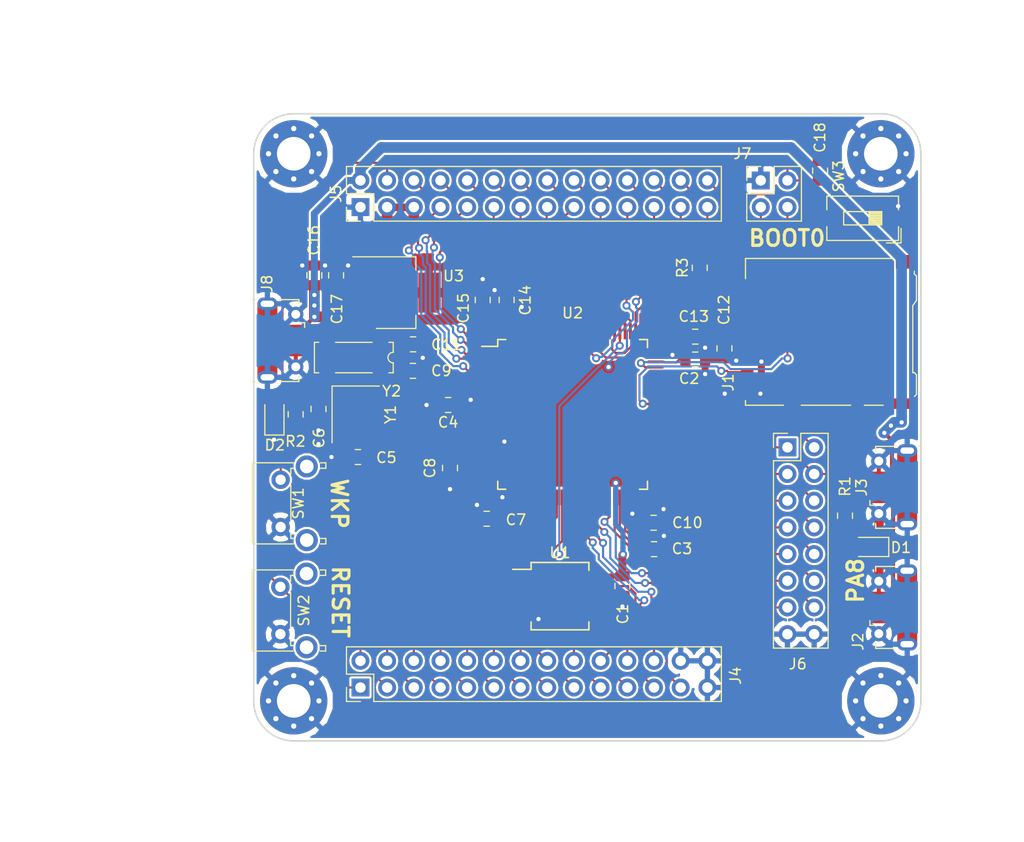
<source format=kicad_pcb>
(kicad_pcb (version 20171130) (host pcbnew 5.0.1-33cea8e~68~ubuntu18.04.1)
  (layers (0 F.Cu signal) (31 B.Cu signal) (34 B.Paste user) (35 F.Paste user) (36 B.SilkS user) (37 F.SilkS user) (38 B.Mask user) (39 F.Mask user) (44 Edge.Cuts user))
  (net 0 "")
  (net 1 /nCS)
  (net 2 /IO1)
  (net 3 /IO2)
  (net 4 GND)
  (net 5 /IO0)
  (net 6 /SCLK)
  (net 7 /IO3)
  (net 8 VCC)
  (net 9 "Net-(C9-Pad2)")
  (net 10 "Net-(C11-Pad2)")
  (net 11 "Net-(C5-Pad2)")
  (net 12 "Net-(C6-Pad2)")
  (net 13 /nRESET)
  (net 14 "Net-(C3-Pad1)")
  (net 15 /USB0_D-)
  (net 16 /USB0_D+)
  (net 17 /SD_D0)
  (net 18 /USB1_D-)
  (net 19 /USB1_D+)
  (net 20 /SWDIO)
  (net 21 "Net-(C2-Pad1)")
  (net 22 /SWCLK)
  (net 23 /SD_CK)
  (net 24 /SD_CMD)
  (net 25 /BOOT)
  (net 26 "Net-(Y2-Pad2)")
  (net 27 "Net-(Y2-Pad3)")
  (net 28 "Net-(Y1-Pad2)")
  (net 29 "Net-(Y1-Pad4)")
  (net 30 "Net-(J3-Pad4)")
  (net 31 "Net-(J2-Pad4)")
  (net 32 "Net-(J1-Pad8)")
  (net 33 "Net-(J1-Pad2)")
  (net 34 "Net-(J1-Pad1)")
  (net 35 "Net-(J8-Pad3)")
  (net 36 "Net-(J8-Pad4)")
  (net 37 "Net-(J8-Pad2)")
  (net 38 /PE2)
  (net 39 /PE3)
  (net 40 /PE4)
  (net 41 /PE5)
  (net 42 /PE6)
  (net 43 /PC13)
  (net 44 /PC0)
  (net 45 /PC1)
  (net 46 /PC2)
  (net 47 /PC3)
  (net 48 /PA0)
  (net 49 /PA1)
  (net 50 /PA2)
  (net 51 /PA3)
  (net 52 /PA4)
  (net 53 /PA5)
  (net 54 /PA6)
  (net 55 /PA7)
  (net 56 /PC4)
  (net 57 /PC5)
  (net 58 /PB0)
  (net 59 /PB1)
  (net 60 /PE11)
  (net 61 /PE12)
  (net 62 /PE13)
  (net 63 /PE14)
  (net 64 /PE15)
  (net 65 /PB10)
  (net 66 /PB11)
  (net 67 /PB12)
  (net 68 /PB13)
  (net 69 /PD8)
  (net 70 /PD9)
  (net 71 /PD10)
  (net 72 /PD11)
  (net 73 /PD12)
  (net 74 /PD13)
  (net 75 /PD14)
  (net 76 /PD15)
  (net 77 /PC6)
  (net 78 /PC7)
  (net 79 /PC9)
  (net 80 /PA8)
  (net 81 /PA9)
  (net 82 /PA10)
  (net 83 /PA15)
  (net 84 /PC10)
  (net 85 /PD0)
  (net 86 /PD1)
  (net 87 /PD3)
  (net 88 /PD4)
  (net 89 /PD5)
  (net 90 /PD6)
  (net 91 /PD7)
  (net 92 /PB3)
  (net 93 /PB4)
  (net 94 /PB5)
  (net 95 /PB6)
  (net 96 /PB7)
  (net 97 /PB8)
  (net 98 /PB9)
  (net 99 /PE0)
  (net 100 /PE1)
  (net 101 +5V)
  (net 102 "Net-(D1-Pad2)")
  (net 103 "Net-(D2-Pad2)")
  (module Resistor_SMD:R_0805_2012Metric (layer F.Cu) (at 141.50848 56.57342 90)
    (fp_text reference R3 (at 0 -1.65 90) (layer F.SilkS))
    (fp_text value 10K)
    (pad 1 smd roundrect (at -0.9375 0 90) (size 0.975 1.4) (layers F.Cu F.Paste F.Mask) (net 8 VCC))
    (pad 2 smd roundrect (at 0.9375 0 90) (size 0.975 1.4) (layers F.Cu F.Paste F.Mask) (net 25 /BOOT))
  )
  (module Connector_Card:microSD_HC_Hirose_DM3AT-SF-PEJM5 (layer F.Cu) (at 153.75128 62.67958 90)
    (fp_text reference J1 (at -4.80822 -9.53262 90) (layer F.SilkS))
    (fp_text value Micro_SD_Card)
    (pad 9 smd rect (at -5.875 -7.725 90) (size 0.7 1.2) (layers F.Cu F.Paste F.Mask) (net 4 GND))
    (pad 8 smd rect (at -4.925 -7.725 90) (size 0.7 1.2) (layers F.Cu F.Paste F.Mask) (net 32 "Net-(J1-Pad8)"))
    (pad 1 smd rect (at 2.775 -7.725 90) (size 0.7 1.2) (layers F.Cu F.Paste F.Mask) (net 34 "Net-(J1-Pad1)"))
    (pad 2 smd rect (at 1.675 -7.725 90) (size 0.7 1.2) (layers F.Cu F.Paste F.Mask) (net 33 "Net-(J1-Pad2)"))
    (pad 3 smd rect (at 0.575 -7.725 90) (size 0.7 1.2) (layers F.Cu F.Paste F.Mask) (net 24 /SD_CMD))
    (pad 4 smd rect (at -0.525 -7.725 90) (size 0.7 1.2) (layers F.Cu F.Paste F.Mask) (net 8 VCC))
    (pad 5 smd rect (at -1.625 -7.725 90) (size 0.7 1.2) (layers F.Cu F.Paste F.Mask) (net 23 /SD_CK))
    (pad 6 smd rect (at -2.725 -7.725 90) (size 0.7 1.2) (layers F.Cu F.Paste F.Mask) (net 4 GND))
    (pad 7 smd rect (at -3.825 -7.725 90) (size 0.7 1.2) (layers F.Cu F.Paste F.Mask) (net 17 /SD_D0))
    (pad 11 smd rect (at 4.325 -7.725 90) (size 1 1.2) (layers F.Cu F.Paste F.Mask))
    (pad 11 smd rect (at -6.825 -3.425 90) (size 1 1.2) (layers F.Cu F.Paste F.Mask))
    (pad 10 smd rect (at -6.825 2.775 90) (size 1 0.8) (layers F.Cu F.Paste F.Mask))
    (pad 11 smd rect (at -6.825 6.925 90) (size 1 2.8) (layers F.Cu F.Paste F.Mask))
    (pad 11 smd rect (at 6.675 7.375 90) (size 1.3 1.9) (layers F.Cu F.Paste F.Mask))
  )
  (module Button_Switch_SMD:SW_DIP_SPSTx01_Slide_6.7x4.1mm_W6.73mm_P2.54mm_LowProfile_JPin (layer F.Cu) (at 157.02026 51.85918 180)
    (fp_text reference SW3 (at 2.28854 3.99288 90) (layer F.SilkS))
    (fp_text value SW_DIP_x01)
    (pad 1 smd rect (at -3.365 0 180) (size 2.16 1.12) (layers F.Cu F.Paste F.Mask) (net 4 GND))
    (pad 2 smd rect (at 3.365 0 180) (size 2.16 1.12) (layers F.Cu F.Paste F.Mask) (net 25 /BOOT))
  )
  (module Capacitor_SMD:C_0805_2012Metric (layer F.Cu) (at 152.96896 47.3329 90)
    (fp_text reference C18 (at 3.15722 -0.02032 90) (layer F.SilkS))
    (fp_text value 100n)
    (pad 1 smd roundrect (at -0.9375 0 90) (size 0.975 1.4) (layers F.Cu F.Paste F.Mask) (net 13 /nRESET))
    (pad 2 smd roundrect (at 0.9375 0 90) (size 0.975 1.4) (layers F.Cu F.Paste F.Mask) (net 4 GND))
  )
  (module LED_SMD:LED_0805_2012Metric_Castellated (layer F.Cu) (at 157.6197 83.14436 180)
    (fp_text reference D1 (at -3.04292 -0.05842 180) (layer F.SilkS))
    (fp_text value RED)
    (pad 2 smd roundrect (at 0.9625 0 180) (size 1.325 1.3) (layers F.Cu F.Paste F.Mask) (roundrect_rratio 0.192308) (net 102 "Net-(D1-Pad2)"))
    (pad 1 smd roundrect (at -0.9625 0 180) (size 1.325 1.3) (layers F.Cu F.Paste F.Mask) (roundrect_rratio 0.192308) (net 4 GND))
  )
  (module LED_SMD:LED_0805_2012Metric_Castellated (layer F.Cu) (at 101.03358 70.60692 90)
    (fp_text reference D2 (at -2.8448 0.03556 180) (layer F.SilkS))
    (fp_text value RED)
    (pad 1 smd roundrect (at -0.9625 0 90) (size 1.325 1.3) (layers F.Cu F.Paste F.Mask) (roundrect_rratio 0.192308) (net 4 GND))
    (pad 2 smd roundrect (at 0.9625 0 90) (size 1.325 1.3) (layers F.Cu F.Paste F.Mask) (roundrect_rratio 0.192308) (net 103 "Net-(D2-Pad2)"))
  )
  (module Resistor_SMD:R_0805_2012Metric (layer F.Cu) (at 103.05288 70.52056 90)
    (fp_text reference R2 (at -2.56794 -0.01778 180) (layer F.SilkS))
    (fp_text value 220R)
    (pad 2 smd roundrect (at 0.9375 0 90) (size 0.975 1.4) (layers F.Cu F.Paste F.Mask) (net 8 VCC))
    (pad 1 smd roundrect (at -0.9375 0 90) (size 0.975 1.4) (layers F.Cu F.Paste F.Mask) (net 103 "Net-(D2-Pad2)"))
  )
  (module Resistor_SMD:R_0805_2012Metric (layer F.Cu) (at 155.33878 80.16748 90)
    (fp_text reference R1 (at 2.78892 0 90) (layer F.SilkS))
    (fp_text value 220R)
    (pad 1 smd roundrect (at -0.9375 0 90) (size 0.975 1.4) (layers F.Cu F.Paste F.Mask) (net 102 "Net-(D1-Pad2)"))
    (pad 2 smd roundrect (at 0.9375 0 90) (size 0.975 1.4) (layers F.Cu F.Paste F.Mask) (net 80 /PA8))
  )
  (module Button_Switch_THT:SW_Tactile_SPST_Angled_PTS645Vx31-2LFS (layer F.Cu) (at 101.62286 81.24444 90)
    (fp_text reference SW1 (at 2.25 1.68 90) (layer F.SilkS))
    (fp_text value SW_Push)
    (pad "" thru_hole circle (at 5.76 2.49 90) (size 2.1 2.1) (drill 1.3) (layers *.Cu *.Mask))
    (pad 2 thru_hole circle (at 4.5 0 90) (size 1.75 1.75) (drill 0.99) (layers *.Cu *.Mask) (net 43 /PC13))
    (pad 1 thru_hole circle (at 0 0 90) (size 1.75 1.75) (drill 0.99) (layers *.Cu *.Mask) (net 4 GND))
    (pad "" thru_hole circle (at -1.25 2.49 90) (size 2.1 2.1) (drill 1.3) (layers *.Cu *.Mask))
  )
  (module Package_SO:SO-8_5.3x6.2mm_P1.27mm (layer F.Cu) (at 128.21158 87.82304)
    (fp_text reference U1 (at 0 -4.13) (layer F.SilkS))
    (fp_text value S25FL132K0XMFI010)
    (pad 8 smd rect (at 3.7 -1.905) (size 1.75 0.55) (layers F.Cu F.Paste F.Mask) (net 8 VCC))
    (pad 7 smd rect (at 3.7 -0.635) (size 1.75 0.55) (layers F.Cu F.Paste F.Mask) (net 7 /IO3))
    (pad 6 smd rect (at 3.7 0.635) (size 1.75 0.55) (layers F.Cu F.Paste F.Mask) (net 6 /SCLK))
    (pad 5 smd rect (at 3.7 1.905) (size 1.75 0.55) (layers F.Cu F.Paste F.Mask) (net 5 /IO0))
    (pad 4 smd rect (at -3.7 1.905) (size 1.75 0.55) (layers F.Cu F.Paste F.Mask) (net 4 GND))
    (pad 3 smd rect (at -3.7 0.635) (size 1.75 0.55) (layers F.Cu F.Paste F.Mask) (net 3 /IO2))
    (pad 2 smd rect (at -3.7 -0.635) (size 1.75 0.55) (layers F.Cu F.Paste F.Mask) (net 2 /IO1))
    (pad 1 smd rect (at -3.7 -1.905) (size 1.75 0.55) (layers F.Cu F.Paste F.Mask) (net 1 /nCS))
  )
  (module Connector_PinHeader_2.54mm:PinHeader_2x14_P2.54mm_Vertical (layer F.Cu) (at 109.22 96.52 90)
    (fp_text reference J4 (at 1.1303 35.6997 90) (layer F.SilkS))
    (fp_text value Conn_02x14_Odd_Even)
    (pad 1 thru_hole rect (at 0 0 90) (size 1.7 1.7) (drill 1) (layers *.Cu *.Mask) (net 44 /PC0))
    (pad 2 thru_hole oval (at 2.54 0 90) (size 1.7 1.7) (drill 1) (layers *.Cu *.Mask) (net 45 /PC1))
    (pad 3 thru_hole oval (at 0 2.54 90) (size 1.7 1.7) (drill 1) (layers *.Cu *.Mask) (net 46 /PC2))
    (pad 4 thru_hole oval (at 2.54 2.54 90) (size 1.7 1.7) (drill 1) (layers *.Cu *.Mask) (net 47 /PC3))
    (pad 5 thru_hole oval (at 0 5.08 90) (size 1.7 1.7) (drill 1) (layers *.Cu *.Mask) (net 48 /PA0))
    (pad 6 thru_hole oval (at 2.54 5.08 90) (size 1.7 1.7) (drill 1) (layers *.Cu *.Mask) (net 49 /PA1))
    (pad 7 thru_hole oval (at 0 7.62 90) (size 1.7 1.7) (drill 1) (layers *.Cu *.Mask) (net 50 /PA2))
    (pad 8 thru_hole oval (at 2.54 7.62 90) (size 1.7 1.7) (drill 1) (layers *.Cu *.Mask) (net 51 /PA3))
    (pad 9 thru_hole oval (at 0 10.16 90) (size 1.7 1.7) (drill 1) (layers *.Cu *.Mask) (net 52 /PA4))
    (pad 10 thru_hole oval (at 2.54 10.16 90) (size 1.7 1.7) (drill 1) (layers *.Cu *.Mask) (net 53 /PA5))
    (pad 11 thru_hole oval (at 0 12.7 90) (size 1.7 1.7) (drill 1) (layers *.Cu *.Mask) (net 54 /PA6))
    (pad 12 thru_hole oval (at 2.54 12.7 90) (size 1.7 1.7) (drill 1) (layers *.Cu *.Mask) (net 55 /PA7))
    (pad 13 thru_hole oval (at 0 15.24 90) (size 1.7 1.7) (drill 1) (layers *.Cu *.Mask) (net 56 /PC4))
    (pad 14 thru_hole oval (at 2.54 15.24 90) (size 1.7 1.7) (drill 1) (layers *.Cu *.Mask) (net 57 /PC5))
    (pad 15 thru_hole oval (at 0 17.78 90) (size 1.7 1.7) (drill 1) (layers *.Cu *.Mask) (net 58 /PB0))
    (pad 16 thru_hole oval (at 2.54 17.78 90) (size 1.7 1.7) (drill 1) (layers *.Cu *.Mask) (net 59 /PB1))
    (pad 17 thru_hole oval (at 0 20.32 90) (size 1.7 1.7) (drill 1) (layers *.Cu *.Mask) (net 60 /PE11))
    (pad 18 thru_hole oval (at 2.54 20.32 90) (size 1.7 1.7) (drill 1) (layers *.Cu *.Mask) (net 61 /PE12))
    (pad 19 thru_hole oval (at 0 22.86 90) (size 1.7 1.7) (drill 1) (layers *.Cu *.Mask) (net 62 /PE13))
    (pad 20 thru_hole oval (at 2.54 22.86 90) (size 1.7 1.7) (drill 1) (layers *.Cu *.Mask) (net 63 /PE14))
    (pad 21 thru_hole oval (at 0 25.4 90) (size 1.7 1.7) (drill 1) (layers *.Cu *.Mask) (net 64 /PE15))
    (pad 22 thru_hole oval (at 2.54 25.4 90) (size 1.7 1.7) (drill 1) (layers *.Cu *.Mask) (net 65 /PB10))
    (pad 23 thru_hole oval (at 0 27.94 90) (size 1.7 1.7) (drill 1) (layers *.Cu *.Mask) (net 66 /PB11))
    (pad 24 thru_hole oval (at 2.54 27.94 90) (size 1.7 1.7) (drill 1) (layers *.Cu *.Mask) (net 67 /PB12))
    (pad 25 thru_hole oval (at 0 30.48 90) (size 1.7 1.7) (drill 1) (layers *.Cu *.Mask) (net 68 /PB13))
    (pad 26 thru_hole oval (at 2.54 30.48 90) (size 1.7 1.7) (drill 1) (layers *.Cu *.Mask) (net 4 GND))
    (pad 27 thru_hole oval (at 0 33.02 90) (size 1.7 1.7) (drill 1) (layers *.Cu *.Mask) (net 4 GND))
    (pad 28 thru_hole oval (at 2.54 33.02 90) (size 1.7 1.7) (drill 1) (layers *.Cu *.Mask) (net 4 GND))
  )
  (module MountingHole:MountingHole_3.2mm_M3_Pad_Via (layer F.Cu) (at 158.75 97.79)
    (fp_text reference H4 hide)
    (fp_text value MountingHole_Pad)
    (pad 1 thru_hole circle (at 0 0) (size 6.4 6.4) (drill 3.2) (layers *.Cu *.Mask) (net 4 GND))
    (pad 1 thru_hole circle (at 2.4 0) (size 0.8 0.8) (drill 0.5) (layers *.Cu *.Mask) (net 4 GND))
    (pad 1 thru_hole circle (at 1.697056 1.697056) (size 0.8 0.8) (drill 0.5) (layers *.Cu *.Mask) (net 4 GND))
    (pad 1 thru_hole circle (at 0 2.4) (size 0.8 0.8) (drill 0.5) (layers *.Cu *.Mask) (net 4 GND))
    (pad 1 thru_hole circle (at -1.697056 1.697056) (size 0.8 0.8) (drill 0.5) (layers *.Cu *.Mask) (net 4 GND))
    (pad 1 thru_hole circle (at -2.4 0) (size 0.8 0.8) (drill 0.5) (layers *.Cu *.Mask) (net 4 GND))
    (pad 1 thru_hole circle (at -1.697056 -1.697056) (size 0.8 0.8) (drill 0.5) (layers *.Cu *.Mask) (net 4 GND))
    (pad 1 thru_hole circle (at 0 -2.4) (size 0.8 0.8) (drill 0.5) (layers *.Cu *.Mask) (net 4 GND))
    (pad 1 thru_hole circle (at 1.697056 -1.697056) (size 0.8 0.8) (drill 0.5) (layers *.Cu *.Mask) (net 4 GND))
  )
  (module MountingHole:MountingHole_3.2mm_M3_Pad_Via (layer F.Cu) (at 102.87 97.79)
    (fp_text reference H3 hide)
    (fp_text value MountingHole_Pad)
    (pad 1 thru_hole circle (at 1.697056 -1.697056) (size 0.8 0.8) (drill 0.5) (layers *.Cu *.Mask) (net 4 GND))
    (pad 1 thru_hole circle (at 0 -2.4) (size 0.8 0.8) (drill 0.5) (layers *.Cu *.Mask) (net 4 GND))
    (pad 1 thru_hole circle (at -1.697056 -1.697056) (size 0.8 0.8) (drill 0.5) (layers *.Cu *.Mask) (net 4 GND))
    (pad 1 thru_hole circle (at -2.4 0) (size 0.8 0.8) (drill 0.5) (layers *.Cu *.Mask) (net 4 GND))
    (pad 1 thru_hole circle (at -1.697056 1.697056) (size 0.8 0.8) (drill 0.5) (layers *.Cu *.Mask) (net 4 GND))
    (pad 1 thru_hole circle (at 0 2.4) (size 0.8 0.8) (drill 0.5) (layers *.Cu *.Mask) (net 4 GND))
    (pad 1 thru_hole circle (at 1.697056 1.697056) (size 0.8 0.8) (drill 0.5) (layers *.Cu *.Mask) (net 4 GND))
    (pad 1 thru_hole circle (at 2.4 0) (size 0.8 0.8) (drill 0.5) (layers *.Cu *.Mask) (net 4 GND))
    (pad 1 thru_hole circle (at 0 0) (size 6.4 6.4) (drill 3.2) (layers *.Cu *.Mask) (net 4 GND))
  )
  (module MountingHole:MountingHole_3.2mm_M3_Pad_Via (layer F.Cu) (at 102.87 45.72)
    (fp_text reference H2 hide)
    (fp_text value MountingHole_Pad)
    (pad 1 thru_hole circle (at 0 0) (size 6.4 6.4) (drill 3.2) (layers *.Cu *.Mask) (net 4 GND))
    (pad 1 thru_hole circle (at 2.4 0) (size 0.8 0.8) (drill 0.5) (layers *.Cu *.Mask) (net 4 GND))
    (pad 1 thru_hole circle (at 1.697056 1.697056) (size 0.8 0.8) (drill 0.5) (layers *.Cu *.Mask) (net 4 GND))
    (pad 1 thru_hole circle (at 0 2.4) (size 0.8 0.8) (drill 0.5) (layers *.Cu *.Mask) (net 4 GND))
    (pad 1 thru_hole circle (at -1.697056 1.697056) (size 0.8 0.8) (drill 0.5) (layers *.Cu *.Mask) (net 4 GND))
    (pad 1 thru_hole circle (at -2.4 0) (size 0.8 0.8) (drill 0.5) (layers *.Cu *.Mask) (net 4 GND))
    (pad 1 thru_hole circle (at -1.697056 -1.697056) (size 0.8 0.8) (drill 0.5) (layers *.Cu *.Mask) (net 4 GND))
    (pad 1 thru_hole circle (at 0 -2.4) (size 0.8 0.8) (drill 0.5) (layers *.Cu *.Mask) (net 4 GND))
    (pad 1 thru_hole circle (at 1.697056 -1.697056) (size 0.8 0.8) (drill 0.5) (layers *.Cu *.Mask) (net 4 GND))
  )
  (module Capacitor_SMD:C_0805_2012Metric (layer F.Cu) (at 106.90352 57.29478 90)
    (fp_text reference C17 (at -3.20802 0.0762 90) (layer F.SilkS))
    (fp_text value 10u)
    (pad 2 smd roundrect (at 0.9375 0 90) (size 0.975 1.4) (layers F.Cu F.Paste F.Mask) (net 4 GND))
    (pad 1 smd roundrect (at -0.9375 0 90) (size 0.975 1.4) (layers F.Cu F.Paste F.Mask) (net 8 VCC))
  )
  (module Capacitor_SMD:C_0805_2012Metric (layer F.Cu) (at 104.83342 57.29478 270)
    (fp_text reference C16 (at -3.34518 0.05334 270) (layer F.SilkS))
    (fp_text value 10u)
    (pad 1 smd roundrect (at -0.9375 0 270) (size 0.975 1.4) (layers F.Cu F.Paste F.Mask) (net 4 GND))
    (pad 2 smd roundrect (at 0.9375 0 270) (size 0.975 1.4) (layers F.Cu F.Paste F.Mask) (net 101 +5V))
  )
  (module Package_TO_SOT_SMD:SOT-223-3_TabPin2 (layer F.Cu) (at 112.588361 58.938581)
    (fp_text reference U3 (at 5.496239 -1.582841 180) (layer F.SilkS))
    (fp_text value AP1117-33)
    (pad 2 smd rect (at 3.15 0) (size 2 3.8) (layers F.Cu F.Paste F.Mask) (net 8 VCC))
    (pad 2 smd rect (at -3.15 0) (size 2 1.5) (layers F.Cu F.Paste F.Mask) (net 8 VCC))
    (pad 3 smd rect (at -3.15 2.3) (size 2 1.5) (layers F.Cu F.Paste F.Mask) (net 101 +5V))
    (pad 1 smd rect (at -3.15 -2.3) (size 2 1.5) (layers F.Cu F.Paste F.Mask) (net 4 GND))
  )
  (module Capacitor_SMD:C_0805_2012Metric (layer F.Cu) (at 143.86306 64.24168 270)
    (fp_text reference C12 (at -3.66522 0.04572 270) (layer F.SilkS))
    (fp_text value 100n)
    (pad 1 smd roundrect (at -0.9375 0 270) (size 0.975 1.4) (layers F.Cu F.Paste F.Mask) (net 8 VCC))
    (pad 2 smd roundrect (at 0.9375 0 270) (size 0.975 1.4) (layers F.Cu F.Paste F.Mask) (net 4 GND))
  )
  (module Capacitor_SMD:C_0805_2012Metric (layer F.Cu) (at 120.85828 59.63412 90)
    (fp_text reference C15 (at -0.78232 -1.84404 90) (layer F.SilkS))
    (fp_text value 4.7u)
    (pad 2 smd roundrect (at 0.9375 0 90) (size 0.975 1.4) (layers F.Cu F.Paste F.Mask) (net 4 GND))
    (pad 1 smd roundrect (at -0.9375 0 90) (size 0.975 1.4) (layers F.Cu F.Paste F.Mask) (net 8 VCC))
  )
  (module Capacitor_SMD:C_0805_2012Metric (layer F.Cu) (at 123.13158 59.63158 270)
    (fp_text reference C14 (at 0.03048 -1.77292 270) (layer F.SilkS))
    (fp_text value 100n)
    (pad 1 smd roundrect (at -0.9375 0 270) (size 0.975 1.4) (layers F.Cu F.Paste F.Mask) (net 4 GND))
    (pad 2 smd roundrect (at 0.9375 0 270) (size 0.975 1.4) (layers F.Cu F.Paste F.Mask) (net 8 VCC))
  )
  (module Capacitor_SMD:C_0805_2012Metric (layer F.Cu) (at 141.07922 63.12662)
    (fp_text reference C13 (at -0.13208 -1.92024) (layer F.SilkS))
    (fp_text value 100n)
    (pad 2 smd roundrect (at 0.9375 0) (size 0.975 1.4) (layers F.Cu F.Paste F.Mask) (net 4 GND))
    (pad 1 smd roundrect (at -0.9375 0) (size 0.975 1.4) (layers F.Cu F.Paste F.Mask) (net 8 VCC))
  )
  (module Capacitor_SMD:C_0805_2012Metric (layer F.Cu) (at 134.1501 86.86038 270)
    (fp_text reference C1 (at 2.667 -0.04064 270) (layer F.SilkS))
    (fp_text value 100n)
    (pad 1 smd roundrect (at -0.9375 0 270) (size 0.975 1.4) (layers F.Cu F.Paste F.Mask) (net 8 VCC))
    (pad 2 smd roundrect (at 0.9375 0 270) (size 0.975 1.4) (layers F.Cu F.Paste F.Mask) (net 4 GND))
  )
  (module Capacitor_SMD:C_0805_2012Metric (layer F.Cu) (at 114.22888 63.85814 180)
    (fp_text reference C11 (at -3.1646 -0.03048 180) (layer F.SilkS))
    (fp_text value 18p)
    (pad 2 smd roundrect (at 0.9375 0 180) (size 0.975 1.4) (layers F.Cu F.Paste F.Mask) (net 10 "Net-(C11-Pad2)"))
    (pad 1 smd roundrect (at -0.9375 0 180) (size 0.975 1.4) (layers F.Cu F.Paste F.Mask) (net 4 GND))
  )
  (module Capacitor_SMD:C_0805_2012Metric (layer F.Cu) (at 137.12444 80.84312)
    (fp_text reference C10 (at 3.21056 -0.00762) (layer F.SilkS))
    (fp_text value 100n)
    (pad 1 smd roundrect (at -0.9375 0) (size 0.975 1.4) (layers F.Cu F.Paste F.Mask) (net 8 VCC))
    (pad 2 smd roundrect (at 0.9375 0) (size 0.975 1.4) (layers F.Cu F.Paste F.Mask) (net 4 GND))
  )
  (module Capacitor_SMD:C_0805_2012Metric (layer F.Cu) (at 114.21364 66.3829 180)
    (fp_text reference C9 (at -2.70764 0.00508 180) (layer F.SilkS))
    (fp_text value 18p)
    (pad 2 smd roundrect (at 0.9375 0 180) (size 0.975 1.4) (layers F.Cu F.Paste F.Mask) (net 9 "Net-(C9-Pad2)"))
    (pad 1 smd roundrect (at -0.9375 0 180) (size 0.975 1.4) (layers F.Cu F.Paste F.Mask) (net 4 GND))
  )
  (module Capacitor_SMD:C_0805_2012Metric (layer F.Cu) (at 117.74424 75.63104 270)
    (fp_text reference C8 (at 0 1.91516 270) (layer F.SilkS))
    (fp_text value 100n)
    (pad 1 smd roundrect (at -0.9375 0 270) (size 0.975 1.4) (layers F.Cu F.Paste F.Mask) (net 8 VCC))
    (pad 2 smd roundrect (at 0.9375 0 270) (size 0.975 1.4) (layers F.Cu F.Paste F.Mask) (net 4 GND))
  )
  (module Capacitor_SMD:C_0805_2012Metric (layer F.Cu) (at 121.2342 80.45704 180)
    (fp_text reference C7 (at -2.78638 -0.09652 180) (layer F.SilkS))
    (fp_text value 100n)
    (pad 2 smd roundrect (at 0.9375 0 180) (size 0.975 1.4) (layers F.Cu F.Paste F.Mask) (net 4 GND))
    (pad 1 smd roundrect (at -0.9375 0 180) (size 0.975 1.4) (layers F.Cu F.Paste F.Mask) (net 8 VCC))
  )
  (module Capacitor_SMD:C_0805_2012Metric (layer F.Cu) (at 105.22712 70.01002 90)
    (fp_text reference C6 (at -2.7813 0.0508 90) (layer F.SilkS))
    (fp_text value 18p)
    (pad 1 smd roundrect (at -0.9375 0 90) (size 0.975 1.4) (layers F.Cu F.Paste F.Mask) (net 4 GND))
    (pad 2 smd roundrect (at 0.9375 0 90) (size 0.975 1.4) (layers F.Cu F.Paste F.Mask) (net 12 "Net-(C6-Pad2)"))
  )
  (module Capacitor_SMD:C_0805_2012Metric (layer F.Cu) (at 108.9787 74.58456)
    (fp_text reference C5 (at 2.70764 0.05588) (layer F.SilkS))
    (fp_text value 18p)
    (pad 2 smd roundrect (at 0.9375 0) (size 0.975 1.4) (layers F.Cu F.Paste F.Mask) (net 11 "Net-(C5-Pad2)"))
    (pad 1 smd roundrect (at -0.9375 0) (size 0.975 1.4) (layers F.Cu F.Paste F.Mask) (net 4 GND))
  )
  (module Capacitor_SMD:C_0805_2012Metric (layer F.Cu) (at 117.5639 69.63156 180)
    (fp_text reference C4 (at 0 -1.65 180) (layer F.SilkS))
    (fp_text value 100n)
    (pad 1 smd roundrect (at -0.9375 0 180) (size 0.975 1.4) (layers F.Cu F.Paste F.Mask) (net 8 VCC))
    (pad 2 smd roundrect (at 0.9375 0 180) (size 0.975 1.4) (layers F.Cu F.Paste F.Mask) (net 4 GND))
  )
  (module Capacitor_SMD:C_0805_2012Metric (layer F.Cu) (at 137.16508 83.3501)
    (fp_text reference C3 (at 2.66192 -0.0381) (layer F.SilkS))
    (fp_text value 100n)
    (pad 2 smd roundrect (at 0.9375 0) (size 0.975 1.4) (layers F.Cu F.Paste F.Mask) (net 4 GND))
    (pad 1 smd roundrect (at -0.9375 0) (size 0.975 1.4) (layers F.Cu F.Paste F.Mask) (net 14 "Net-(C3-Pad1)"))
  )
  (module Capacitor_SMD:C_0805_2012Metric (layer F.Cu) (at 141.0843 65.3034)
    (fp_text reference C2 (at -0.57658 1.81102) (layer F.SilkS))
    (fp_text value 100n)
    (pad 1 smd roundrect (at -0.9375 0) (size 0.975 1.4) (layers F.Cu F.Paste F.Mask) (net 21 "Net-(C2-Pad1)"))
    (pad 2 smd roundrect (at 0.9375 0) (size 0.975 1.4) (layers F.Cu F.Paste F.Mask) (net 4 GND))
  )
  (module Connector_USB:USB_Micro-B_Molex-105017-0001 (layer F.Cu) (at 160.02 88.9 90)
    (fp_text reference J2 (at -3.2512 -3.44424 90) (layer F.SilkS))
    (fp_text value USB_B_Micro)
    (pad 6 smd rect (at -2.9 1.2375 90) (size 1.2 1.9) (layers F.Cu F.Mask) (net 4 GND))
    (pad 6 smd rect (at 2.9 1.2375 90) (size 1.2 1.9) (layers F.Cu F.Mask) (net 4 GND))
    (pad 6 thru_hole oval (at 3.5 1.2375 90) (size 1.2 1.9) (drill oval 0.6 1.3) (layers *.Cu *.Mask) (net 4 GND))
    (pad 6 thru_hole oval (at -3.5 1.2375 270) (size 1.2 1.9) (drill oval 0.6 1.3) (layers *.Cu *.Mask) (net 4 GND))
    (pad 6 smd rect (at -1 1.2375 90) (size 1.5 1.9) (layers F.Cu F.Paste F.Mask) (net 4 GND))
    (pad 6 thru_hole circle (at 2.5 -1.4625 90) (size 1.45 1.45) (drill 0.85) (layers *.Cu *.Mask) (net 4 GND))
    (pad 3 smd rect (at 0 -1.4625 90) (size 0.4 1.35) (layers F.Cu F.Paste F.Mask) (net 16 /USB0_D+))
    (pad 4 smd rect (at 0.65 -1.4625 90) (size 0.4 1.35) (layers F.Cu F.Paste F.Mask) (net 31 "Net-(J2-Pad4)"))
    (pad 5 smd rect (at 1.3 -1.4625 90) (size 0.4 1.35) (layers F.Cu F.Paste F.Mask) (net 4 GND))
    (pad 1 smd rect (at -1.3 -1.4625 90) (size 0.4 1.35) (layers F.Cu F.Paste F.Mask) (net 101 +5V))
    (pad 2 smd rect (at -0.65 -1.4625 90) (size 0.4 1.35) (layers F.Cu F.Paste F.Mask) (net 15 /USB0_D-))
    (pad 6 thru_hole circle (at -2.5 -1.4625 90) (size 1.45 1.45) (drill 0.85) (layers *.Cu *.Mask) (net 4 GND))
    (pad 6 smd rect (at 1 1.2375 90) (size 1.5 1.9) (layers F.Cu F.Paste F.Mask) (net 4 GND))
  )
  (module Connector_USB:USB_Micro-B_Molex-105017-0001 (layer F.Cu) (at 160.02 77.47 90)
    (fp_text reference J3 (at 0 -3.1125 90) (layer F.SilkS))
    (fp_text value USB_B_Micro)
    (pad 6 smd rect (at 1 1.2375 90) (size 1.5 1.9) (layers F.Cu F.Paste F.Mask) (net 4 GND))
    (pad 6 thru_hole circle (at -2.5 -1.4625 90) (size 1.45 1.45) (drill 0.85) (layers *.Cu *.Mask) (net 4 GND))
    (pad 2 smd rect (at -0.65 -1.4625 90) (size 0.4 1.35) (layers F.Cu F.Paste F.Mask) (net 18 /USB1_D-))
    (pad 1 smd rect (at -1.3 -1.4625 90) (size 0.4 1.35) (layers F.Cu F.Paste F.Mask) (net 101 +5V))
    (pad 5 smd rect (at 1.3 -1.4625 90) (size 0.4 1.35) (layers F.Cu F.Paste F.Mask) (net 4 GND))
    (pad 4 smd rect (at 0.65 -1.4625 90) (size 0.4 1.35) (layers F.Cu F.Paste F.Mask) (net 30 "Net-(J3-Pad4)"))
    (pad 3 smd rect (at 0 -1.4625 90) (size 0.4 1.35) (layers F.Cu F.Paste F.Mask) (net 19 /USB1_D+))
    (pad 6 thru_hole circle (at 2.5 -1.4625 90) (size 1.45 1.45) (drill 0.85) (layers *.Cu *.Mask) (net 4 GND))
    (pad 6 smd rect (at -1 1.2375 90) (size 1.5 1.9) (layers F.Cu F.Paste F.Mask) (net 4 GND))
    (pad 6 thru_hole oval (at -3.5 1.2375 270) (size 1.2 1.9) (drill oval 0.6 1.3) (layers *.Cu *.Mask) (net 4 GND))
    (pad 6 thru_hole oval (at 3.5 1.2375 90) (size 1.2 1.9) (drill oval 0.6 1.3) (layers *.Cu *.Mask) (net 4 GND))
    (pad 6 smd rect (at 2.9 1.2375 90) (size 1.2 1.9) (layers F.Cu F.Mask) (net 4 GND))
    (pad 6 smd rect (at -2.9 1.2375 90) (size 1.2 1.9) (layers F.Cu F.Mask) (net 4 GND))
  )
  (module Crystal:Crystal_SMD_3225-4Pin_3.2x2.5mm_HandSoldering (layer F.Cu) (at 108.76788 70.52564 270)
    (fp_text reference Y1 (at 0.00762 -3.31216 270) (layer F.SilkS))
    (fp_text value 8MHz)
    (pad 1 smd rect (at -1.45 1.15 270) (size 2.1 1.8) (layers F.Cu F.Paste F.Mask) (net 12 "Net-(C6-Pad2)"))
    (pad 2 smd rect (at 1.45 1.15 270) (size 2.1 1.8) (layers F.Cu F.Paste F.Mask) (net 28 "Net-(Y1-Pad2)"))
    (pad 3 smd rect (at 1.45 -1.15 270) (size 2.1 1.8) (layers F.Cu F.Paste F.Mask) (net 11 "Net-(C5-Pad2)"))
    (pad 4 smd rect (at -1.45 -1.15 270) (size 2.1 1.8) (layers F.Cu F.Paste F.Mask) (net 29 "Net-(Y1-Pad4)"))
  )
  (module Crystal:Crystal_SMD_SeikoEpson_MC156-4Pin_7.1x2.5mm (layer F.Cu) (at 108.59008 65.11798 180)
    (fp_text reference Y2 (at -3.59918 -3.19278 180) (layer F.SilkS))
    (fp_text value 32.768KHz)
    (pad 1 smd rect (at -2.54 1.25 180) (size 1.2 1.5) (layers F.Cu F.Paste F.Mask) (net 10 "Net-(C11-Pad2)"))
    (pad 2 smd rect (at 2.54 1.25 180) (size 1.2 1.5) (layers F.Cu F.Paste F.Mask) (net 26 "Net-(Y2-Pad2)"))
    (pad 3 smd rect (at 2.54 -1.25 180) (size 1.2 1.5) (layers F.Cu F.Paste F.Mask) (net 27 "Net-(Y2-Pad3)"))
    (pad 4 smd rect (at -2.54 -1.25 180) (size 1.2 1.5) (layers F.Cu F.Paste F.Mask) (net 9 "Net-(C9-Pad2)"))
  )
  (module Package_QFP:LQFP-100_14x14mm_P0.5mm (layer F.Cu) (at 129.412441 70.527621)
    (fp_text reference U2 (at 0 -9.65) (layer F.SilkS))
    (fp_text value STM32H750VBT6)
    (pad 1 smd rect (at -7.9 -6) (size 1.5 0.28) (layers F.Cu F.Paste F.Mask) (net 38 /PE2))
    (pad 2 smd rect (at -7.9 -5.5) (size 1.5 0.28) (layers F.Cu F.Paste F.Mask) (net 39 /PE3))
    (pad 3 smd rect (at -7.9 -5) (size 1.5 0.28) (layers F.Cu F.Paste F.Mask) (net 40 /PE4))
    (pad 4 smd rect (at -7.9 -4.5) (size 1.5 0.28) (layers F.Cu F.Paste F.Mask) (net 41 /PE5))
    (pad 5 smd rect (at -7.9 -4) (size 1.5 0.28) (layers F.Cu F.Paste F.Mask) (net 42 /PE6))
    (pad 6 smd rect (at -7.9 -3.5) (size 1.5 0.28) (layers F.Cu F.Paste F.Mask) (net 8 VCC))
    (pad 7 smd rect (at -7.9 -3) (size 1.5 0.28) (layers F.Cu F.Paste F.Mask) (net 43 /PC13))
    (pad 8 smd rect (at -7.9 -2.5) (size 1.5 0.28) (layers F.Cu F.Paste F.Mask) (net 10 "Net-(C11-Pad2)"))
    (pad 9 smd rect (at -7.9 -2) (size 1.5 0.28) (layers F.Cu F.Paste F.Mask) (net 9 "Net-(C9-Pad2)"))
    (pad 10 smd rect (at -7.9 -1.5) (size 1.5 0.28) (layers F.Cu F.Paste F.Mask) (net 4 GND))
    (pad 11 smd rect (at -7.9 -1) (size 1.5 0.28) (layers F.Cu F.Paste F.Mask) (net 8 VCC))
    (pad 12 smd rect (at -7.9 -0.5) (size 1.5 0.28) (layers F.Cu F.Paste F.Mask) (net 12 "Net-(C6-Pad2)"))
    (pad 13 smd rect (at -7.9 0) (size 1.5 0.28) (layers F.Cu F.Paste F.Mask) (net 11 "Net-(C5-Pad2)"))
    (pad 14 smd rect (at -7.9 0.5) (size 1.5 0.28) (layers F.Cu F.Paste F.Mask) (net 13 /nRESET))
    (pad 15 smd rect (at -7.9 1) (size 1.5 0.28) (layers F.Cu F.Paste F.Mask) (net 44 /PC0))
    (pad 16 smd rect (at -7.9 1.5) (size 1.5 0.28) (layers F.Cu F.Paste F.Mask) (net 45 /PC1))
    (pad 17 smd rect (at -7.9 2) (size 1.5 0.28) (layers F.Cu F.Paste F.Mask) (net 46 /PC2))
    (pad 18 smd rect (at -7.9 2.5) (size 1.5 0.28) (layers F.Cu F.Paste F.Mask) (net 47 /PC3))
    (pad 19 smd rect (at -7.9 3) (size 1.5 0.28) (layers F.Cu F.Paste F.Mask) (net 4 GND))
    (pad 20 smd rect (at -7.9 3.5) (size 1.5 0.28) (layers F.Cu F.Paste F.Mask) (net 8 VCC))
    (pad 21 smd rect (at -7.9 4) (size 1.5 0.28) (layers F.Cu F.Paste F.Mask) (net 8 VCC))
    (pad 22 smd rect (at -7.9 4.5) (size 1.5 0.28) (layers F.Cu F.Paste F.Mask) (net 48 /PA0))
    (pad 23 smd rect (at -7.9 5) (size 1.5 0.28) (layers F.Cu F.Paste F.Mask) (net 49 /PA1))
    (pad 24 smd rect (at -7.9 5.5) (size 1.5 0.28) (layers F.Cu F.Paste F.Mask) (net 50 /PA2))
    (pad 25 smd rect (at -7.9 6) (size 1.5 0.28) (layers F.Cu F.Paste F.Mask) (net 51 /PA3))
    (pad 26 smd rect (at -6 7.9 90) (size 1.5 0.28) (layers F.Cu F.Paste F.Mask) (net 4 GND))
    (pad 27 smd rect (at -5.5 7.9 90) (size 1.5 0.28) (layers F.Cu F.Paste F.Mask) (net 8 VCC))
    (pad 28 smd rect (at -5 7.9 90) (size 1.5 0.28) (layers F.Cu F.Paste F.Mask) (net 52 /PA4))
    (pad 29 smd rect (at -4.5 7.9 90) (size 1.5 0.28) (layers F.Cu F.Paste F.Mask) (net 53 /PA5))
    (pad 30 smd rect (at -4 7.9 90) (size 1.5 0.28) (layers F.Cu F.Paste F.Mask) (net 54 /PA6))
    (pad 31 smd rect (at -3.5 7.9 90) (size 1.5 0.28) (layers F.Cu F.Paste F.Mask) (net 55 /PA7))
    (pad 32 smd rect (at -3 7.9 90) (size 1.5 0.28) (layers F.Cu F.Paste F.Mask) (net 56 /PC4))
    (pad 33 smd rect (at -2.5 7.9 90) (size 1.5 0.28) (layers F.Cu F.Paste F.Mask) (net 57 /PC5))
    (pad 34 smd rect (at -2 7.9 90) (size 1.5 0.28) (layers F.Cu F.Paste F.Mask) (net 58 /PB0))
    (pad 35 smd rect (at -1.5 7.9 90) (size 1.5 0.28) (layers F.Cu F.Paste F.Mask) (net 59 /PB1))
    (pad 36 smd rect (at -1 7.9 90) (size 1.5 0.28) (layers F.Cu F.Paste F.Mask) (net 6 /SCLK))
    (pad 37 smd rect (at -0.5 7.9 90) (size 1.5 0.28) (layers F.Cu F.Paste F.Mask) (net 5 /IO0))
    (pad 38 smd rect (at 0 7.9 90) (size 1.5 0.28) (layers F.Cu F.Paste F.Mask) (net 2 /IO1))
    (pad 39 smd rect (at 0.5 7.9 90) (size 1.5 0.28) (layers F.Cu F.Paste F.Mask) (net 3 /IO2))
    (pad 40 smd rect (at 1 7.9 90) (size 1.5 0.28) (layers F.Cu F.Paste F.Mask) (net 7 /IO3))
    (pad 41 smd rect (at 1.5 7.9 90) (size 1.5 0.28) (layers F.Cu F.Paste F.Mask) (net 60 /PE11))
    (pad 42 smd rect (at 2 7.9 90) (size 1.5 0.28) (layers F.Cu F.Paste F.Mask) (net 61 /PE12))
    (pad 43 smd rect (at 2.5 7.9 90) (size 1.5 0.28) (layers F.Cu F.Paste F.Mask) (net 62 /PE13))
    (pad 44 smd rect (at 3 7.9 90) (size 1.5 0.28) (layers F.Cu F.Paste F.Mask) (net 63 /PE14))
    (pad 45 smd rect (at 3.5 7.9 90) (size 1.5 0.28) (layers F.Cu F.Paste F.Mask) (net 64 /PE15))
    (pad 46 smd rect (at 4 7.9 90) (size 1.5 0.28) (layers F.Cu F.Paste F.Mask) (net 65 /PB10))
    (pad 47 smd rect (at 4.5 7.9 90) (size 1.5 0.28) (layers F.Cu F.Paste F.Mask) (net 66 /PB11))
    (pad 48 smd rect (at 5 7.9 90) (size 1.5 0.28) (layers F.Cu F.Paste F.Mask) (net 14 "Net-(C3-Pad1)"))
    (pad 49 smd rect (at 5.5 7.9 90) (size 1.5 0.28) (layers F.Cu F.Paste F.Mask) (net 4 GND))
    (pad 50 smd rect (at 6 7.9 90) (size 1.5 0.28) (layers F.Cu F.Paste F.Mask) (net 8 VCC))
    (pad 51 smd rect (at 7.9 6) (size 1.5 0.28) (layers F.Cu F.Paste F.Mask) (net 67 /PB12))
    (pad 52 smd rect (at 7.9 5.5) (size 1.5 0.28) (layers F.Cu F.Paste F.Mask) (net 68 /PB13))
    (pad 53 smd rect (at 7.9 5) (size 1.5 0.28) (layers F.Cu F.Paste F.Mask) (net 15 /USB0_D-))
    (pad 54 smd rect (at 7.9 4.5) (size 1.5 0.28) (layers F.Cu F.Paste F.Mask) (net 16 /USB0_D+))
    (pad 55 smd rect (at 7.9 4) (size 1.5 0.28) (layers F.Cu F.Paste F.Mask) (net 69 /PD8))
    (pad 56 smd rect (at 7.9 3.5) (size 1.5 0.28) (layers F.Cu F.Paste F.Mask) (net 70 /PD9))
    (pad 57 smd rect (at 7.9 3) (size 1.5 0.28) (layers F.Cu F.Paste F.Mask) (net 71 /PD10))
    (pad 58 smd rect (at 7.9 2.5) (size 1.5 0.28) (layers F.Cu F.Paste F.Mask) (net 72 /PD11))
    (pad 59 smd rect (at 7.9 2) (size 1.5 0.28) (layers F.Cu F.Paste F.Mask) (net 73 /PD12))
    (pad 60 smd rect (at 7.9 1.5) (size 1.5 0.28) (layers F.Cu F.Paste F.Mask) (net 74 /PD13))
    (pad 61 smd rect (at 7.9 1) (size 1.5 0.28) (layers F.Cu F.Paste F.Mask) (net 75 /PD14))
    (pad 62 smd rect (at 7.9 0.5) (size 1.5 0.28) (layers F.Cu F.Paste F.Mask) (net 76 /PD15))
    (pad 63 smd rect (at 7.9 0) (size 1.5 0.28) (layers F.Cu F.Paste F.Mask) (net 77 /PC6))
    (pad 64 smd rect (at 7.9 -0.5) (size 1.5 0.28) (layers F.Cu F.Paste F.Mask) (net 78 /PC7))
    (pad 65 smd rect (at 7.9 -1) (size 1.5 0.28) (layers F.Cu F.Paste F.Mask) (net 17 /SD_D0))
    (pad 66 smd rect (at 7.9 -1.5) (size 1.5 0.28) (layers F.Cu F.Paste F.Mask) (net 79 /PC9))
    (pad 67 smd rect (at 7.9 -2) (size 1.5 0.28) (layers F.Cu F.Paste F.Mask) (net 80 /PA8))
    (pad 68 smd rect (at 7.9 -2.5) (size 1.5 0.28) (layers F.Cu F.Paste F.Mask) (net 81 /PA9))
    (pad 69 smd rect (at 7.9 -3) (size 1.5 0.28) (layers F.Cu F.Paste F.Mask) (net 82 /PA10))
    (pad 70 smd rect (at 7.9 -3.5) (size 1.5 0.28) (layers F.Cu F.Paste F.Mask) (net 18 /USB1_D-))
    (pad 71 smd rect (at 7.9 -4) (size 1.5 0.28) (layers F.Cu F.Paste F.Mask) (net 19 /USB1_D+))
    (pad 72 smd rect (at 7.9 -4.5) (size 1.5 0.28) (layers F.Cu F.Paste F.Mask) (net 20 /SWDIO))
    (pad 73 smd rect (at 7.9 -5) (size 1.5 0.28) (layers F.Cu F.Paste F.Mask) (net 21 "Net-(C2-Pad1)"))
    (pad 74 smd rect (at 7.9 -5.5) (size 1.5 0.28) (layers F.Cu F.Paste F.Mask) (net 4 GND))
    (pad 75 smd rect (at 7.9 -6) (size 1.5 0.28) (layers F.Cu F.Paste F.Mask) (net 8 VCC))
    (pad 76 smd rect (at 6 -7.9 90) (size 1.5 0.28) (layers F.Cu F.Paste F.Mask) (net 22 /SWCLK))
    (pad 77 smd rect (at 5.5 -7.9 90) (size 1.5 0.28) (layers F.Cu F.Paste F.Mask) (net 83 /PA15))
    (pad 78 smd rect (at 5 -7.9 90) (size 1.5 0.28) (layers F.Cu F.Paste F.Mask) (net 84 /PC10))
    (pad 79 smd rect (at 4.5 -7.9 90) (size 1.5 0.28) (layers F.Cu F.Paste F.Mask) (net 1 /nCS))
    (pad 80 smd rect (at 4 -7.9 90) (size 1.5 0.28) (layers F.Cu F.Paste F.Mask) (net 23 /SD_CK))
    (pad 81 smd rect (at 3.5 -7.9 90) (size 1.5 0.28) (layers F.Cu F.Paste F.Mask) (net 85 /PD0))
    (pad 82 smd rect (at 3 -7.9 90) (size 1.5 0.28) (layers F.Cu F.Paste F.Mask) (net 86 /PD1))
    (pad 83 smd rect (at 2.5 -7.9 90) (size 1.5 0.28) (layers F.Cu F.Paste F.Mask) (net 24 /SD_CMD))
    (pad 84 smd rect (at 2 -7.9 90) (size 1.5 0.28) (layers F.Cu F.Paste F.Mask) (net 87 /PD3))
    (pad 85 smd rect (at 1.5 -7.9 90) (size 1.5 0.28) (layers F.Cu F.Paste F.Mask) (net 88 /PD4))
    (pad 86 smd rect (at 1 -7.9 90) (size 1.5 0.28) (layers F.Cu F.Paste F.Mask) (net 89 /PD5))
    (pad 87 smd rect (at 0.5 -7.9 90) (size 1.5 0.28) (layers F.Cu F.Paste F.Mask) (net 90 /PD6))
    (pad 88 smd rect (at 0 -7.9 90) (size 1.5 0.28) (layers F.Cu F.Paste F.Mask) (net 91 /PD7))
    (pad 89 smd rect (at -0.5 -7.9 90) (size 1.5 0.28) (layers F.Cu F.Paste F.Mask) (net 92 /PB3))
    (pad 90 smd rect (at -1 -7.9 90) (size 1.5 0.28) (layers F.Cu F.Paste F.Mask) (net 93 /PB4))
    (pad 91 smd rect (at -1.5 -7.9 90) (size 1.5 0.28) (layers F.Cu F.Paste F.Mask) (net 94 /PB5))
    (pad 92 smd rect (at -2 -7.9 90) (size 1.5 0.28) (layers F.Cu F.Paste F.Mask) (net 95 /PB6))
    (pad 93 smd rect (at -2.5 -7.9 90) (size 1.5 0.28) (layers F.Cu F.Paste F.Mask) (net 96 /PB7))
    (pad 94 smd rect (at -3 -7.9 90) (size 1.5 0.28) (layers F.Cu F.Paste F.Mask) (net 25 /BOOT))
    (pad 95 smd rect (at -3.5 -7.9 90) (size 1.5 0.28) (layers F.Cu F.Paste F.Mask) (net 97 /PB8))
    (pad 96 smd rect (at -4 -7.9 90) (size 1.5 0.28) (layers F.Cu F.Paste F.Mask) (net 98 /PB9))
    (pad 97 smd rect (at -4.5 -7.9 90) (size 1.5 0.28) (layers F.Cu F.Paste F.Mask) (net 99 /PE0))
    (pad 98 smd rect (at -5 -7.9 90) (size 1.5 0.28) (layers F.Cu F.Paste F.Mask) (net 100 /PE1))
    (pad 99 smd rect (at -5.5 -7.9 90) (size 1.5 0.28) (layers F.Cu F.Paste F.Mask) (net 4 GND))
    (pad 100 smd rect (at -6 -7.9 90) (size 1.5 0.28) (layers F.Cu F.Paste F.Mask) (net 8 VCC))
  )
  (module Connector_USB:USB_Micro-B_Molex-105017-0001 (layer F.Cu) (at 101.6 63.5 270)
    (fp_text reference J8 (at -5.40512 1.26746 270) (layer F.SilkS))
    (fp_text value USB_B_Micro)
    (pad 6 smd rect (at -2.9 1.2375 270) (size 1.2 1.9) (layers F.Cu F.Mask) (net 4 GND))
    (pad 6 smd rect (at 2.9 1.2375 270) (size 1.2 1.9) (layers F.Cu F.Mask) (net 4 GND))
    (pad 6 thru_hole oval (at 3.5 1.2375 270) (size 1.2 1.9) (drill oval 0.6 1.3) (layers *.Cu *.Mask) (net 4 GND))
    (pad 6 thru_hole oval (at -3.5 1.2375 90) (size 1.2 1.9) (drill oval 0.6 1.3) (layers *.Cu *.Mask) (net 4 GND))
    (pad 6 smd rect (at -1 1.2375 270) (size 1.5 1.9) (layers F.Cu F.Paste F.Mask) (net 4 GND))
    (pad 6 thru_hole circle (at 2.5 -1.4625 270) (size 1.45 1.45) (drill 0.85) (layers *.Cu *.Mask) (net 4 GND))
    (pad 3 smd rect (at 0 -1.4625 270) (size 0.4 1.35) (layers F.Cu F.Paste F.Mask) (net 35 "Net-(J8-Pad3)"))
    (pad 4 smd rect (at 0.65 -1.4625 270) (size 0.4 1.35) (layers F.Cu F.Paste F.Mask) (net 36 "Net-(J8-Pad4)"))
    (pad 5 smd rect (at 1.3 -1.4625 270) (size 0.4 1.35) (layers F.Cu F.Paste F.Mask) (net 4 GND))
    (pad 1 smd rect (at -1.3 -1.4625 270) (size 0.4 1.35) (layers F.Cu F.Paste F.Mask) (net 101 +5V))
    (pad 2 smd rect (at -0.65 -1.4625 270) (size 0.4 1.35) (layers F.Cu F.Paste F.Mask) (net 37 "Net-(J8-Pad2)"))
    (pad 6 thru_hole circle (at -2.5 -1.4625 270) (size 1.45 1.45) (drill 0.85) (layers *.Cu *.Mask) (net 4 GND))
    (pad 6 smd rect (at 1 1.2375 270) (size 1.5 1.9) (layers F.Cu F.Paste F.Mask) (net 4 GND))
  )
  (module Button_Switch_THT:SW_Tactile_SPST_Angled_PTS645Vx31-2LFS (layer F.Cu) (at 101.6 91.44 90)
    (fp_text reference SW2 (at 2.25 2.23266 90) (layer F.SilkS))
    (fp_text value SW_Push)
    (pad "" thru_hole circle (at -1.25 2.49 90) (size 2.1 2.1) (drill 1.3) (layers *.Cu *.Mask))
    (pad 1 thru_hole circle (at 0 0 90) (size 1.75 1.75) (drill 0.99) (layers *.Cu *.Mask) (net 4 GND))
    (pad 2 thru_hole circle (at 4.5 0 90) (size 1.75 1.75) (drill 0.99) (layers *.Cu *.Mask) (net 13 /nRESET))
    (pad "" thru_hole circle (at 5.76 2.49 90) (size 2.1 2.1) (drill 1.3) (layers *.Cu *.Mask))
  )
  (module MountingHole:MountingHole_3.2mm_M3_Pad_Via (layer F.Cu) (at 158.75 45.72)
    (fp_text reference H1 hide)
    (fp_text value MountingHole_Pad)
    (pad 1 thru_hole circle (at 1.697056 -1.697056) (size 0.8 0.8) (drill 0.5) (layers *.Cu *.Mask) (net 4 GND))
    (pad 1 thru_hole circle (at 0 -2.4) (size 0.8 0.8) (drill 0.5) (layers *.Cu *.Mask) (net 4 GND))
    (pad 1 thru_hole circle (at -1.697056 -1.697056) (size 0.8 0.8) (drill 0.5) (layers *.Cu *.Mask) (net 4 GND))
    (pad 1 thru_hole circle (at -2.4 0) (size 0.8 0.8) (drill 0.5) (layers *.Cu *.Mask) (net 4 GND))
    (pad 1 thru_hole circle (at -1.697056 1.697056) (size 0.8 0.8) (drill 0.5) (layers *.Cu *.Mask) (net 4 GND))
    (pad 1 thru_hole circle (at 0 2.4) (size 0.8 0.8) (drill 0.5) (layers *.Cu *.Mask) (net 4 GND))
    (pad 1 thru_hole circle (at 1.697056 1.697056) (size 0.8 0.8) (drill 0.5) (layers *.Cu *.Mask) (net 4 GND))
    (pad 1 thru_hole circle (at 2.4 0) (size 0.8 0.8) (drill 0.5) (layers *.Cu *.Mask) (net 4 GND))
    (pad 1 thru_hole circle (at 0 0) (size 6.4 6.4) (drill 3.2) (layers *.Cu *.Mask) (net 4 GND))
  )
  (module Connector_PinHeader_2.54mm:PinHeader_2x02_P2.54mm_Vertical (layer F.Cu) (at 147.32 48.26)
    (fp_text reference J7 (at -1.74498 -2.54254) (layer F.SilkS))
    (fp_text value Conn_02x02_Odd_Even)
    (pad 4 thru_hole oval (at 2.54 2.54) (size 1.7 1.7) (drill 1) (layers *.Cu *.Mask) (net 20 /SWDIO))
    (pad 3 thru_hole oval (at 0 2.54) (size 1.7 1.7) (drill 1) (layers *.Cu *.Mask) (net 22 /SWCLK))
    (pad 2 thru_hole oval (at 2.54 0) (size 1.7 1.7) (drill 1) (layers *.Cu *.Mask) (net 13 /nRESET))
    (pad 1 thru_hole rect (at 0 0) (size 1.7 1.7) (drill 1) (layers *.Cu *.Mask) (net 4 GND))
  )
  (module Connector_PinHeader_2.54mm:PinHeader_2x14_P2.54mm_Vertical (layer F.Cu) (at 109.22 50.8 90)
    (fp_text reference J5 (at 1.27 -2.33 90) (layer F.SilkS))
    (fp_text value Conn_02x14_Odd_Even)
    (pad 28 thru_hole oval (at 2.54 33.02 90) (size 1.7 1.7) (drill 1) (layers *.Cu *.Mask) (net 83 /PA15))
    (pad 27 thru_hole oval (at 0 33.02 90) (size 1.7 1.7) (drill 1) (layers *.Cu *.Mask) (net 84 /PC10))
    (pad 26 thru_hole oval (at 2.54 30.48 90) (size 1.7 1.7) (drill 1) (layers *.Cu *.Mask) (net 85 /PD0))
    (pad 25 thru_hole oval (at 0 30.48 90) (size 1.7 1.7) (drill 1) (layers *.Cu *.Mask) (net 86 /PD1))
    (pad 24 thru_hole oval (at 2.54 27.94 90) (size 1.7 1.7) (drill 1) (layers *.Cu *.Mask) (net 87 /PD3))
    (pad 23 thru_hole oval (at 0 27.94 90) (size 1.7 1.7) (drill 1) (layers *.Cu *.Mask) (net 88 /PD4))
    (pad 22 thru_hole oval (at 2.54 25.4 90) (size 1.7 1.7) (drill 1) (layers *.Cu *.Mask) (net 89 /PD5))
    (pad 21 thru_hole oval (at 0 25.4 90) (size 1.7 1.7) (drill 1) (layers *.Cu *.Mask) (net 90 /PD6))
    (pad 20 thru_hole oval (at 2.54 22.86 90) (size 1.7 1.7) (drill 1) (layers *.Cu *.Mask) (net 91 /PD7))
    (pad 19 thru_hole oval (at 0 22.86 90) (size 1.7 1.7) (drill 1) (layers *.Cu *.Mask) (net 92 /PB3))
    (pad 18 thru_hole oval (at 2.54 20.32 90) (size 1.7 1.7) (drill 1) (layers *.Cu *.Mask) (net 93 /PB4))
    (pad 17 thru_hole oval (at 0 20.32 90) (size 1.7 1.7) (drill 1) (layers *.Cu *.Mask) (net 94 /PB5))
    (pad 16 thru_hole oval (at 2.54 17.78 90) (size 1.7 1.7) (drill 1) (layers *.Cu *.Mask) (net 95 /PB6))
    (pad 15 thru_hole oval (at 0 17.78 90) (size 1.7 1.7) (drill 1) (layers *.Cu *.Mask) (net 96 /PB7))
    (pad 14 thru_hole oval (at 2.54 15.24 90) (size 1.7 1.7) (drill 1) (layers *.Cu *.Mask) (net 97 /PB8))
    (pad 13 thru_hole oval (at 0 15.24 90) (size 1.7 1.7) (drill 1) (layers *.Cu *.Mask) (net 98 /PB9))
    (pad 12 thru_hole oval (at 2.54 12.7 90) (size 1.7 1.7) (drill 1) (layers *.Cu *.Mask) (net 99 /PE0))
    (pad 11 thru_hole oval (at 0 12.7 90) (size 1.7 1.7) (drill 1) (layers *.Cu *.Mask) (net 100 /PE1))
    (pad 10 thru_hole oval (at 2.54 10.16 90) (size 1.7 1.7) (drill 1) (layers *.Cu *.Mask) (net 38 /PE2))
    (pad 9 thru_hole oval (at 0 10.16 90) (size 1.7 1.7) (drill 1) (layers *.Cu *.Mask) (net 39 /PE3))
    (pad 8 thru_hole oval (at 2.54 7.62 90) (size 1.7 1.7) (drill 1) (layers *.Cu *.Mask) (net 40 /PE4))
    (pad 7 thru_hole oval (at 0 7.62 90) (size 1.7 1.7) (drill 1) (layers *.Cu *.Mask) (net 41 /PE5))
    (pad 6 thru_hole oval (at 2.54 5.08 90) (size 1.7 1.7) (drill 1) (layers *.Cu *.Mask) (net 42 /PE6))
    (pad 5 thru_hole oval (at 0 5.08 90) (size 1.7 1.7) (drill 1) (layers *.Cu *.Mask) (net 8 VCC))
    (pad 4 thru_hole oval (at 2.54 2.54 90) (size 1.7 1.7) (drill 1) (layers *.Cu *.Mask) (net 13 /nRESET))
    (pad 3 thru_hole oval (at 0 2.54 90) (size 1.7 1.7) (drill 1) (layers *.Cu *.Mask) (net 8 VCC))
    (pad 2 thru_hole oval (at 2.54 0 90) (size 1.7 1.7) (drill 1) (layers *.Cu *.Mask) (net 101 +5V))
    (pad 1 thru_hole rect (at 0 0 90) (size 1.7 1.7) (drill 1) (layers *.Cu *.Mask) (net 4 GND))
  )
  (module Connector_PinHeader_2.54mm:PinHeader_2x08_P2.54mm_Vertical (layer F.Cu) (at 149.86 73.66)
    (fp_text reference J6 (at 0.98044 20.62734) (layer F.SilkS))
    (fp_text value Conn_02x08_Odd_Even)
    (pad 16 thru_hole oval (at 2.54 17.78) (size 1.7 1.7) (drill 1) (layers *.Cu *.Mask) (net 4 GND))
    (pad 15 thru_hole oval (at 0 17.78) (size 1.7 1.7) (drill 1) (layers *.Cu *.Mask) (net 4 GND))
    (pad 14 thru_hole oval (at 2.54 15.24) (size 1.7 1.7) (drill 1) (layers *.Cu *.Mask) (net 70 /PD9))
    (pad 13 thru_hole oval (at 0 15.24) (size 1.7 1.7) (drill 1) (layers *.Cu *.Mask) (net 69 /PD8))
    (pad 12 thru_hole oval (at 2.54 12.7) (size 1.7 1.7) (drill 1) (layers *.Cu *.Mask) (net 72 /PD11))
    (pad 11 thru_hole oval (at 0 12.7) (size 1.7 1.7) (drill 1) (layers *.Cu *.Mask) (net 71 /PD10))
    (pad 10 thru_hole oval (at 2.54 10.16) (size 1.7 1.7) (drill 1) (layers *.Cu *.Mask) (net 74 /PD13))
    (pad 9 thru_hole oval (at 0 10.16) (size 1.7 1.7) (drill 1) (layers *.Cu *.Mask) (net 73 /PD12))
    (pad 8 thru_hole oval (at 2.54 7.62) (size 1.7 1.7) (drill 1) (layers *.Cu *.Mask) (net 76 /PD15))
    (pad 7 thru_hole oval (at 0 7.62) (size 1.7 1.7) (drill 1) (layers *.Cu *.Mask) (net 75 /PD14))
    (pad 6 thru_hole oval (at 2.54 5.08) (size 1.7 1.7) (drill 1) (layers *.Cu *.Mask) (net 78 /PC7))
    (pad 5 thru_hole oval (at 0 5.08) (size 1.7 1.7) (drill 1) (layers *.Cu *.Mask) (net 77 /PC6))
    (pad 4 thru_hole oval (at 2.54 2.54) (size 1.7 1.7) (drill 1) (layers *.Cu *.Mask) (net 80 /PA8))
    (pad 3 thru_hole oval (at 0 2.54) (size 1.7 1.7) (drill 1) (layers *.Cu *.Mask) (net 79 /PC9))
    (pad 2 thru_hole oval (at 2.54 0) (size 1.7 1.7) (drill 1) (layers *.Cu *.Mask) (net 82 /PA10))
    (pad 1 thru_hole rect (at 0 0) (size 1.7 1.7) (drill 1) (layers *.Cu *.Mask) (net 81 /PA9))
  )
  (gr_text PA8 (at 156.33954 86.35238 90) (layer F.SilkS) (effects (font (size 1.5 1.5) (thickness 0.3))))
  (gr_text WKP (at 107.20578 79.02448 270) (layer F.SilkS) (effects (font (size 1.5 1.5) (thickness 0.3))))
  (gr_text RESET (at 107.3023 88.3666 270) (layer F.SilkS) (effects (font (size 1.5 1.5) (thickness 0.3))))
  (gr_text BOOT0 (at 149.81428 53.75656) (layer F.SilkS) (effects (font (size 1.5 1.5) (thickness 0.3))))
  (gr_arc (start 102.87 45.72) (end 102.87 41.91) (angle -90) (layer Edge.Cuts) (width 0.15))
  (gr_arc (start 102.87 97.79) (end 99.06 97.79) (angle -90) (layer Edge.Cuts) (width 0.15))
  (gr_arc (start 158.75 97.79) (end 158.75 101.6) (angle -90) (layer Edge.Cuts) (width 0.15))
  (gr_arc (start 158.75 45.72) (end 162.56 45.72) (angle -90) (layer Edge.Cuts) (width 0.15))
  (gr_line (start 99.06 45.72) (end 99.06 97.79) (layer Edge.Cuts) (width 0.15))
  (gr_line (start 158.75 41.91) (end 102.87 41.91) (layer Edge.Cuts) (width 0.15))
  (gr_line (start 162.56 97.79) (end 162.56 45.72) (layer Edge.Cuts) (width 0.15))
  (gr_line (start 102.866393 101.6) (end 158.75 101.6) (layer Edge.Cuts) (width 0.15))
  (via (at 133.898638 63.99022) (size 0.762) (drill 0.4064) (layers F.Cu B.Cu) (net 1))
  (segment (start 133.912441 62.627621) (end 133.912441 63.976417) (width 0.2032) (layer F.Cu) (net 1))
  (segment (start 133.912441 63.976417) (end 133.898638 63.99022) (width 0.2032) (layer F.Cu) (net 1))
  (segment (start 133.898638 63.99022) (end 128.145521 69.743337) (width 0.2032) (layer B.Cu) (net 1))
  (segment (start 128.083682 83.74888) (end 128.145521 83.810719) (width 0.2032) (layer F.Cu) (net 1))
  (segment (start 128.145521 83.810719) (end 128.145521 83.829782) (width 0.2032) (layer F.Cu) (net 1))
  (via (at 128.145521 83.829782) (size 0.762) (drill 0.4064) (layers F.Cu B.Cu) (net 1))
  (segment (start 128.145521 83.290967) (end 128.145521 83.829782) (width 0.2032) (layer B.Cu) (net 1))
  (segment (start 127.764522 84.210781) (end 128.145521 83.829782) (width 0.2032) (layer F.Cu) (net 1))
  (segment (start 126.057263 85.91804) (end 127.764522 84.210781) (width 0.2032) (layer F.Cu) (net 1))
  (segment (start 124.51158 85.91804) (end 126.057263 85.91804) (width 0.2032) (layer F.Cu) (net 1))
  (segment (start 128.145521 69.743337) (end 128.145521 83.290967) (width 0.2032) (layer B.Cu) (net 1))
  (segment (start 129.412441 79.354525) (end 129.237729 79.529237) (width 0.2032) (layer F.Cu) (net 2))
  (segment (start 129.412441 78.427621) (end 129.412441 79.354525) (width 0.2032) (layer F.Cu) (net 2))
  (segment (start 126.35738 87.18804) (end 124.51158 87.18804) (width 0.2032) (layer F.Cu) (net 2))
  (segment (start 129.237729 79.529237) (end 129.237729 84.307691) (width 0.2032) (layer F.Cu) (net 2))
  (segment (start 129.237729 84.307691) (end 126.35738 87.18804) (width 0.2032) (layer F.Cu) (net 2))
  (segment (start 129.912441 79.429276) (end 129.64414 79.697577) (width 0.2032) (layer F.Cu) (net 3))
  (segment (start 125.77572 88.45804) (end 124.51158 88.45804) (width 0.2032) (layer F.Cu) (net 3))
  (segment (start 129.64414 84.58962) (end 125.77572 88.45804) (width 0.2032) (layer F.Cu) (net 3))
  (segment (start 129.912441 78.427621) (end 129.912441 79.429276) (width 0.2032) (layer F.Cu) (net 3))
  (segment (start 129.64414 79.697577) (end 129.64414 84.58962) (width 0.2032) (layer F.Cu) (net 3))
  (segment (start 106.90352 56.35728) (end 108.04628 56.35728) (width 0.889) (layer F.Cu) (net 4))
  (segment (start 108.327581 56.638581) (end 109.438361 56.638581) (width 0.889) (layer F.Cu) (net 4))
  (segment (start 108.04628 56.35728) (end 108.327581 56.638581) (width 0.889) (layer F.Cu) (net 4))
  (segment (start 123.12904 58.69662) (end 123.13158 58.69408) (width 0.889) (layer F.Cu) (net 4))
  (segment (start 142.0218 63.1317) (end 142.01672 63.12662) (width 0.889) (layer F.Cu) (net 4))
  (segment (start 142.0218 64.17564) (end 142.0218 63.1317) (width 0.889) (layer F.Cu) (net 4))
  (segment (start 142.0218 65.3034) (end 142.0218 64.17564) (width 0.889) (layer F.Cu) (net 4))
  (segment (start 138.10258 80.88376) (end 138.06194 80.84312) (width 0.889) (layer F.Cu) (net 4))
  (segment (start 138.10258 82.0928) (end 138.10258 80.88376) (width 0.889) (layer F.Cu) (net 4))
  (via (at 138.10258 82.0928) (size 0.762) (drill 0.4064) (layers F.Cu B.Cu) (net 4))
  (segment (start 138.10258 83.3501) (end 138.10258 82.0928) (width 0.889) (layer F.Cu) (net 4))
  (via (at 117.74424 77.64272) (size 0.762) (drill 0.4064) (layers F.Cu B.Cu) (net 4))
  (segment (start 117.74424 76.56854) (end 117.74424 77.64272) (width 0.889) (layer F.Cu) (net 4))
  (via (at 115.51158 69.62902) (size 0.762) (drill 0.4064) (layers F.Cu B.Cu) (net 4))
  (segment (start 116.6264 69.63156) (end 115.51412 69.63156) (width 0.889) (layer F.Cu) (net 4))
  (segment (start 115.51412 69.63156) (end 115.51158 69.62902) (width 0.889) (layer F.Cu) (net 4))
  (segment (start 123.412441 78.427621) (end 122.745541 78.427621) (width 0.2032) (layer F.Cu) (net 4))
  (via (at 122.73026 78.41234) (size 0.762) (drill 0.4064) (layers F.Cu B.Cu) (net 4))
  (segment (start 122.745541 78.427621) (end 122.73026 78.41234) (width 0.2032) (layer F.Cu) (net 4))
  (via (at 122.92076 73.11644) (size 0.762) (drill 0.4064) (layers F.Cu B.Cu) (net 4))
  (segment (start 122.509579 73.527621) (end 122.539761 73.497439) (width 0.2032) (layer F.Cu) (net 4))
  (segment (start 122.539761 73.497439) (end 122.92076 73.11644) (width 0.2032) (layer F.Cu) (net 4))
  (segment (start 121.512441 73.527621) (end 122.509579 73.527621) (width 0.2032) (layer F.Cu) (net 4))
  (via (at 138.91514 64.86651) (size 0.762) (drill 0.4064) (layers F.Cu B.Cu) (net 4))
  (segment (start 137.312441 65.027621) (end 138.754029 65.027621) (width 0.2032) (layer F.Cu) (net 4))
  (segment (start 138.754029 65.027621) (end 138.91514 64.86651) (width 0.2032) (layer F.Cu) (net 4))
  (via (at 135.098241 79.97698) (size 0.762) (drill 0.4064) (layers F.Cu B.Cu) (net 4))
  (segment (start 134.912441 78.427621) (end 134.912441 79.79118) (width 0.2032) (layer F.Cu) (net 4))
  (segment (start 134.912441 79.79118) (end 135.098241 79.97698) (width 0.2032) (layer F.Cu) (net 4))
  (via (at 120.31218 79.143862) (size 0.762) (drill 0.4064) (layers F.Cu B.Cu) (net 4))
  (segment (start 120.2967 79.159342) (end 120.31218 79.143862) (width 0.889) (layer F.Cu) (net 4))
  (segment (start 120.2967 80.45704) (end 120.2967 79.159342) (width 0.889) (layer F.Cu) (net 4))
  (via (at 138.06678 79.5401) (size 0.762) (drill 0.4064) (layers F.Cu B.Cu) (net 4))
  (segment (start 138.06194 80.84312) (end 138.06194 79.54494) (width 0.889) (layer F.Cu) (net 4))
  (segment (start 138.06194 79.54494) (end 138.06678 79.5401) (width 0.889) (layer F.Cu) (net 4))
  (via (at 121.9835 58.69662) (size 0.762) (drill 0.4064) (layers F.Cu B.Cu) (net 4))
  (segment (start 121.9835 58.69662) (end 123.12904 58.69662) (width 0.889) (layer F.Cu) (net 4))
  (segment (start 120.85828 58.69662) (end 121.9835 58.69662) (width 0.889) (layer F.Cu) (net 4))
  (via (at 105.8545 56.35728) (size 0.762) (drill 0.4064) (layers F.Cu B.Cu) (net 4))
  (segment (start 105.8545 56.35728) (end 106.90352 56.35728) (width 0.889) (layer F.Cu) (net 4))
  (segment (start 104.83342 56.35728) (end 105.8545 56.35728) (width 0.889) (layer F.Cu) (net 4))
  (via (at 108.04628 56.35728) (size 0.762) (drill 0.4064) (layers F.Cu B.Cu) (net 4))
  (segment (start 134.1501 87.79788) (end 134.1501 88.80856) (width 0.889) (layer F.Cu) (net 4))
  (via (at 134.15518 88.81364) (size 0.762) (drill 0.4064) (layers F.Cu B.Cu) (net 4))
  (via (at 120.85828 57.65546) (size 0.762) (drill 0.4064) (layers F.Cu B.Cu) (net 4))
  (segment (start 120.85828 58.69662) (end 120.85828 57.65546) (width 0.889) (layer F.Cu) (net 4))
  (via (at 124.566451 60.299517) (size 0.762) (drill 0.4064) (layers F.Cu B.Cu) (net 4))
  (segment (start 123.912441 61.479619) (end 124.5743 60.81776) (width 0.2032) (layer F.Cu) (net 4))
  (segment (start 124.5743 60.81776) (end 124.5743 60.307366) (width 0.2032) (layer F.Cu) (net 4))
  (segment (start 124.5743 60.307366) (end 124.566451 60.299517) (width 0.2032) (layer F.Cu) (net 4))
  (segment (start 123.912441 62.627621) (end 123.912441 61.479619) (width 0.2032) (layer F.Cu) (net 4))
  (segment (start 123.75618 58.69408) (end 123.13158 58.69408) (width 0.762) (layer F.Cu) (net 4))
  (segment (start 124.566451 60.299517) (end 124.566451 59.504351) (width 0.762) (layer F.Cu) (net 4))
  (segment (start 124.566451 59.504351) (end 123.75618 58.69408) (width 0.762) (layer F.Cu) (net 4))
  (segment (start 124.51158 89.72804) (end 125.88748 89.72804) (width 0.508) (layer F.Cu) (net 4))
  (via (at 126.16688 90.00744) (size 0.762) (drill 0.4064) (layers F.Cu B.Cu) (net 4))
  (segment (start 125.88748 89.72804) (end 126.16688 90.00744) (width 0.508) (layer F.Cu) (net 4))
  (via (at 119.710311 69.138911) (size 0.762) (drill 0.4064) (layers F.Cu B.Cu) (net 4))
  (segment (start 121.512441 69.027621) (end 119.821601 69.027621) (width 0.2032) (layer F.Cu) (net 4))
  (segment (start 119.821601 69.027621) (end 119.710311 69.138911) (width 0.2032) (layer F.Cu) (net 4))
  (segment (start 103.0625 64.8) (end 103.0625 66) (width 0.381) (layer F.Cu) (net 4))
  (segment (start 100.3625 66.4) (end 100.3625 64.5) (width 0.381) (layer F.Cu) (net 4))
  (segment (start 100.3625 64.5) (end 100.3625 62.5) (width 0.381) (layer F.Cu) (net 4))
  (segment (start 100.3625 62.5) (end 100.3625 60) (width 0.381) (layer F.Cu) (net 4))
  (segment (start 158.5575 76.17) (end 158.5575 74.97) (width 0.381) (layer F.Cu) (net 4))
  (segment (start 161.2575 80.37) (end 161.2575 78.47) (width 0.381) (layer F.Cu) (net 4))
  (segment (start 161.2575 78.47) (end 161.2575 76.47) (width 0.381) (layer F.Cu) (net 4))
  (segment (start 161.2575 76.47) (end 161.2575 73.97) (width 0.381) (layer F.Cu) (net 4))
  (segment (start 158.5575 87.6) (end 158.5575 86.4) (width 0.381) (layer F.Cu) (net 4))
  (segment (start 161.2575 87.9) (end 161.2575 86) (width 0.381) (layer F.Cu) (net 4))
  (segment (start 161.2575 89.9) (end 161.2575 87.9) (width 0.381) (layer F.Cu) (net 4))
  (segment (start 161.2575 91.8) (end 161.2575 89.03918) (width 0.381) (layer F.Cu) (net 4))
  (segment (start 161.2575 89.03918) (end 161.2575 87.9) (width 0.381) (layer F.Cu) (net 4))
  (segment (start 105.22712 71.53502) (end 105.22712 70.94752) (width 0.889) (layer F.Cu) (net 4))
  (segment (start 108.0412 74.58456) (end 106.46156 74.58456) (width 0.889) (layer F.Cu) (net 4))
  (segment (start 106.46156 74.58456) (end 105.22712 73.35012) (width 0.889) (layer F.Cu) (net 4))
  (via (at 106.46156 74.58456) (size 0.762) (drill 0.4064) (layers F.Cu B.Cu) (net 4))
  (via (at 105.22712 73.35012) (size 0.762) (drill 0.4064) (layers F.Cu B.Cu) (net 4))
  (via (at 105.22712 72.0471) (size 0.762) (drill 0.4064) (layers F.Cu B.Cu) (net 4))
  (segment (start 105.22712 72.0471) (end 105.22712 71.53502) (width 0.889) (layer F.Cu) (net 4))
  (segment (start 105.22712 73.35012) (end 105.22712 72.0471) (width 0.889) (layer F.Cu) (net 4))
  (segment (start 115.15114 63.87338) (end 115.16638 63.85814) (width 0.889) (layer F.Cu) (net 4))
  (via (at 115.15114 65.14084) (size 0.762) (drill 0.4064) (layers F.Cu B.Cu) (net 4))
  (segment (start 115.15114 65.14084) (end 115.15114 63.87338) (width 0.889) (layer F.Cu) (net 4))
  (segment (start 115.15114 66.3829) (end 115.15114 65.14084) (width 0.889) (layer F.Cu) (net 4))
  (via (at 100.99802 72.93356) (size 0.762) (drill 0.4064) (layers F.Cu B.Cu) (net 4))
  (segment (start 101.03358 71.56942) (end 101.03358 72.898) (width 0.889) (layer F.Cu) (net 4))
  (segment (start 101.03358 72.898) (end 100.99802 72.93356) (width 0.889) (layer F.Cu) (net 4))
  (segment (start 158.5575 83.16906) (end 158.5822 83.14436) (width 0.889) (layer F.Cu) (net 4))
  (segment (start 158.5575 86.4) (end 158.5575 83.16906) (width 0.889) (layer F.Cu) (net 4))
  (segment (start 158.5822 79.9947) (end 158.5575 79.97) (width 0.889) (layer F.Cu) (net 4))
  (segment (start 158.5822 83.14436) (end 158.5822 79.9947) (width 0.889) (layer F.Cu) (net 4))
  (segment (start 147.28668 65.40458) (end 146.02628 65.40458) (width 0.6604) (layer F.Cu) (net 4))
  (segment (start 147.3835 65.5014) (end 147.28668 65.40458) (width 0.6604) (layer F.Cu) (net 4))
  (segment (start 147.28668 68.55458) (end 147.3835 68.45776) (width 0.6604) (layer F.Cu) (net 4))
  (segment (start 147.3835 68.45776) (end 147.3835 65.5014) (width 0.6604) (layer F.Cu) (net 4))
  (segment (start 146.02628 68.55458) (end 147.28668 68.55458) (width 0.6604) (layer F.Cu) (net 4))
  (segment (start 142.93884 65.3034) (end 142.0218 65.3034) (width 0.6604) (layer F.Cu) (net 4))
  (segment (start 143.86306 65.17918) (end 143.06306 65.17918) (width 0.6604) (layer F.Cu) (net 4))
  (segment (start 143.06306 65.17918) (end 142.93884 65.3034) (width 0.6604) (layer F.Cu) (net 4))
  (segment (start 144.75992 65.17918) (end 143.86306 65.17918) (width 0.6604) (layer F.Cu) (net 4))
  (segment (start 146.02628 65.40458) (end 144.98532 65.40458) (width 0.6604) (layer F.Cu) (net 4))
  (segment (start 144.98532 65.40458) (end 144.75992 65.17918) (width 0.6604) (layer F.Cu) (net 4))
  (via (at 147.28668 68.55458) (size 0.762) (drill 0.4064) (layers F.Cu B.Cu) (net 4))
  (via (at 147.3835 65.5014) (size 0.762) (drill 0.4064) (layers F.Cu B.Cu) (net 4))
  (via (at 144.98532 65.40458) (size 0.762) (drill 0.4064) (layers F.Cu B.Cu) (net 4))
  (via (at 142.0218 64.17564) (size 0.762) (drill 0.4064) (layers F.Cu B.Cu) (net 4))
  (via (at 160.39592 50.71618) (size 0.762) (drill 0.4064) (layers F.Cu B.Cu) (net 4))
  (segment (start 160.38526 51.85918) (end 160.38526 50.72684) (width 1.016) (layer F.Cu) (net 4))
  (segment (start 160.38526 50.72684) (end 160.39592 50.71618) (width 1.016) (layer F.Cu) (net 4))
  (segment (start 142.0218 65.3034) (end 142.0218 66.68794) (width 0.6604) (layer F.Cu) (net 4))
  (via (at 142.0218 66.68794) (size 0.762) (drill 0.4064) (layers F.Cu B.Cu) (net 4))
  (segment (start 146.02628 68.55458) (end 143.888456 68.55458) (width 0.6604) (layer F.Cu) (net 4))
  (via (at 143.888456 68.55458) (size 0.762) (drill 0.4064) (layers F.Cu B.Cu) (net 4))
  (segment (start 143.88844 68.55458) (end 143.888456 68.55458) (width 0.6604) (layer F.Cu) (net 4))
  (segment (start 142.0218 66.68794) (end 143.88844 68.55458) (width 0.6604) (layer F.Cu) (net 4))
  (segment (start 154.29714 46.3954) (end 152.96896 46.3954) (width 0.2032) (layer F.Cu) (net 4))
  (segment (start 154.86634 46.9646) (end 154.29714 46.3954) (width 0.2032) (layer F.Cu) (net 4))
  (segment (start 154.86634 48.29278) (end 154.86634 46.9646) (width 0.2032) (layer F.Cu) (net 4))
  (segment (start 160.38526 51.85918) (end 158.43274 51.85918) (width 0.2032) (layer F.Cu) (net 4))
  (segment (start 158.43274 51.85918) (end 154.86634 48.29278) (width 0.2032) (layer F.Cu) (net 4))
  (via (at 103.68026 56.35752) (size 0.762) (drill 0.4064) (layers F.Cu B.Cu) (net 4))
  (segment (start 104.83342 56.35728) (end 103.6805 56.35728) (width 0.889) (layer F.Cu) (net 4))
  (segment (start 103.6805 56.35728) (end 103.68026 56.35752) (width 0.889) (layer F.Cu) (net 4))
  (segment (start 128.831323 84.139347) (end 126.42017 86.5505) (width 0.2032) (layer F.Cu) (net 5))
  (segment (start 128.831318 79.360897) (end 128.831318 83.500591) (width 0.2032) (layer F.Cu) (net 5))
  (segment (start 128.912441 78.427621) (end 128.912441 79.279774) (width 0.2032) (layer F.Cu) (net 5))
  (segment (start 128.831323 83.500596) (end 128.831323 84.139347) (width 0.2032) (layer F.Cu) (net 5))
  (segment (start 128.831318 83.500591) (end 128.831323 83.500596) (width 0.2032) (layer F.Cu) (net 5))
  (segment (start 123.06046 88.81618) (end 123.31954 89.07526) (width 0.2032) (layer F.Cu) (net 5))
  (segment (start 128.912441 79.279774) (end 128.831318 79.360897) (width 0.2032) (layer F.Cu) (net 5))
  (segment (start 123.06046 86.81212) (end 123.06046 88.81618) (width 0.2032) (layer F.Cu) (net 5))
  (segment (start 126.42017 86.5505) (end 123.32208 86.5505) (width 0.2032) (layer F.Cu) (net 5))
  (segment (start 123.32208 86.5505) (end 123.06046 86.81212) (width 0.2032) (layer F.Cu) (net 5))
  (segment (start 123.31954 89.07526) (end 130.12928 89.07526) (width 0.2032) (layer F.Cu) (net 5))
  (segment (start 130.12928 89.07526) (end 130.78206 89.72804) (width 0.2032) (layer F.Cu) (net 5))
  (segment (start 130.83338 89.72804) (end 131.91158 89.72804) (width 0.2032) (layer F.Cu) (net 5))
  (segment (start 130.78206 89.72804) (end 130.83338 89.72804) (width 0.2032) (layer F.Cu) (net 5))
  (segment (start 122.65405 89.95917) (end 123.44908 90.7542) (width 0.2032) (layer F.Cu) (net 6))
  (segment (start 122.65405 86.13141) (end 122.65405 89.95917) (width 0.2032) (layer F.Cu) (net 6))
  (segment (start 126.06274 84.94268) (end 123.84278 84.94268) (width 0.2032) (layer F.Cu) (net 6))
  (segment (start 128.412441 78.427621) (end 128.412441 82.592979) (width 0.2032) (layer F.Cu) (net 6))
  (segment (start 123.84278 84.94268) (end 122.65405 86.13141) (width 0.2032) (layer F.Cu) (net 6))
  (segment (start 128.412441 82.592979) (end 126.06274 84.94268) (width 0.2032) (layer F.Cu) (net 6))
  (segment (start 123.44908 90.7542) (end 132.584062 90.7542) (width 0.2032) (layer F.Cu) (net 6))
  (segment (start 132.584062 90.7542) (end 133.091381 90.246881) (width 0.2032) (layer F.Cu) (net 6))
  (segment (start 133.091381 90.246881) (end 133.091381 89.037841) (width 0.2032) (layer F.Cu) (net 6))
  (segment (start 133.091381 89.037841) (end 132.51158 88.45804) (width 0.2032) (layer F.Cu) (net 6))
  (segment (start 132.51158 88.45804) (end 131.91158 88.45804) (width 0.2032) (layer F.Cu) (net 6))
  (segment (start 130.65252 87.18804) (end 131.91158 87.18804) (width 0.2032) (layer F.Cu) (net 7))
  (segment (start 130.06323 86.59875) (end 130.65252 87.18804) (width 0.2032) (layer F.Cu) (net 7))
  (segment (start 130.063229 79.85324) (end 130.06323 86.59875) (width 0.2032) (layer F.Cu) (net 7))
  (segment (start 130.412441 78.427621) (end 130.412441 79.504028) (width 0.2032) (layer F.Cu) (net 7))
  (segment (start 130.412441 79.504028) (end 130.063229 79.85324) (width 0.2032) (layer F.Cu) (net 7))
  (segment (start 106.90352 58.23228) (end 107.80292 58.23228) (width 0.889) (layer F.Cu) (net 8))
  (segment (start 108.509221 58.938581) (end 109.438361 58.938581) (width 0.889) (layer F.Cu) (net 8))
  (segment (start 107.80292 58.23228) (end 108.509221 58.938581) (width 0.889) (layer F.Cu) (net 8))
  (segment (start 119.17958 60.57162) (end 120.85828 60.57162) (width 0.889) (layer F.Cu) (net 8))
  (segment (start 115.738361 58.938581) (end 117.546541 58.938581) (width 0.889) (layer F.Cu) (net 8))
  (segment (start 117.546541 58.938581) (end 119.17958 60.57162) (width 0.889) (layer F.Cu) (net 8))
  (segment (start 120.86082 60.56908) (end 120.85828 60.57162) (width 0.889) (layer F.Cu) (net 8))
  (segment (start 123.13158 60.56908) (end 120.86082 60.56908) (width 0.889) (layer F.Cu) (net 8))
  (segment (start 129.41554 70.5231) (end 129.42824 70.5231) (width 0.2032) (layer F.Cu) (net 8))
  (segment (start 123.912441 78.427621) (end 123.912441 76.026199) (width 0.2032) (layer F.Cu) (net 8))
  (segment (start 125.911019 74.027621) (end 126.07544 73.8632) (width 0.2032) (layer F.Cu) (net 8))
  (segment (start 121.512441 74.027621) (end 125.911019 74.027621) (width 0.2032) (layer F.Cu) (net 8))
  (segment (start 126.07544 73.8632) (end 129.41554 70.5231) (width 0.2032) (layer F.Cu) (net 8))
  (segment (start 125.317461 74.527621) (end 125.36424 74.5744) (width 0.2032) (layer F.Cu) (net 8))
  (segment (start 121.512441 74.527621) (end 125.317461 74.527621) (width 0.2032) (layer F.Cu) (net 8))
  (segment (start 123.912441 76.026199) (end 125.36424 74.5744) (width 0.2032) (layer F.Cu) (net 8))
  (segment (start 125.36424 74.5744) (end 126.07544 73.8632) (width 0.2032) (layer F.Cu) (net 8))
  (segment (start 129.4003 70.5231) (end 129.41554 70.5231) (width 0.2032) (layer F.Cu) (net 8))
  (segment (start 128.349622 69.472422) (end 129.4003 70.5231) (width 0.2032) (layer F.Cu) (net 8))
  (segment (start 135.412441 76.535241) (end 129.4003 70.5231) (width 0.2032) (layer F.Cu) (net 8))
  (segment (start 135.412441 78.427621) (end 135.412441 76.535241) (width 0.2032) (layer F.Cu) (net 8))
  (segment (start 128.347082 69.472422) (end 128.349622 69.472422) (width 0.2032) (layer F.Cu) (net 8))
  (segment (start 126.57836 67.7037) (end 128.347082 69.472422) (width 0.2032) (layer F.Cu) (net 8))
  (segment (start 126.57582 67.7037) (end 126.57836 67.7037) (width 0.2032) (layer F.Cu) (net 8))
  (segment (start 121.512441 67.027621) (end 125.899741 67.027621) (width 0.2032) (layer F.Cu) (net 8))
  (segment (start 125.899741 67.027621) (end 126.57582 67.7037) (width 0.2032) (layer F.Cu) (net 8))
  (segment (start 123.412441 62.627621) (end 123.412441 64.062801) (width 0.2032) (layer F.Cu) (net 8))
  (segment (start 126.57836 67.22872) (end 126.57836 67.7037) (width 0.2032) (layer F.Cu) (net 8))
  (segment (start 123.412441 64.062801) (end 126.57836 67.22872) (width 0.2032) (layer F.Cu) (net 8))
  (via (at 133.517627 77.04836) (size 0.762) (drill 0.4064) (layers F.Cu B.Cu) (net 8))
  (segment (start 137.312441 64.527621) (end 136.293109 64.527621) (width 0.2032) (layer F.Cu) (net 8))
  (segment (start 137.56132 63.12662) (end 140.14172 63.12662) (width 0.2032) (layer F.Cu) (net 8))
  (segment (start 136.293109 64.527621) (end 136.293109 64.394831) (width 0.2032) (layer F.Cu) (net 8))
  (segment (start 136.293109 64.394831) (end 137.56132 63.12662) (width 0.2032) (layer F.Cu) (net 8))
  (segment (start 138.265641 64.527621) (end 139.666642 63.12662) (width 0.2032) (layer F.Cu) (net 8))
  (segment (start 137.312441 64.527621) (end 138.265641 64.527621) (width 0.2032) (layer F.Cu) (net 8))
  (segment (start 139.90574 63.12662) (end 140.14172 63.12662) (width 0.2032) (layer F.Cu) (net 8))
  (segment (start 139.666642 63.12662) (end 139.90574 63.12662) (width 0.2032) (layer F.Cu) (net 8))
  (segment (start 136.18694 79.95642) (end 136.18694 80.84312) (width 0.2032) (layer F.Cu) (net 8))
  (segment (start 135.412441 78.427621) (end 135.412441 79.181921) (width 0.2032) (layer F.Cu) (net 8))
  (segment (start 135.412441 79.181921) (end 136.18694 79.95642) (width 0.2032) (layer F.Cu) (net 8))
  (segment (start 136.293109 64.527621) (end 136.019489 64.527621) (width 0.2032) (layer F.Cu) (net 8))
  (segment (start 136.019489 64.527621) (end 135.027799 65.519311) (width 0.2032) (layer F.Cu) (net 8))
  (segment (start 135.027799 65.519311) (end 134.404089 65.519311) (width 0.2032) (layer F.Cu) (net 8))
  (segment (start 134.404089 65.519311) (end 129.4003 70.5231) (width 0.2032) (layer F.Cu) (net 8))
  (via (at 134.20599 83.849148) (size 0.762) (drill 0.4064) (layers F.Cu B.Cu) (net 8))
  (segment (start 134.105722 83.74888) (end 134.20599 83.849148) (width 0.508) (layer F.Cu) (net 8))
  (segment (start 134.20599 83.310333) (end 134.20599 83.849148) (width 0.508) (layer B.Cu) (net 8))
  (segment (start 133.517627 77.04836) (end 133.517627 81.010747) (width 0.508) (layer B.Cu) (net 8))
  (segment (start 134.20599 81.69911) (end 134.20599 83.310333) (width 0.508) (layer B.Cu) (net 8))
  (segment (start 133.517627 81.010747) (end 134.20599 81.69911) (width 0.508) (layer B.Cu) (net 8))
  (segment (start 122.7592 80.45704) (end 122.1717 80.45704) (width 0.2032) (layer F.Cu) (net 8))
  (segment (start 123.912441 79.380821) (end 122.836222 80.45704) (width 0.2032) (layer F.Cu) (net 8))
  (segment (start 122.836222 80.45704) (end 122.7592 80.45704) (width 0.2032) (layer F.Cu) (net 8))
  (segment (start 123.912441 78.427621) (end 123.912441 79.380821) (width 0.2032) (layer F.Cu) (net 8))
  (segment (start 128.299704 69.52234) (end 128.349622 69.472422) (width 0.2032) (layer F.Cu) (net 8))
  (segment (start 124.30506 69.52234) (end 128.299704 69.52234) (width 0.2032) (layer F.Cu) (net 8))
  (segment (start 121.579862 69.54012) (end 124.28728 69.54012) (width 0.2032) (layer F.Cu) (net 8))
  (segment (start 124.28728 69.54012) (end 124.30506 69.52234) (width 0.2032) (layer F.Cu) (net 8))
  (segment (start 111.55172 58.938581) (end 115.738361 58.938581) (width 1.016) (layer F.Cu) (net 8))
  (segment (start 109.438361 58.938581) (end 111.55172 58.938581) (width 1.016) (layer F.Cu) (net 8))
  (segment (start 134.14526 85.91804) (end 134.1501 85.92288) (width 0.508) (layer F.Cu) (net 8))
  (segment (start 131.91158 85.91804) (end 134.14526 85.91804) (width 0.508) (layer F.Cu) (net 8))
  (segment (start 134.1501 83.905038) (end 134.20599 83.849148) (width 0.762) (layer F.Cu) (net 8))
  (segment (start 134.1501 85.92288) (end 134.1501 83.905038) (width 0.762) (layer F.Cu) (net 8))
  (segment (start 119.93099 69.8881) (end 120.291469 69.527621) (width 0.2032) (layer F.Cu) (net 8))
  (segment (start 119.34544 69.8881) (end 119.93099 69.8881) (width 0.2032) (layer F.Cu) (net 8))
  (segment (start 118.5014 69.63156) (end 119.0889 69.63156) (width 0.2032) (layer F.Cu) (net 8))
  (segment (start 120.291469 69.527621) (end 121.512441 69.527621) (width 0.2032) (layer F.Cu) (net 8))
  (segment (start 119.0889 69.63156) (end 119.34544 69.8881) (width 0.2032) (layer F.Cu) (net 8))
  (segment (start 111.76 52.002081) (end 111.55172 52.210361) (width 1.016) (layer F.Cu) (net 8))
  (segment (start 111.76 50.8) (end 111.76 52.002081) (width 1.016) (layer F.Cu) (net 8))
  (segment (start 111.55172 53.18252) (end 111.55172 58.938581) (width 1.016) (layer F.Cu) (net 8))
  (segment (start 111.55172 52.210361) (end 111.55172 53.18252) (width 1.016) (layer F.Cu) (net 8))
  (segment (start 113.48974 53.18252) (end 114.3 52.37226) (width 1.016) (layer F.Cu) (net 8))
  (segment (start 111.55172 53.18252) (end 113.48974 53.18252) (width 1.016) (layer F.Cu) (net 8))
  (segment (start 114.3 52.37226) (end 114.3 50.8) (width 1.016) (layer F.Cu) (net 8))
  (segment (start 104.88168 66.53784) (end 103.05288 68.36664) (width 0.2032) (layer F.Cu) (net 8))
  (segment (start 104.88168 65.47104) (end 104.88168 66.53784) (width 0.2032) (layer F.Cu) (net 8))
  (segment (start 105.26014 65.09258) (end 104.88168 65.47104) (width 0.2032) (layer F.Cu) (net 8))
  (segment (start 108.62056 65.09258) (end 105.26014 65.09258) (width 0.2032) (layer F.Cu) (net 8))
  (segment (start 111.55172 61.423864) (end 110.654154 62.32143) (width 0.2032) (layer F.Cu) (net 8))
  (segment (start 111.55172 58.938581) (end 111.55172 61.423864) (width 0.2032) (layer F.Cu) (net 8))
  (segment (start 103.05288 68.36664) (end 103.05288 69.58306) (width 0.2032) (layer F.Cu) (net 8))
  (segment (start 110.654154 62.32143) (end 109.93375 62.32143) (width 0.2032) (layer F.Cu) (net 8))
  (segment (start 109.93375 62.32143) (end 109.29112 62.96406) (width 0.2032) (layer F.Cu) (net 8))
  (segment (start 109.29112 62.96406) (end 109.29112 64.42202) (width 0.2032) (layer F.Cu) (net 8))
  (segment (start 109.29112 64.42202) (end 108.62056 65.09258) (width 0.2032) (layer F.Cu) (net 8))
  (segment (start 140.72922 63.12662) (end 141.097 63.4944) (width 0.2032) (layer F.Cu) (net 8))
  (segment (start 140.14172 63.12662) (end 140.72922 63.12662) (width 0.2032) (layer F.Cu) (net 8))
  (via (at 135.44296 59.80176) (size 0.762) (drill 0.4064) (layers F.Cu B.Cu) (net 8))
  (segment (start 141.50848 57.51092) (end 137.7338 57.51092) (width 0.2032) (layer F.Cu) (net 8))
  (segment (start 137.7338 57.51092) (end 135.44296 59.80176) (width 0.2032) (layer F.Cu) (net 8))
  (segment (start 135.56997 60.467585) (end 135.569969 61.671901) (width 0.2032) (layer B.Cu) (net 8))
  (segment (start 135.44296 59.80176) (end 135.44296 60.340575) (width 0.2032) (layer B.Cu) (net 8))
  (segment (start 135.44296 60.340575) (end 135.56997 60.467585) (width 0.2032) (layer B.Cu) (net 8))
  (segment (start 134.584439 64.319405) (end 134.177024 64.72682) (width 0.2032) (layer B.Cu) (net 8))
  (segment (start 135.569969 61.671901) (end 134.584439 62.657431) (width 0.2032) (layer B.Cu) (net 8))
  (segment (start 134.584439 62.657431) (end 134.584439 64.319405) (width 0.2032) (layer B.Cu) (net 8))
  (segment (start 134.177024 64.72682) (end 133.736788 64.72682) (width 0.2032) (layer B.Cu) (net 8))
  (via (at 132.837983 66.020743) (size 0.762) (drill 0.4064) (layers F.Cu B.Cu) (net 8))
  (segment (start 133.736788 64.72682) (end 132.837983 65.625625) (width 0.2032) (layer B.Cu) (net 8))
  (segment (start 132.837983 65.625625) (end 132.837983 66.020743) (width 0.2032) (layer B.Cu) (net 8))
  (segment (start 111.145 66.3829) (end 111.13008 66.36798) (width 0.2032) (layer F.Cu) (net 9))
  (segment (start 113.27614 66.3829) (end 111.145 66.3829) (width 0.2032) (layer F.Cu) (net 9))
  (segment (start 114.202291 68.434031) (end 113.27614 67.50788) (width 0.2032) (layer F.Cu) (net 9))
  (segment (start 113.27614 67.50788) (end 113.27614 66.3829) (width 0.2032) (layer F.Cu) (net 9))
  (segment (start 120.04548 68.434031) (end 114.202291 68.434031) (width 0.2032) (layer F.Cu) (net 9))
  (segment (start 121.512441 68.527621) (end 120.13907 68.527621) (width 0.2032) (layer F.Cu) (net 9))
  (segment (start 120.13907 68.527621) (end 120.04548 68.434031) (width 0.2032) (layer F.Cu) (net 9))
  (segment (start 113.29138 64.77484) (end 113.29138 63.85814) (width 0.2032) (layer F.Cu) (net 10))
  (segment (start 121.512441 68.027621) (end 114.908401 68.027621) (width 0.2032) (layer F.Cu) (net 10))
  (segment (start 114.19332 67.31254) (end 114.19332 65.3161) (width 0.2032) (layer F.Cu) (net 10))
  (segment (start 113.919 65.04178) (end 113.55832 65.04178) (width 0.2032) (layer F.Cu) (net 10))
  (segment (start 114.908401 68.027621) (end 114.19332 67.31254) (width 0.2032) (layer F.Cu) (net 10))
  (segment (start 114.19332 65.3161) (end 113.919 65.04178) (width 0.2032) (layer F.Cu) (net 10))
  (segment (start 113.55832 65.04178) (end 113.29138 64.77484) (width 0.2032) (layer F.Cu) (net 10))
  (segment (start 111.13992 63.85814) (end 111.13008 63.86798) (width 0.2032) (layer F.Cu) (net 10))
  (segment (start 113.29138 63.85814) (end 111.13992 63.85814) (width 0.2032) (layer F.Cu) (net 10))
  (segment (start 113.913931 71.208889) (end 113.14718 71.97564) (width 0.2032) (layer F.Cu) (net 11))
  (segment (start 120.687043 70.527621) (end 120.669963 70.5447) (width 0.2032) (layer F.Cu) (net 11))
  (segment (start 120.538254 70.676409) (end 120.35026 70.676409) (width 0.2032) (layer F.Cu) (net 11))
  (segment (start 120.320667 70.706002) (end 119.769309 70.706002) (width 0.2032) (layer F.Cu) (net 11))
  (segment (start 120.35026 70.676409) (end 120.320667 70.706002) (width 0.2032) (layer F.Cu) (net 11))
  (segment (start 119.769309 70.706002) (end 119.266422 71.208889) (width 0.2032) (layer F.Cu) (net 11))
  (segment (start 120.669963 70.5447) (end 120.538254 70.676409) (width 0.2032) (layer F.Cu) (net 11))
  (segment (start 113.14718 71.97564) (end 111.02108 71.97564) (width 0.2032) (layer F.Cu) (net 11))
  (segment (start 121.512441 70.527621) (end 120.687043 70.527621) (width 0.2032) (layer F.Cu) (net 11))
  (segment (start 111.02108 71.97564) (end 109.91788 71.97564) (width 0.2032) (layer F.Cu) (net 11))
  (segment (start 119.266422 71.208889) (end 113.913931 71.208889) (width 0.2032) (layer F.Cu) (net 11))
  (segment (start 109.91788 74.58288) (end 109.9162 74.58456) (width 0.2032) (layer F.Cu) (net 11))
  (segment (start 109.91788 71.97564) (end 109.91788 74.58288) (width 0.2032) (layer F.Cu) (net 11))
  (segment (start 107.60298 69.09054) (end 107.61788 69.07564) (width 0.889) (layer F.Cu) (net 12))
  (segment (start 107.61788 69.22564) (end 107.61788 69.07564) (width 0.2032) (layer F.Cu) (net 12))
  (segment (start 113.51006 70.5231) (end 108.91534 70.5231) (width 0.2032) (layer F.Cu) (net 12))
  (segment (start 113.789438 70.802478) (end 113.51006 70.5231) (width 0.2032) (layer F.Cu) (net 12))
  (segment (start 119.098082 70.802478) (end 113.789438 70.802478) (width 0.2032) (layer F.Cu) (net 12))
  (segment (start 120.424297 70.027621) (end 120.152327 70.299591) (width 0.2032) (layer F.Cu) (net 12))
  (segment (start 121.512441 70.027621) (end 120.424297 70.027621) (width 0.2032) (layer F.Cu) (net 12))
  (segment (start 120.152327 70.299591) (end 119.600969 70.299591) (width 0.2032) (layer F.Cu) (net 12))
  (segment (start 108.91534 70.5231) (end 107.61788 69.22564) (width 0.2032) (layer F.Cu) (net 12))
  (segment (start 119.600969 70.299591) (end 119.098082 70.802478) (width 0.2032) (layer F.Cu) (net 12))
  (segment (start 107.61476 69.07252) (end 107.61788 69.07564) (width 0.2032) (layer F.Cu) (net 12))
  (segment (start 105.22712 69.07252) (end 107.61476 69.07252) (width 0.2032) (layer F.Cu) (net 12))
  (segment (start 111.76 48.26) (end 111.76 47.057919) (width 0.2032) (layer F.Cu) (net 13))
  (segment (start 152.95856 48.26) (end 152.96896 48.2704) (width 0.2032) (layer F.Cu) (net 13))
  (segment (start 149.86 48.26) (end 152.95856 48.26) (width 0.2032) (layer F.Cu) (net 13))
  (segment (start 149.86 46.54804) (end 149.86 48.26) (width 0.2032) (layer F.Cu) (net 13))
  (segment (start 149.54758 46.23562) (end 149.86 46.54804) (width 0.2032) (layer F.Cu) (net 13))
  (segment (start 111.76 47.057919) (end 112.582299 46.23562) (width 0.2032) (layer F.Cu) (net 13))
  (segment (start 112.582299 46.23562) (end 149.54758 46.23562) (width 0.2032) (layer F.Cu) (net 13))
  (segment (start 111.285681 46.5836) (end 111.76 47.057919) (width 0.2032) (layer F.Cu) (net 13))
  (segment (start 108.04398 46.5836) (end 111.285681 46.5836) (width 0.2032) (layer F.Cu) (net 13))
  (segment (start 101.79812 52.82946) (end 108.04398 46.5836) (width 0.2032) (layer F.Cu) (net 13))
  (segment (start 119.761868 71.6153) (end 115.68938 71.6153) (width 0.2032) (layer F.Cu) (net 13))
  (segment (start 120.489007 71.112413) (end 120.264755 71.112413) (width 0.2032) (layer F.Cu) (net 13))
  (segment (start 120.264755 71.112413) (end 119.761868 71.6153) (width 0.2032) (layer F.Cu) (net 13))
  (segment (start 120.5186 71.08282) (end 120.489007 71.112413) (width 0.2032) (layer F.Cu) (net 13))
  (segment (start 105.8672 86.41588) (end 104.21366 88.06942) (width 0.2032) (layer F.Cu) (net 13))
  (segment (start 121.512441 71.027621) (end 121.457242 71.08282) (width 0.2032) (layer F.Cu) (net 13))
  (segment (start 102.72942 88.06942) (end 99.7712 85.1112) (width 0.2032) (layer F.Cu) (net 13))
  (segment (start 121.457242 71.08282) (end 120.5186 71.08282) (width 0.2032) (layer F.Cu) (net 13))
  (segment (start 115.68938 71.6153) (end 105.8672 81.43748) (width 0.2032) (layer F.Cu) (net 13))
  (segment (start 104.21366 88.06942) (end 102.72942 88.06942) (width 0.2032) (layer F.Cu) (net 13))
  (segment (start 99.7712 85.1112) (end 99.7712 68.7832) (width 0.2032) (layer F.Cu) (net 13))
  (segment (start 100.16236 68.39204) (end 101.52126 68.39204) (width 0.2032) (layer F.Cu) (net 13))
  (segment (start 105.8672 81.43748) (end 105.8672 86.41588) (width 0.2032) (layer F.Cu) (net 13))
  (segment (start 99.7712 68.7832) (end 100.16236 68.39204) (width 0.2032) (layer F.Cu) (net 13))
  (segment (start 101.52126 68.39204) (end 101.79812 68.11518) (width 0.2032) (layer F.Cu) (net 13))
  (segment (start 101.79812 68.11518) (end 101.79812 52.82946) (width 0.2032) (layer F.Cu) (net 13))
  (segment (start 134.412441 79.380821) (end 134.412441 78.427621) (width 0.2032) (layer F.Cu) (net 14))
  (segment (start 136.22758 83.3501) (end 134.412441 81.534961) (width 0.2032) (layer F.Cu) (net 14))
  (segment (start 134.412441 81.534961) (end 134.412441 79.380821) (width 0.2032) (layer F.Cu) (net 14))
  (segment (start 144.29486 81.30575) (end 144.29486 90.746581) (width 0.2032) (layer F.Cu) (net 15))
  (segment (start 138.312441 75.480821) (end 138.469931 75.480821) (width 0.2032) (layer F.Cu) (net 15))
  (segment (start 157.02629 89.55) (end 157.6793 89.55) (width 0.2032) (layer F.Cu) (net 15))
  (segment (start 144.29486 90.746581) (end 147.043139 93.49486) (width 0.2032) (layer F.Cu) (net 15))
  (segment (start 153.081431 93.49486) (end 157.02629 89.55) (width 0.2032) (layer F.Cu) (net 15))
  (segment (start 157.6793 89.55) (end 158.5575 89.55) (width 0.2032) (layer F.Cu) (net 15))
  (segment (start 138.265641 75.527621) (end 138.312441 75.480821) (width 0.2032) (layer F.Cu) (net 15))
  (segment (start 147.043139 93.49486) (end 153.081431 93.49486) (width 0.2032) (layer F.Cu) (net 15))
  (segment (start 137.312441 75.527621) (end 138.265641 75.527621) (width 0.2032) (layer F.Cu) (net 15))
  (segment (start 138.469931 75.480821) (end 144.29486 81.30575) (width 0.2032) (layer F.Cu) (net 15))
  (segment (start 157.10154 88.9) (end 157.6793 88.9) (width 0.2032) (layer F.Cu) (net 16))
  (segment (start 144.701271 81.13741) (end 144.701271 90.578241) (width 0.2032) (layer F.Cu) (net 16))
  (segment (start 147.211479 93.088449) (end 152.913091 93.088449) (width 0.2032) (layer F.Cu) (net 16))
  (segment (start 157.6793 88.9) (end 158.5575 88.9) (width 0.2032) (layer F.Cu) (net 16))
  (segment (start 138.591482 75.027621) (end 144.701271 81.13741) (width 0.2032) (layer F.Cu) (net 16))
  (segment (start 137.312441 75.027621) (end 138.591482 75.027621) (width 0.2032) (layer F.Cu) (net 16))
  (segment (start 144.701271 90.578241) (end 147.211479 93.088449) (width 0.2032) (layer F.Cu) (net 16))
  (segment (start 152.913091 93.088449) (end 157.10154 88.9) (width 0.2032) (layer F.Cu) (net 16))
  (via (at 136.088702 69.509472) (size 0.762) (drill 0.4064) (layers F.Cu B.Cu) (net 17))
  (segment (start 137.312441 69.527621) (end 136.106851 69.527621) (width 0.2032) (layer F.Cu) (net 17))
  (segment (start 136.106851 69.527621) (end 136.088702 69.509472) (width 0.2032) (layer F.Cu) (net 17))
  (segment (start 136.618354 65.95873) (end 143.14171 65.95873) (width 0.2032) (layer B.Cu) (net 17))
  (segment (start 143.14171 65.95873) (end 143.56588 66.3829) (width 0.2032) (layer B.Cu) (net 17))
  (segment (start 135.7757 66.801384) (end 136.618354 65.95873) (width 0.2032) (layer B.Cu) (net 17))
  (segment (start 136.088702 69.509472) (end 135.7757 69.19647) (width 0.2032) (layer B.Cu) (net 17))
  (segment (start 135.7757 69.19647) (end 135.7757 66.801384) (width 0.2032) (layer B.Cu) (net 17))
  (via (at 143.56588 66.3829) (size 0.762) (drill 0.4064) (layers F.Cu B.Cu) (net 17))
  (segment (start 143.5839 66.36488) (end 143.56588 66.3829) (width 0.2032) (layer F.Cu) (net 17))
  (segment (start 144.226375 66.50458) (end 144.907 66.50458) (width 0.2032) (layer F.Cu) (net 17))
  (segment (start 144.104695 66.3829) (end 144.226375 66.50458) (width 0.2032) (layer F.Cu) (net 17))
  (segment (start 143.56588 66.3829) (end 144.104695 66.3829) (width 0.2032) (layer F.Cu) (net 17))
  (segment (start 146.02628 66.50458) (end 144.907 66.50458) (width 0.2032) (layer F.Cu) (net 17))
  (segment (start 140.303371 67.027621) (end 144.98758 71.711831) (width 0.2032) (layer F.Cu) (net 18))
  (segment (start 153.555001 71.711831) (end 155.496249 73.653079) (width 0.2032) (layer F.Cu) (net 18))
  (segment (start 144.98758 71.711831) (end 153.555001 71.711831) (width 0.2032) (layer F.Cu) (net 18))
  (segment (start 155.496249 76.64231) (end 156.973939 78.12) (width 0.2032) (layer F.Cu) (net 18))
  (segment (start 156.973939 78.12) (end 157.6793 78.12) (width 0.2032) (layer F.Cu) (net 18))
  (segment (start 137.312441 67.027621) (end 140.303371 67.027621) (width 0.2032) (layer F.Cu) (net 18))
  (segment (start 155.496249 73.653079) (end 155.496249 76.64231) (width 0.2032) (layer F.Cu) (net 18))
  (segment (start 157.6793 78.12) (end 158.5575 78.12) (width 0.2032) (layer F.Cu) (net 18))
  (segment (start 157.544999 77.47) (end 158.5575 77.47) (width 0.2032) (layer F.Cu) (net 19))
  (segment (start 157.423199 77.5918) (end 157.544999 77.47) (width 0.2032) (layer F.Cu) (net 19))
  (segment (start 157.02049 77.5918) (end 157.423199 77.5918) (width 0.2032) (layer F.Cu) (net 19))
  (segment (start 145.15592 71.30542) (end 153.72334 71.30542) (width 0.2032) (layer F.Cu) (net 19))
  (segment (start 138.484242 66.574421) (end 140.424921 66.574421) (width 0.2032) (layer F.Cu) (net 19))
  (segment (start 153.72334 71.30542) (end 155.90266 73.48474) (width 0.2032) (layer F.Cu) (net 19))
  (segment (start 138.437442 66.527621) (end 138.484242 66.574421) (width 0.2032) (layer F.Cu) (net 19))
  (segment (start 140.424921 66.574421) (end 145.15592 71.30542) (width 0.2032) (layer F.Cu) (net 19))
  (segment (start 137.312441 66.527621) (end 138.437442 66.527621) (width 0.2032) (layer F.Cu) (net 19))
  (segment (start 155.90266 73.48474) (end 155.90266 76.47397) (width 0.2032) (layer F.Cu) (net 19))
  (segment (start 155.90266 76.47397) (end 157.02049 77.5918) (width 0.2032) (layer F.Cu) (net 19))
  (segment (start 136.298083 66.026013) (end 135.917084 65.645014) (width 0.2032) (layer F.Cu) (net 20))
  (segment (start 137.312441 66.027621) (end 136.299691 66.027621) (width 0.2032) (layer F.Cu) (net 20))
  (segment (start 136.299691 66.027621) (end 136.298083 66.026013) (width 0.2032) (layer F.Cu) (net 20))
  (via (at 135.917084 65.645014) (size 0.762) (drill 0.4064) (layers F.Cu B.Cu) (net 20))
  (segment (start 135.917084 65.645014) (end 136.009778 65.55232) (width 0.2032) (layer B.Cu) (net 20))
  (via (at 149.87778 65.19926) (size 0.762) (drill 0.4064) (layers F.Cu B.Cu) (net 20))
  (segment (start 149.86 65.18148) (end 149.87778 65.19926) (width 0.2032) (layer F.Cu) (net 20))
  (segment (start 149.86 50.8) (end 149.86 65.18148) (width 0.2032) (layer F.Cu) (net 20))
  (segment (start 143.761451 65.552311) (end 144.4244 66.21526) (width 0.2032) (layer B.Cu) (net 20))
  (segment (start 136.009787 65.552311) (end 143.761451 65.552311) (width 0.2032) (layer B.Cu) (net 20))
  (segment (start 149.338965 65.19926) (end 149.87778 65.19926) (width 0.2032) (layer B.Cu) (net 20))
  (segment (start 148.322965 66.21526) (end 149.338965 65.19926) (width 0.2032) (layer B.Cu) (net 20))
  (segment (start 144.4244 66.21526) (end 148.322965 66.21526) (width 0.2032) (layer B.Cu) (net 20))
  (segment (start 135.917084 65.645014) (end 136.009787 65.552311) (width 0.2032) (layer B.Cu) (net 20))
  (segment (start 139.27736 65.58534) (end 139.5593 65.3034) (width 0.2032) (layer F.Cu) (net 21))
  (segment (start 139.5593 65.3034) (end 140.1468 65.3034) (width 0.2032) (layer F.Cu) (net 21))
  (segment (start 138.13536 65.527621) (end 138.193079 65.58534) (width 0.2032) (layer F.Cu) (net 21))
  (segment (start 137.312441 65.527621) (end 138.13536 65.527621) (width 0.2032) (layer F.Cu) (net 21))
  (segment (start 138.193079 65.58534) (end 139.27736 65.58534) (width 0.2032) (layer F.Cu) (net 21))
  (segment (start 142.79372 58.42762) (end 147.32 53.90134) (width 0.2032) (layer F.Cu) (net 22))
  (segment (start 137.8204 58.42762) (end 142.79372 58.42762) (width 0.2032) (layer F.Cu) (net 22))
  (segment (start 135.412441 62.627621) (end 135.412441 60.835579) (width 0.2032) (layer F.Cu) (net 22))
  (segment (start 147.32 53.90134) (end 147.32 50.8) (width 0.2032) (layer F.Cu) (net 22))
  (segment (start 135.412441 60.835579) (end 137.8204 58.42762) (width 0.2032) (layer F.Cu) (net 22))
  (segment (start 133.18236 64.3763) (end 133.482081 64.676021) (width 0.2032) (layer F.Cu) (net 23))
  (segment (start 133.482081 64.676021) (end 134.380529 64.676021) (width 0.2032) (layer F.Cu) (net 23))
  (segment (start 133.18236 63.691512) (end 133.18236 64.3763) (width 0.2032) (layer F.Cu) (net 23))
  (segment (start 133.412441 63.461431) (end 133.18236 63.691512) (width 0.2032) (layer F.Cu) (net 23))
  (segment (start 146.82948 64.30458) (end 146.02628 64.30458) (width 0.2032) (layer F.Cu) (net 23))
  (segment (start 146.90344 59.22518) (end 147.13458 59.45632) (width 0.2032) (layer F.Cu) (net 23))
  (segment (start 133.412441 62.627621) (end 133.412441 63.461431) (width 0.2032) (layer F.Cu) (net 23))
  (segment (start 147.13458 59.45632) (end 147.13458 63.99948) (width 0.2032) (layer F.Cu) (net 23))
  (segment (start 145.121479 59.03722) (end 145.309439 59.22518) (width 0.2032) (layer F.Cu) (net 23))
  (segment (start 143.83583 59.03722) (end 145.121479 59.03722) (width 0.2032) (layer F.Cu) (net 23))
  (segment (start 135.374127 63.682422) (end 135.796282 63.682422) (width 0.2032) (layer F.Cu) (net 23))
  (segment (start 135.796282 63.682422) (end 135.857242 63.621462) (width 0.2032) (layer F.Cu) (net 23))
  (segment (start 135.857242 63.621462) (end 135.857242 61.012367) (width 0.2032) (layer F.Cu) (net 23))
  (segment (start 137.974629 58.89498) (end 143.69359 58.89498) (width 0.2032) (layer F.Cu) (net 23))
  (segment (start 134.380529 64.676021) (end 135.374127 63.682422) (width 0.2032) (layer F.Cu) (net 23))
  (segment (start 135.857242 61.012367) (end 137.974629 58.89498) (width 0.2032) (layer F.Cu) (net 23))
  (segment (start 143.69359 58.89498) (end 143.83583 59.03722) (width 0.2032) (layer F.Cu) (net 23))
  (segment (start 147.13458 63.99948) (end 146.82948 64.30458) (width 0.2032) (layer F.Cu) (net 23))
  (segment (start 145.309439 59.22518) (end 146.90344 59.22518) (width 0.2032) (layer F.Cu) (net 23))
  (segment (start 132.56006 65.1129) (end 131.912441 64.465281) (width 0.2032) (layer F.Cu) (net 24))
  (segment (start 135.542467 64.088833) (end 134.5184 65.1129) (width 0.2032) (layer F.Cu) (net 24))
  (segment (start 135.964622 64.088833) (end 135.542467 64.088833) (width 0.2032) (layer F.Cu) (net 24))
  (segment (start 136.263653 63.789802) (end 135.964622 64.088833) (width 0.2032) (layer F.Cu) (net 24))
  (segment (start 136.263653 61.180707) (end 136.263653 63.789802) (width 0.2032) (layer F.Cu) (net 24))
  (segment (start 131.912441 64.465281) (end 131.912441 62.627621) (width 0.2032) (layer F.Cu) (net 24))
  (segment (start 134.5184 65.1129) (end 132.56006 65.1129) (width 0.2032) (layer F.Cu) (net 24))
  (segment (start 138.07186 59.3725) (end 136.263653 61.180707) (width 0.2032) (layer F.Cu) (net 24))
  (segment (start 138.07186 59.3725) (end 143.59636 59.3725) (width 0.2032) (layer F.Cu) (net 24))
  (segment (start 145.22308 62.10458) (end 145.01622 61.89772) (width 0.2032) (layer F.Cu) (net 24))
  (segment (start 146.02628 62.10458) (end 145.22308 62.10458) (width 0.2032) (layer F.Cu) (net 24))
  (segment (start 145.01622 59.7789) (end 144.68095 59.44363) (width 0.2032) (layer F.Cu) (net 24))
  (segment (start 145.01622 61.89772) (end 145.01622 59.7789) (width 0.2032) (layer F.Cu) (net 24))
  (segment (start 143.66749 59.44363) (end 143.59636 59.3725) (width 0.2032) (layer F.Cu) (net 24))
  (segment (start 144.68095 59.44363) (end 143.66749 59.44363) (width 0.2032) (layer F.Cu) (net 24))
  (via (at 131.654756 65.177464) (size 0.762) (drill 0.4064) (layers F.Cu B.Cu) (net 25))
  (segment (start 126.412441 62.627621) (end 126.412441 63.580821) (width 0.2032) (layer F.Cu) (net 25))
  (segment (start 131.654756 65.177464) (end 131.77774 65.05448) (width 0.2032) (layer B.Cu) (net 25))
  (segment (start 131.77774 65.05448) (end 132.21208 65.05448) (width 0.2032) (layer B.Cu) (net 25))
  (segment (start 133.1849 64.08166) (end 133.1849 63.48222) (width 0.2032) (layer B.Cu) (net 25))
  (segment (start 132.21208 65.05448) (end 133.1849 64.08166) (width 0.2032) (layer B.Cu) (net 25))
  (via (at 134.54126 60.1726) (size 0.762) (drill 0.4064) (layers F.Cu B.Cu) (net 25))
  (segment (start 135.16356 61.50356) (end 135.16356 60.7949) (width 0.2032) (layer B.Cu) (net 25))
  (segment (start 135.16356 60.7949) (end 134.54126 60.1726) (width 0.2032) (layer B.Cu) (net 25))
  (segment (start 133.1849 63.48222) (end 135.16356 61.50356) (width 0.2032) (layer B.Cu) (net 25))
  (segment (start 131.654756 65.177464) (end 130.343052 63.86576) (width 0.2032) (layer F.Cu) (net 25))
  (segment (start 130.343052 63.86576) (end 126.69738 63.86576) (width 0.2032) (layer F.Cu) (net 25))
  (segment (start 126.412441 63.580821) (end 126.69738 63.86576) (width 0.2032) (layer F.Cu) (net 25))
  (segment (start 138.51914 55.63592) (end 141.50848 55.63592) (width 0.2032) (layer F.Cu) (net 25))
  (segment (start 134.54126 60.1726) (end 134.54126 59.6138) (width 0.2032) (layer F.Cu) (net 25))
  (segment (start 134.54126 59.6138) (end 138.51914 55.63592) (width 0.2032) (layer F.Cu) (net 25))
  (segment (start 153.65526 50.47284) (end 153.65526 51.85918) (width 0.2032) (layer F.Cu) (net 25))
  (segment (start 143.11654 55.63592) (end 145.7833 52.96916) (width 0.2032) (layer F.Cu) (net 25))
  (segment (start 141.50848 55.63592) (end 143.11654 55.63592) (width 0.2032) (layer F.Cu) (net 25))
  (segment (start 145.7833 52.96916) (end 145.7833 50.19802) (width 0.2032) (layer F.Cu) (net 25))
  (segment (start 145.7833 50.19802) (end 146.4183 49.56302) (width 0.2032) (layer F.Cu) (net 25))
  (segment (start 146.4183 49.56302) (end 152.74544 49.56302) (width 0.2032) (layer F.Cu) (net 25))
  (segment (start 152.74544 49.56302) (end 153.65526 50.47284) (width 0.2032) (layer F.Cu) (net 25))
  (via (at 116.77142 55.57774) (size 0.762) (drill 0.4064) (layers F.Cu B.Cu) (net 38))
  (segment (start 118.7877 62.41288) (end 118.77548 62.41288) (width 0.2032) (layer F.Cu) (net 38))
  (via (at 118.77548 62.41288) (size 0.762) (drill 0.4064) (layers F.Cu B.Cu) (net 38))
  (segment (start 116.77142 55.57774) (end 116.77142 60.40882) (width 0.2032) (layer B.Cu) (net 38))
  (segment (start 118.394481 62.031881) (end 118.77548 62.41288) (width 0.2032) (layer B.Cu) (net 38))
  (segment (start 116.77142 60.40882) (end 118.394481 62.031881) (width 0.2032) (layer B.Cu) (net 38))
  (segment (start 121.512441 64.527621) (end 120.58216 64.527621) (width 0.2032) (layer F.Cu) (net 38))
  (segment (start 120.09882 64.044281) (end 120.09882 63.724) (width 0.2032) (layer F.Cu) (net 38))
  (segment (start 120.58216 64.527621) (end 120.09882 64.044281) (width 0.2032) (layer F.Cu) (net 38))
  (segment (start 120.09882 63.724) (end 118.7877 62.41288) (width 0.2032) (layer F.Cu) (net 38))
  (segment (start 120.66778 51.5239) (end 120.66778 49.54778) (width 0.2032) (layer F.Cu) (net 38))
  (segment (start 116.77142 55.10306) (end 116.95938 54.9151) (width 0.2032) (layer F.Cu) (net 38))
  (segment (start 120.08104 52.11064) (end 120.66778 51.5239) (width 0.2032) (layer F.Cu) (net 38))
  (segment (start 120.66778 49.54778) (end 119.38 48.26) (width 0.2032) (layer F.Cu) (net 38))
  (segment (start 116.77142 55.57774) (end 116.77142 55.10306) (width 0.2032) (layer F.Cu) (net 38))
  (segment (start 116.95938 53.98262) (end 118.83136 52.11064) (width 0.2032) (layer F.Cu) (net 38))
  (segment (start 116.95938 54.9151) (end 116.95938 53.98262) (width 0.2032) (layer F.Cu) (net 38))
  (segment (start 118.83136 52.11064) (end 120.08104 52.11064) (width 0.2032) (layer F.Cu) (net 38))
  (via (at 118.745807 63.430896) (size 0.762) (drill 0.4064) (layers F.Cu B.Cu) (net 39))
  (segment (start 118.910685 63.430896) (end 118.745807 63.430896) (width 0.2032) (layer F.Cu) (net 39))
  (segment (start 121.512441 65.027621) (end 120.50741 65.027621) (width 0.2032) (layer F.Cu) (net 39))
  (segment (start 120.50741 65.027621) (end 118.910685 63.430896) (width 0.2032) (layer F.Cu) (net 39))
  (segment (start 116.08562 55.88254) (end 116.08562 54.773874) (width 0.2032) (layer B.Cu) (net 39))
  (segment (start 118.033833 62.257973) (end 116.3066 60.53074) (width 0.2032) (layer B.Cu) (net 39))
  (segment (start 116.218934 53.961066) (end 116.218934 54.101745) (width 0.2032) (layer F.Cu) (net 39))
  (segment (start 118.033833 62.718922) (end 118.033833 62.257973) (width 0.2032) (layer B.Cu) (net 39))
  (segment (start 116.218934 54.101745) (end 116.218934 54.64056) (width 0.2032) (layer F.Cu) (net 39))
  (segment (start 119.38 50.8) (end 116.218934 53.961066) (width 0.2032) (layer F.Cu) (net 39))
  (segment (start 116.08562 54.773874) (end 116.218934 54.64056) (width 0.2032) (layer B.Cu) (net 39))
  (segment (start 118.745807 63.430896) (end 118.033833 62.718922) (width 0.2032) (layer B.Cu) (net 39))
  (segment (start 116.3066 60.53074) (end 116.3066 56.10352) (width 0.2032) (layer B.Cu) (net 39))
  (via (at 116.218934 54.64056) (size 0.762) (drill 0.4064) (layers F.Cu B.Cu) (net 39))
  (segment (start 116.3066 56.10352) (end 116.08562 55.88254) (width 0.2032) (layer B.Cu) (net 39))
  (segment (start 119.22109 64.772491) (end 118.840091 64.391492) (width 0.2032) (layer F.Cu) (net 40))
  (segment (start 119.651731 64.772491) (end 119.22109 64.772491) (width 0.2032) (layer F.Cu) (net 40))
  (segment (start 120.406861 65.527621) (end 119.651731 64.772491) (width 0.2032) (layer F.Cu) (net 40))
  (segment (start 121.512441 65.527621) (end 120.406861 65.527621) (width 0.2032) (layer F.Cu) (net 40))
  (via (at 118.840091 64.391492) (size 0.762) (drill 0.4064) (layers F.Cu B.Cu) (net 40))
  (via (at 115.419598 53.946783) (size 0.762) (drill 0.4064) (layers F.Cu B.Cu) (net 40))
  (segment (start 115.800597 53.565784) (end 115.419598 53.946783) (width 0.2032) (layer F.Cu) (net 40))
  (segment (start 116.84 48.26) (end 118.15572 49.57572) (width 0.2032) (layer F.Cu) (net 40))
  (segment (start 118.15572 51.210661) (end 115.800597 53.565784) (width 0.2032) (layer F.Cu) (net 40))
  (segment (start 118.15572 49.57572) (end 118.15572 51.210661) (width 0.2032) (layer F.Cu) (net 40))
  (segment (start 115.84686 56.3753) (end 115.568457 56.096897) (width 0.2032) (layer B.Cu) (net 40))
  (segment (start 115.84686 60.73648) (end 115.84686 56.3753) (width 0.2032) (layer B.Cu) (net 40))
  (segment (start 117.627422 62.517042) (end 115.84686 60.73648) (width 0.2032) (layer B.Cu) (net 40))
  (segment (start 115.568457 56.096897) (end 115.568457 55.005069) (width 0.2032) (layer B.Cu) (net 40))
  (segment (start 115.533133 54.969745) (end 115.533133 54.060318) (width 0.2032) (layer B.Cu) (net 40))
  (segment (start 115.568457 55.005069) (end 115.533133 54.969745) (width 0.2032) (layer B.Cu) (net 40))
  (segment (start 118.840091 64.391492) (end 118.301276 64.391492) (width 0.2032) (layer B.Cu) (net 40))
  (segment (start 117.627422 63.717638) (end 117.627422 62.517042) (width 0.2032) (layer B.Cu) (net 40))
  (segment (start 115.533133 54.060318) (end 115.419598 53.946783) (width 0.2032) (layer B.Cu) (net 40))
  (segment (start 118.301276 64.391492) (end 117.627422 63.717638) (width 0.2032) (layer B.Cu) (net 40))
  (segment (start 118.886738 65.221795) (end 118.347923 65.221795) (width 0.2032) (layer F.Cu) (net 41))
  (via (at 118.347923 65.221795) (size 0.762) (drill 0.4064) (layers F.Cu B.Cu) (net 41))
  (segment (start 120.329269 66.027621) (end 119.523443 65.221795) (width 0.2032) (layer F.Cu) (net 41))
  (segment (start 121.512441 66.027621) (end 120.329269 66.027621) (width 0.2032) (layer F.Cu) (net 41))
  (segment (start 119.523443 65.221795) (end 118.886738 65.221795) (width 0.2032) (layer F.Cu) (net 41))
  (via (at 114.798026 54.685214) (size 0.762) (drill 0.4064) (layers F.Cu B.Cu) (net 41))
  (segment (start 117.221011 64.094883) (end 117.221011 62.75071) (width 0.2032) (layer B.Cu) (net 41))
  (segment (start 115.4303 60.96) (end 115.4303 56.53349) (width 0.2032) (layer B.Cu) (net 41))
  (segment (start 115.162046 56.265236) (end 115.162046 55.588049) (width 0.2032) (layer B.Cu) (net 41))
  (segment (start 117.221011 62.75071) (end 115.4303 60.96) (width 0.2032) (layer B.Cu) (net 41))
  (segment (start 115.162046 55.588049) (end 114.798026 55.224029) (width 0.2032) (layer B.Cu) (net 41))
  (segment (start 114.798026 55.224029) (end 114.798026 54.685214) (width 0.2032) (layer B.Cu) (net 41))
  (segment (start 118.347923 65.221795) (end 117.221011 64.094883) (width 0.2032) (layer B.Cu) (net 41))
  (segment (start 115.4303 56.53349) (end 115.162046 56.265236) (width 0.2032) (layer B.Cu) (net 41))
  (segment (start 114.69878 54.585968) (end 114.798026 54.685214) (width 0.2032) (layer F.Cu) (net 41))
  (segment (start 114.69878 53.697718) (end 114.69878 54.585968) (width 0.2032) (layer F.Cu) (net 41))
  (segment (start 115.990001 52.406497) (end 114.69878 53.697718) (width 0.2032) (layer F.Cu) (net 41))
  (segment (start 116.84 50.8) (end 115.990001 51.649999) (width 0.2032) (layer F.Cu) (net 41))
  (segment (start 115.990001 51.649999) (end 115.990001 52.406497) (width 0.2032) (layer F.Cu) (net 41))
  (segment (start 119.38316 66.312447) (end 119.002161 65.931448) (width 0.2032) (layer F.Cu) (net 42))
  (segment (start 119.598334 66.527621) (end 119.38316 66.312447) (width 0.2032) (layer F.Cu) (net 42))
  (via (at 119.002161 65.931448) (size 0.762) (drill 0.4064) (layers F.Cu B.Cu) (net 42))
  (segment (start 121.512441 66.527621) (end 119.598334 66.527621) (width 0.2032) (layer F.Cu) (net 42))
  (segment (start 116.8146 64.687721) (end 118.058327 65.931448) (width 0.2032) (layer B.Cu) (net 42))
  (segment (start 116.8146 62.91905) (end 116.8146 64.687721) (width 0.2032) (layer B.Cu) (net 42))
  (segment (start 114.4119 56.20018) (end 115.00866 56.79694) (width 0.2032) (layer B.Cu) (net 42))
  (segment (start 115.00866 56.79694) (end 115.00866 61.11311) (width 0.2032) (layer B.Cu) (net 42))
  (segment (start 118.058327 65.931448) (end 119.002161 65.931448) (width 0.2032) (layer B.Cu) (net 42))
  (segment (start 115.00866 61.11311) (end 116.8146 62.91905) (width 0.2032) (layer B.Cu) (net 42))
  (via (at 113.82756 54.92496) (size 0.762) (drill 0.4064) (layers F.Cu B.Cu) (net 42))
  (segment (start 114.11204 54.991) (end 113.8936 54.991) (width 0.2032) (layer B.Cu) (net 42))
  (segment (start 113.8936 54.991) (end 113.82756 54.92496) (width 0.2032) (layer B.Cu) (net 42))
  (segment (start 114.4119 55.5093) (end 113.82756 54.92496) (width 0.2032) (layer B.Cu) (net 42))
  (segment (start 114.4119 55.85968) (end 114.4119 55.5093) (width 0.2032) (layer B.Cu) (net 42))
  (segment (start 114.4119 55.85968) (end 114.4119 56.20018) (width 0.2032) (layer B.Cu) (net 42))
  (segment (start 115.58016 49.54016) (end 115.149999 49.109999) (width 0.2032) (layer F.Cu) (net 42))
  (segment (start 115.58016 52.241588) (end 115.58016 49.54016) (width 0.2032) (layer F.Cu) (net 42))
  (segment (start 114.07902 53.742728) (end 115.58016 52.241588) (width 0.2032) (layer F.Cu) (net 42))
  (segment (start 115.149999 49.109999) (end 114.3 48.26) (width 0.2032) (layer F.Cu) (net 42))
  (segment (start 113.82756 54.92496) (end 114.07902 54.6735) (width 0.2032) (layer F.Cu) (net 42))
  (segment (start 114.07902 54.6735) (end 114.07902 53.742728) (width 0.2032) (layer F.Cu) (net 42))
  (segment (start 101.63048 76.73682) (end 101.62286 76.74444) (width 0.2032) (layer F.Cu) (net 43))
  (segment (start 104.15016 68.16598) (end 104.15016 73.09866) (width 0.2032) (layer F.Cu) (net 43))
  (segment (start 108.80852 67.54622) (end 104.76992 67.54622) (width 0.2032) (layer F.Cu) (net 43))
  (segment (start 104.15016 73.09866) (end 101.63048 75.61834) (width 0.2032) (layer F.Cu) (net 43))
  (segment (start 109.97946 63.12154) (end 109.97946 66.37528) (width 0.2032) (layer F.Cu) (net 43))
  (segment (start 101.63048 75.61834) (end 101.63048 76.73682) (width 0.2032) (layer F.Cu) (net 43))
  (segment (start 104.76992 67.54622) (end 104.15016 68.16598) (width 0.2032) (layer F.Cu) (net 43))
  (segment (start 117.370041 67.527621) (end 116.23294 66.39052) (width 0.2032) (layer F.Cu) (net 43))
  (segment (start 109.97946 66.37528) (end 108.80852 67.54622) (width 0.2032) (layer F.Cu) (net 43))
  (segment (start 121.512441 67.527621) (end 117.370041 67.527621) (width 0.2032) (layer F.Cu) (net 43))
  (segment (start 116.23294 66.39052) (end 116.23294 63.13678) (width 0.2032) (layer F.Cu) (net 43))
  (segment (start 110.37316 62.72784) (end 109.97946 63.12154) (width 0.2032) (layer F.Cu) (net 43))
  (segment (start 116.23294 63.13678) (end 115.824 62.72784) (width 0.2032) (layer F.Cu) (net 43))
  (segment (start 115.824 62.72784) (end 110.37316 62.72784) (width 0.2032) (layer F.Cu) (net 43))
  (segment (start 121.512441 71.527621) (end 120.424297 71.527621) (width 0.2032) (layer F.Cu) (net 44))
  (segment (start 107.7722 80.183127) (end 107.7722 96.1254) (width 0.2032) (layer F.Cu) (net 44))
  (segment (start 108.1668 96.52) (end 109.22 96.52) (width 0.2032) (layer F.Cu) (net 44))
  (segment (start 120.424297 71.527621) (end 119.915011 72.036907) (width 0.2032) (layer F.Cu) (net 44))
  (segment (start 115.91842 72.036907) (end 107.7722 80.183127) (width 0.2032) (layer F.Cu) (net 44))
  (segment (start 119.915011 72.036907) (end 115.91842 72.036907) (width 0.2032) (layer F.Cu) (net 44))
  (segment (start 107.7722 96.1254) (end 108.1668 96.52) (width 0.2032) (layer F.Cu) (net 44))
  (segment (start 109.22 79.310078) (end 116.08676 72.443318) (width 0.2032) (layer F.Cu) (net 45))
  (segment (start 120.559241 72.027621) (end 121.512441 72.027621) (width 0.2032) (layer F.Cu) (net 45))
  (segment (start 120.499048 72.027621) (end 120.559241 72.027621) (width 0.2032) (layer F.Cu) (net 45))
  (segment (start 109.22 93.98) (end 109.22 79.310078) (width 0.2032) (layer F.Cu) (net 45))
  (segment (start 116.08676 72.443318) (end 120.083351 72.443318) (width 0.2032) (layer F.Cu) (net 45))
  (segment (start 120.083351 72.443318) (end 120.499048 72.027621) (width 0.2032) (layer F.Cu) (net 45))
  (segment (start 110.910001 95.670001) (end 111.76 96.52) (width 0.2032) (layer F.Cu) (net 46))
  (segment (start 110.49 78.614829) (end 110.49 95.25) (width 0.2032) (layer F.Cu) (net 46))
  (segment (start 116.2551 72.849729) (end 110.49 78.614829) (width 0.2032) (layer F.Cu) (net 46))
  (segment (start 110.49 95.25) (end 110.910001 95.670001) (width 0.2032) (layer F.Cu) (net 46))
  (segment (start 120.611033 72.527621) (end 120.288924 72.849729) (width 0.2032) (layer F.Cu) (net 46))
  (segment (start 121.512441 72.527621) (end 120.611033 72.527621) (width 0.2032) (layer F.Cu) (net 46))
  (segment (start 120.288924 72.849729) (end 116.2551 72.849729) (width 0.2032) (layer F.Cu) (net 46))
  (segment (start 116.42344 73.25614) (end 120.457264 73.25614) (width 0.2032) (layer F.Cu) (net 47))
  (segment (start 111.76 77.91958) (end 116.42344 73.25614) (width 0.2032) (layer F.Cu) (net 47))
  (segment (start 111.76 93.98) (end 111.76 77.91958) (width 0.2032) (layer F.Cu) (net 47))
  (segment (start 120.457264 73.25614) (end 120.685783 73.027621) (width 0.2032) (layer F.Cu) (net 47))
  (segment (start 120.685783 73.027621) (end 121.512441 73.027621) (width 0.2032) (layer F.Cu) (net 47))
  (segment (start 120.559241 75.027621) (end 121.512441 75.027621) (width 0.2032) (layer F.Cu) (net 48))
  (segment (start 113.0046 95.2246) (end 113.0046 83.47131) (width 0.2032) (layer F.Cu) (net 48))
  (segment (start 113.0046 83.47131) (end 118.91263 77.56328) (width 0.2032) (layer F.Cu) (net 48))
  (segment (start 114.3 96.52) (end 113.0046 95.2246) (width 0.2032) (layer F.Cu) (net 48))
  (segment (start 120.435539 75.027621) (end 120.559241 75.027621) (width 0.2032) (layer F.Cu) (net 48))
  (segment (start 118.91263 77.56328) (end 118.912631 76.550529) (width 0.2032) (layer F.Cu) (net 48))
  (segment (start 118.912631 76.550529) (end 120.435539 75.027621) (width 0.2032) (layer F.Cu) (net 48))
  (segment (start 120.559241 75.527621) (end 121.512441 75.527621) (width 0.2032) (layer F.Cu) (net 49))
  (segment (start 120.510289 75.527621) (end 120.559241 75.527621) (width 0.2032) (layer F.Cu) (net 49))
  (segment (start 119.31904 76.71887) (end 120.510289 75.527621) (width 0.2032) (layer F.Cu) (net 49))
  (segment (start 119.31904 77.73162) (end 119.31904 76.71887) (width 0.2032) (layer F.Cu) (net 49))
  (segment (start 114.3 82.75066) (end 119.31904 77.73162) (width 0.2032) (layer F.Cu) (net 49))
  (segment (start 114.3 93.98) (end 114.3 82.75066) (width 0.2032) (layer F.Cu) (net 49))
  (segment (start 119.729809 78.052371) (end 119.729809 76.90104) (width 0.2032) (layer F.Cu) (net 50))
  (segment (start 115.61318 82.169) (end 119.729809 78.052371) (width 0.2032) (layer F.Cu) (net 50))
  (segment (start 116.84 96.52) (end 115.61318 95.29318) (width 0.2032) (layer F.Cu) (net 50))
  (segment (start 115.61318 95.29318) (end 115.61318 82.169) (width 0.2032) (layer F.Cu) (net 50))
  (segment (start 119.729809 76.90104) (end 120.603228 76.027621) (width 0.2032) (layer F.Cu) (net 50))
  (segment (start 120.603228 76.027621) (end 121.512441 76.027621) (width 0.2032) (layer F.Cu) (net 50))
  (segment (start 116.84 81.556358) (end 121.512441 76.883917) (width 0.2032) (layer F.Cu) (net 51))
  (segment (start 121.512441 76.883917) (end 121.512441 76.870821) (width 0.2032) (layer F.Cu) (net 51))
  (segment (start 116.84 93.98) (end 116.84 81.556358) (width 0.2032) (layer F.Cu) (net 51))
  (segment (start 121.512441 76.870821) (end 121.512441 76.527621) (width 0.2032) (layer F.Cu) (net 51))
  (segment (start 124.412441 79.380821) (end 124.412441 78.427621) (width 0.2032) (layer F.Cu) (net 52))
  (segment (start 124.412441 79.692081) (end 124.412441 79.380821) (width 0.2032) (layer F.Cu) (net 52))
  (segment (start 118.168431 85.936091) (end 124.412441 79.692081) (width 0.2032) (layer F.Cu) (net 52))
  (segment (start 119.38 96.52) (end 118.168431 95.308431) (width 0.2032) (layer F.Cu) (net 52))
  (segment (start 118.168431 95.308431) (end 118.168431 85.936091) (width 0.2032) (layer F.Cu) (net 52))
  (segment (start 119.38 91.23426) (end 119.38 93.98) (width 0.2032) (layer F.Cu) (net 53))
  (segment (start 124.912441 78.427621) (end 124.912441 79.847119) (width 0.2032) (layer F.Cu) (net 53))
  (segment (start 119.38 85.37956) (end 119.38 91.23426) (width 0.2032) (layer F.Cu) (net 53))
  (segment (start 124.912441 79.847119) (end 119.38 85.37956) (width 0.2032) (layer F.Cu) (net 53))
  (segment (start 121.070001 95.670001) (end 121.92 96.52) (width 0.2032) (layer F.Cu) (net 54))
  (segment (start 120.534801 95.134801) (end 121.070001 95.670001) (width 0.2032) (layer F.Cu) (net 54))
  (segment (start 120.534801 91.726121) (end 120.534801 95.134801) (width 0.2032) (layer F.Cu) (net 54))
  (segment (start 120.11914 91.31046) (end 120.534801 91.726121) (width 0.2032) (layer F.Cu) (net 54))
  (segment (start 125.412441 79.924516) (end 120.11914 85.217817) (width 0.2032) (layer F.Cu) (net 54))
  (segment (start 120.11914 85.217817) (end 120.11914 91.31046) (width 0.2032) (layer F.Cu) (net 54))
  (segment (start 125.412441 78.427621) (end 125.412441 79.924516) (width 0.2032) (layer F.Cu) (net 54))
  (segment (start 121.92 92.46941) (end 121.92 92.777919) (width 0.2032) (layer F.Cu) (net 55))
  (segment (start 121.92 92.777919) (end 121.92 93.98) (width 0.2032) (layer F.Cu) (net 55))
  (segment (start 125.912441 78.427621) (end 125.912441 79.999267) (width 0.2032) (layer F.Cu) (net 55))
  (segment (start 120.525551 85.386157) (end 120.525551 91.074961) (width 0.2032) (layer F.Cu) (net 55))
  (segment (start 120.525551 91.074961) (end 121.92 92.46941) (width 0.2032) (layer F.Cu) (net 55))
  (segment (start 125.912441 79.999267) (end 120.525551 85.386157) (width 0.2032) (layer F.Cu) (net 55))
  (segment (start 126.412441 79.380821) (end 126.412441 78.427621) (width 0.2032) (layer F.Cu) (net 56))
  (segment (start 123.074801 95.134801) (end 123.074801 93.049461) (width 0.2032) (layer F.Cu) (net 56))
  (segment (start 124.46 96.52) (end 123.074801 95.134801) (width 0.2032) (layer F.Cu) (net 56))
  (segment (start 123.074801 93.049461) (end 120.94972 90.92438) (width 0.2032) (layer F.Cu) (net 56))
  (segment (start 120.94972 90.92438) (end 120.94972 85.536739) (width 0.2032) (layer F.Cu) (net 56))
  (segment (start 120.94972 85.536739) (end 126.412441 80.074018) (width 0.2032) (layer F.Cu) (net 56))
  (segment (start 126.412441 80.074018) (end 126.412441 79.380821) (width 0.2032) (layer F.Cu) (net 56))
  (segment (start 124.46 92.777919) (end 124.46 93.98) (width 0.2032) (layer F.Cu) (net 57))
  (segment (start 126.912441 80.148768) (end 121.39676 85.664449) (width 0.2032) (layer F.Cu) (net 57))
  (segment (start 121.39676 90.5002) (end 123.154451 92.257891) (width 0.2032) (layer F.Cu) (net 57))
  (segment (start 123.154451 92.257891) (end 123.939972 92.257891) (width 0.2032) (layer F.Cu) (net 57))
  (segment (start 126.912441 78.427621) (end 126.912441 80.148768) (width 0.2032) (layer F.Cu) (net 57))
  (segment (start 121.39676 85.664449) (end 121.39676 90.5002) (width 0.2032) (layer F.Cu) (net 57))
  (segment (start 123.939972 92.257891) (end 124.46 92.777919) (width 0.2032) (layer F.Cu) (net 57))
  (segment (start 126.150001 95.670001) (end 127 96.52) (width 0.2032) (layer F.Cu) (net 58))
  (segment (start 127.412441 80.223519) (end 121.82094 85.81502) (width 0.2032) (layer F.Cu) (net 58))
  (segment (start 127.412441 78.427621) (end 127.412441 80.223519) (width 0.2032) (layer F.Cu) (net 58))
  (segment (start 121.82094 85.81502) (end 121.82094 90.34963) (width 0.2032) (layer F.Cu) (net 58))
  (segment (start 125.67666 93.24269) (end 125.67666 95.19666) (width 0.2032) (layer F.Cu) (net 58))
  (segment (start 121.82094 90.34963) (end 123.32279 91.85148) (width 0.2032) (layer F.Cu) (net 58))
  (segment (start 125.67666 95.19666) (end 126.150001 95.670001) (width 0.2032) (layer F.Cu) (net 58))
  (segment (start 123.32279 91.85148) (end 124.28545 91.85148) (width 0.2032) (layer F.Cu) (net 58))
  (segment (start 124.28545 91.85148) (end 125.67666 93.24269) (width 0.2032) (layer F.Cu) (net 58))
  (segment (start 126.150001 93.130001) (end 127 93.98) (width 0.2032) (layer F.Cu) (net 59))
  (segment (start 127.912441 80.298269) (end 122.22734 85.98337) (width 0.2032) (layer F.Cu) (net 59))
  (segment (start 127.912441 78.427621) (end 127.912441 80.298269) (width 0.2032) (layer F.Cu) (net 59))
  (segment (start 122.22734 85.98337) (end 122.22734 90.12936) (width 0.2032) (layer F.Cu) (net 59))
  (segment (start 124.46507 91.44507) (end 126.150001 93.130001) (width 0.2032) (layer F.Cu) (net 59))
  (segment (start 122.22734 90.12936) (end 123.54305 91.44507) (width 0.2032) (layer F.Cu) (net 59))
  (segment (start 123.54305 91.44507) (end 124.46507 91.44507) (width 0.2032) (layer F.Cu) (net 59))
  (segment (start 128.690001 95.670001) (end 129.54 96.52) (width 0.2032) (layer F.Cu) (net 60))
  (segment (start 128.24206 95.22206) (end 128.690001 95.670001) (width 0.2032) (layer F.Cu) (net 60))
  (segment (start 128.24206 93.338436) (end 128.24206 95.22206) (width 0.2032) (layer F.Cu) (net 60))
  (segment (start 132.771298 91.564449) (end 130.016047 91.564449) (width 0.2032) (layer F.Cu) (net 60))
  (segment (start 135.3947 87.566698) (end 135.3947 88.941048) (width 0.2032) (layer F.Cu) (net 60))
  (segment (start 134.698542 86.87054) (end 135.3947 87.566698) (width 0.2032) (layer F.Cu) (net 60))
  (segment (start 130.912441 79.578779) (end 130.46964 80.02158) (width 0.2032) (layer F.Cu) (net 60))
  (segment (start 130.016047 91.564449) (end 128.24206 93.338436) (width 0.2032) (layer F.Cu) (net 60))
  (segment (start 130.903137 86.608239) (end 133.359677 86.608239) (width 0.2032) (layer F.Cu) (net 60))
  (segment (start 130.912441 78.427621) (end 130.912441 79.578779) (width 0.2032) (layer F.Cu) (net 60))
  (segment (start 130.46964 80.02158) (end 130.46964 86.174742) (width 0.2032) (layer F.Cu) (net 60))
  (segment (start 135.3947 88.941048) (end 132.771298 91.564449) (width 0.2032) (layer F.Cu) (net 60))
  (segment (start 130.46964 86.174742) (end 130.903137 86.608239) (width 0.2032) (layer F.Cu) (net 60))
  (segment (start 133.621978 86.87054) (end 134.698542 86.87054) (width 0.2032) (layer F.Cu) (net 60))
  (segment (start 133.359677 86.608239) (end 133.621978 86.87054) (width 0.2032) (layer F.Cu) (net 60))
  (segment (start 130.934436 80.131534) (end 130.934436 82.314524) (width 0.2032) (layer F.Cu) (net 61))
  (segment (start 130.950117 82.330205) (end 131.331116 82.711204) (width 0.2032) (layer F.Cu) (net 61))
  (segment (start 130.934436 82.314524) (end 130.950117 82.330205) (width 0.2032) (layer F.Cu) (net 61))
  (segment (start 131.412441 78.427621) (end 131.412441 79.65353) (width 0.2032) (layer F.Cu) (net 61))
  (segment (start 131.412441 79.65353) (end 130.934436 80.131534) (width 0.2032) (layer F.Cu) (net 61))
  (via (at 131.331116 82.711204) (size 0.762) (drill 0.4064) (layers F.Cu B.Cu) (net 61))
  (segment (start 131.90473 83.823633) (end 131.90473 84.33815) (width 0.2032) (layer B.Cu) (net 61))
  (segment (start 131.331116 82.711204) (end 131.331116 83.250019) (width 0.2032) (layer B.Cu) (net 61))
  (segment (start 131.331116 83.250019) (end 131.90473 83.823633) (width 0.2032) (layer B.Cu) (net 61))
  (via (at 136.22782 88.2142) (size 0.762) (drill 0.4064) (layers F.Cu B.Cu) (net 61))
  (segment (start 131.90473 84.33815) (end 135.78078 88.2142) (width 0.2032) (layer B.Cu) (net 61))
  (segment (start 135.78078 88.2142) (end 136.22782 88.2142) (width 0.2032) (layer B.Cu) (net 61))
  (segment (start 132.939639 91.970859) (end 135.846821 89.063677) (width 0.2032) (layer F.Cu) (net 61))
  (segment (start 129.54 93.98) (end 129.54 92.777919) (width 0.2032) (layer F.Cu) (net 61))
  (segment (start 135.846821 89.063677) (end 135.846821 88.595199) (width 0.2032) (layer F.Cu) (net 61))
  (segment (start 130.34706 91.970859) (end 132.939639 91.970859) (width 0.2032) (layer F.Cu) (net 61))
  (segment (start 135.846821 88.595199) (end 136.22782 88.2142) (width 0.2032) (layer F.Cu) (net 61))
  (segment (start 129.54 92.777919) (end 130.34706 91.970859) (width 0.2032) (layer F.Cu) (net 61))
  (segment (start 131.912441 79.72828) (end 131.340847 80.299874) (width 0.2032) (layer F.Cu) (net 62))
  (segment (start 131.340847 81.739727) (end 131.930141 82.329021) (width 0.2032) (layer F.Cu) (net 62))
  (segment (start 131.340847 80.299874) (end 131.340847 81.739727) (width 0.2032) (layer F.Cu) (net 62))
  (segment (start 131.930141 82.377281) (end 132.31114 82.75828) (width 0.2032) (layer F.Cu) (net 62))
  (via (at 132.31114 82.75828) (size 0.762) (drill 0.4064) (layers F.Cu B.Cu) (net 62))
  (segment (start 131.930141 82.329021) (end 131.930141 82.377281) (width 0.2032) (layer F.Cu) (net 62))
  (segment (start 131.912441 78.427621) (end 131.912441 79.72828) (width 0.2032) (layer F.Cu) (net 62))
  (segment (start 135.62767 87.40648) (end 136.906 87.40648) (width 0.2032) (layer B.Cu) (net 62))
  (via (at 136.906 87.40648) (size 0.762) (drill 0.4064) (layers F.Cu B.Cu) (net 62))
  (segment (start 132.31114 82.75828) (end 132.31114 84.08995) (width 0.2032) (layer B.Cu) (net 62))
  (segment (start 132.31114 84.08995) (end 135.62767 87.40648) (width 0.2032) (layer B.Cu) (net 62))
  (segment (start 136.906 87.945295) (end 136.928849 87.968144) (width 0.2032) (layer F.Cu) (net 62))
  (segment (start 136.906 87.40648) (end 136.906 87.945295) (width 0.2032) (layer F.Cu) (net 62))
  (segment (start 136.928849 87.968144) (end 136.928849 88.556401) (width 0.2032) (layer F.Cu) (net 62))
  (segment (start 130.77952 95.21952) (end 131.230001 95.670001) (width 0.2032) (layer F.Cu) (net 62))
  (segment (start 130.77952 93.11894) (end 130.77952 95.21952) (width 0.2032) (layer F.Cu) (net 62))
  (segment (start 131.52119 92.37727) (end 130.77952 93.11894) (width 0.2032) (layer F.Cu) (net 62))
  (segment (start 133.10798 92.37727) (end 131.52119 92.37727) (width 0.2032) (layer F.Cu) (net 62))
  (segment (start 136.928849 88.556401) (end 133.10798 92.37727) (width 0.2032) (layer F.Cu) (net 62))
  (segment (start 131.230001 95.670001) (end 132.08 96.52) (width 0.2032) (layer F.Cu) (net 62))
  (segment (start 132.412441 78.427621) (end 132.412441 79.803031) (width 0.2032) (layer F.Cu) (net 63))
  (segment (start 132.05028 81.333347) (end 132.431279 81.714346) (width 0.2032) (layer F.Cu) (net 63))
  (segment (start 131.747258 80.468214) (end 131.747258 81.030325) (width 0.2032) (layer F.Cu) (net 63))
  (via (at 132.431279 81.714346) (size 0.762) (drill 0.4064) (layers F.Cu B.Cu) (net 63))
  (segment (start 132.412441 79.803031) (end 131.747258 80.468214) (width 0.2032) (layer F.Cu) (net 63))
  (segment (start 131.747258 81.030325) (end 132.05028 81.333347) (width 0.2032) (layer F.Cu) (net 63))
  (segment (start 132.996941 82.280008) (end 132.996941 84.201001) (width 0.2032) (layer B.Cu) (net 63))
  (segment (start 132.431279 81.714346) (end 132.996941 82.280008) (width 0.2032) (layer B.Cu) (net 63))
  (via (at 136.3091 86.56828) (size 0.762) (drill 0.4064) (layers F.Cu B.Cu) (net 63))
  (segment (start 132.996941 84.201001) (end 135.36422 86.56828) (width 0.2032) (layer B.Cu) (net 63))
  (segment (start 135.36422 86.56828) (end 136.3091 86.56828) (width 0.2032) (layer B.Cu) (net 63))
  (segment (start 137.693409 88.366591) (end 137.33526 88.72474) (width 0.2032) (layer F.Cu) (net 63))
  (segment (start 137.33526 88.72474) (end 132.08 93.98) (width 0.2032) (layer F.Cu) (net 63))
  (segment (start 137.693409 87.178903) (end 137.693409 88.366591) (width 0.2032) (layer F.Cu) (net 63))
  (segment (start 136.3091 86.56828) (end 137.082786 86.56828) (width 0.2032) (layer F.Cu) (net 63))
  (segment (start 137.082786 86.56828) (end 137.693409 87.178903) (width 0.2032) (layer F.Cu) (net 63))
  (via (at 136.017 85.6361) (size 0.762) (drill 0.4064) (layers F.Cu B.Cu) (net 64))
  (segment (start 132.83019 81.1303) (end 132.449191 80.749301) (width 0.2032) (layer B.Cu) (net 64))
  (segment (start 133.52018 81.82029) (end 132.83019 81.1303) (width 0.2032) (layer B.Cu) (net 64))
  (segment (start 132.912441 78.427621) (end 132.912441 80.286051) (width 0.2032) (layer F.Cu) (net 64))
  (segment (start 135.01116 85.6361) (end 133.52018 84.14512) (width 0.2032) (layer B.Cu) (net 64))
  (segment (start 133.52018 84.14512) (end 133.52018 81.82029) (width 0.2032) (layer B.Cu) (net 64))
  (segment (start 132.912441 80.286051) (end 132.83019 80.368302) (width 0.2032) (layer F.Cu) (net 64))
  (segment (start 136.017 85.6361) (end 135.01116 85.6361) (width 0.2032) (layer B.Cu) (net 64))
  (via (at 132.449191 80.749301) (size 0.762) (drill 0.4064) (layers F.Cu B.Cu) (net 64))
  (segment (start 132.83019 80.368302) (end 132.449191 80.749301) (width 0.2032) (layer F.Cu) (net 64))
  (segment (start 136.555815 85.6361) (end 136.017 85.6361) (width 0.2032) (layer F.Cu) (net 64))
  (segment (start 133.3373 95.2373) (end 133.3373 93.316349) (width 0.2032) (layer F.Cu) (net 64))
  (segment (start 138.115051 87.025795) (end 136.725356 85.6361) (width 0.2032) (layer F.Cu) (net 64))
  (segment (start 138.115051 88.538598) (end 138.115051 87.025795) (width 0.2032) (layer F.Cu) (net 64))
  (segment (start 133.3373 93.316349) (end 138.115051 88.538598) (width 0.2032) (layer F.Cu) (net 64))
  (segment (start 134.62 96.52) (end 133.3373 95.2373) (width 0.2032) (layer F.Cu) (net 64))
  (segment (start 136.725356 85.6361) (end 136.555815 85.6361) (width 0.2032) (layer F.Cu) (net 64))
  (segment (start 133.412441 81.708201) (end 133.412441 78.427621) (width 0.2032) (layer F.Cu) (net 65))
  (segment (start 134.62 92.6084) (end 138.521462 88.706938) (width 0.2032) (layer F.Cu) (net 65))
  (segment (start 134.62 93.98) (end 134.62 92.6084) (width 0.2032) (layer F.Cu) (net 65))
  (segment (start 138.521462 88.706938) (end 138.521462 86.820472) (width 0.2032) (layer F.Cu) (net 65))
  (segment (start 134.970529 83.266289) (end 133.412441 81.708201) (width 0.2032) (layer F.Cu) (net 65))
  (segment (start 136.4862 84.78521) (end 135.612157 84.78521) (width 0.2032) (layer F.Cu) (net 65))
  (segment (start 138.521462 86.820472) (end 136.4862 84.78521) (width 0.2032) (layer F.Cu) (net 65))
  (segment (start 134.970529 84.143581) (end 134.970529 83.266289) (width 0.2032) (layer F.Cu) (net 65))
  (segment (start 135.612157 84.78521) (end 134.970529 84.143581) (width 0.2032) (layer F.Cu) (net 65))
  (segment (start 133.912441 81.633451) (end 133.912441 78.427621) (width 0.2032) (layer F.Cu) (net 66))
  (segment (start 135.37946 83.10047) (end 133.912441 81.633451) (width 0.2032) (layer F.Cu) (net 66))
  (segment (start 135.37946 83.977762) (end 135.37946 83.10047) (width 0.2032) (layer F.Cu) (net 66))
  (segment (start 135.88746 95.24746) (end 135.88746 92.14104) (width 0.2032) (layer F.Cu) (net 66))
  (segment (start 137.16 96.52) (end 135.88746 95.24746) (width 0.2032) (layer F.Cu) (net 66))
  (segment (start 135.780497 84.378799) (end 135.37946 83.977762) (width 0.2032) (layer F.Cu) (net 66))
  (segment (start 135.88746 92.14104) (end 138.927873 89.100627) (width 0.2032) (layer F.Cu) (net 66))
  (segment (start 138.927873 89.100627) (end 138.927873 86.652132) (width 0.2032) (layer F.Cu) (net 66))
  (segment (start 138.927873 86.652132) (end 136.65454 84.378799) (width 0.2032) (layer F.Cu) (net 66))
  (segment (start 136.65454 84.378799) (end 135.780497 84.378799) (width 0.2032) (layer F.Cu) (net 66))
  (segment (start 139.40536 77.84338) (end 138.089601 76.527621) (width 0.2032) (layer F.Cu) (net 67))
  (segment (start 139.40536 89.19789) (end 139.40536 77.84338) (width 0.2032) (layer F.Cu) (net 67))
  (segment (start 137.16 91.44325) (end 139.40536 89.19789) (width 0.2032) (layer F.Cu) (net 67))
  (segment (start 138.089601 76.527621) (end 137.312441 76.527621) (width 0.2032) (layer F.Cu) (net 67))
  (segment (start 137.16 93.98) (end 137.16 91.44325) (width 0.2032) (layer F.Cu) (net 67))
  (segment (start 139.81177 77.67504) (end 138.164351 76.027621) (width 0.2032) (layer F.Cu) (net 68))
  (segment (start 139.81177 89.55277) (end 139.81177 77.67504) (width 0.2032) (layer F.Cu) (net 68))
  (segment (start 138.37412 90.99042) (end 139.81177 89.55277) (width 0.2032) (layer F.Cu) (net 68))
  (segment (start 139.7 96.52) (end 138.37412 95.19412) (width 0.2032) (layer F.Cu) (net 68))
  (segment (start 138.164351 76.027621) (end 137.312441 76.027621) (width 0.2032) (layer F.Cu) (net 68))
  (segment (start 138.37412 95.19412) (end 138.37412 90.99042) (width 0.2032) (layer F.Cu) (net 68))
  (segment (start 148.657919 88.9) (end 149.86 88.9) (width 0.2032) (layer F.Cu) (net 69))
  (segment (start 147.85848 88.9) (end 148.657919 88.9) (width 0.2032) (layer F.Cu) (net 69))
  (segment (start 145.98142 87.02294) (end 147.85848 88.9) (width 0.2032) (layer F.Cu) (net 69))
  (segment (start 145.98142 81.538162) (end 145.98142 87.02294) (width 0.2032) (layer F.Cu) (net 69))
  (segment (start 137.312441 74.527621) (end 138.970879 74.527621) (width 0.2032) (layer F.Cu) (net 69))
  (segment (start 138.970879 74.527621) (end 145.98142 81.538162) (width 0.2032) (layer F.Cu) (net 69))
  (segment (start 151.11984 87.61984) (end 152.4 88.9) (width 0.2032) (layer F.Cu) (net 70))
  (segment (start 148.48332 87.61984) (end 151.11984 87.61984) (width 0.2032) (layer F.Cu) (net 70))
  (segment (start 146.387831 85.524351) (end 148.48332 87.61984) (width 0.2032) (layer F.Cu) (net 70))
  (segment (start 146.387831 81.369822) (end 146.387831 85.524351) (width 0.2032) (layer F.Cu) (net 70))
  (segment (start 139.04563 74.027621) (end 146.387831 81.369822) (width 0.2032) (layer F.Cu) (net 70))
  (segment (start 137.312441 74.027621) (end 139.04563 74.027621) (width 0.2032) (layer F.Cu) (net 70))
  (segment (start 148.31568 86.36) (end 149.86 86.36) (width 0.2032) (layer F.Cu) (net 71))
  (segment (start 146.80438 84.8487) (end 148.31568 86.36) (width 0.2032) (layer F.Cu) (net 71))
  (segment (start 146.80438 81.211621) (end 146.80438 84.8487) (width 0.2032) (layer F.Cu) (net 71))
  (segment (start 137.312441 73.527621) (end 139.12038 73.527621) (width 0.2032) (layer F.Cu) (net 71))
  (segment (start 139.12038 73.527621) (end 146.80438 81.211621) (width 0.2032) (layer F.Cu) (net 71))
  (segment (start 151.12492 85.08492) (end 152.4 86.36) (width 0.2032) (layer F.Cu) (net 72))
  (segment (start 148.34108 85.08492) (end 151.12492 85.08492) (width 0.2032) (layer F.Cu) (net 72))
  (segment (start 147.210791 83.954631) (end 148.34108 85.08492) (width 0.2032) (layer F.Cu) (net 72))
  (segment (start 137.312441 73.027621) (end 139.195131 73.027621) (width 0.2032) (layer F.Cu) (net 72))
  (segment (start 147.210791 81.043281) (end 147.210791 83.954631) (width 0.2032) (layer F.Cu) (net 72))
  (segment (start 139.195131 73.027621) (end 147.210791 81.043281) (width 0.2032) (layer F.Cu) (net 72))
  (segment (start 148.25726 83.82) (end 149.86 83.82) (width 0.2032) (layer F.Cu) (net 73))
  (segment (start 147.617202 83.179942) (end 148.25726 83.82) (width 0.2032) (layer F.Cu) (net 73))
  (segment (start 147.617202 80.874941) (end 147.617202 83.179942) (width 0.2032) (layer F.Cu) (net 73))
  (segment (start 137.312441 72.527621) (end 139.269883 72.527621) (width 0.2032) (layer F.Cu) (net 73))
  (segment (start 139.269883 72.527621) (end 147.617202 80.874941) (width 0.2032) (layer F.Cu) (net 73))
  (segment (start 152.4 83.78444) (end 152.4 83.82) (width 0.2032) (layer F.Cu) (net 74))
  (segment (start 148.023613 81.882013) (end 148.717 82.5754) (width 0.2032) (layer F.Cu) (net 74))
  (segment (start 139.344634 72.027621) (end 148.023613 80.706601) (width 0.2032) (layer F.Cu) (net 74))
  (segment (start 137.312441 72.027621) (end 139.344634 72.027621) (width 0.2032) (layer F.Cu) (net 74))
  (segment (start 148.023613 80.706601) (end 148.023613 81.882013) (width 0.2032) (layer F.Cu) (net 74))
  (segment (start 148.717 82.5754) (end 151.19096 82.5754) (width 0.2032) (layer F.Cu) (net 74))
  (segment (start 151.19096 82.5754) (end 152.4 83.78444) (width 0.2032) (layer F.Cu) (net 74))
  (segment (start 139.419385 71.527621) (end 137.312441 71.527621) (width 0.2032) (layer F.Cu) (net 75))
  (segment (start 148.43506 80.543296) (end 139.419385 71.527621) (width 0.2032) (layer F.Cu) (net 75))
  (segment (start 148.43506 81.057141) (end 148.43506 80.543296) (width 0.2032) (layer F.Cu) (net 75))
  (segment (start 149.86 81.28) (end 148.657919 81.28) (width 0.2032) (layer F.Cu) (net 75))
  (segment (start 148.657919 81.28) (end 148.43506 81.057141) (width 0.2032) (layer F.Cu) (net 75))
  (segment (start 151.30018 80.18018) (end 152.4 81.28) (width 0.2032) (layer F.Cu) (net 76))
  (segment (start 151.12492 80.00492) (end 151.30018 80.18018) (width 0.2032) (layer F.Cu) (net 76))
  (segment (start 148.471435 80.00492) (end 151.12492 80.00492) (width 0.2032) (layer F.Cu) (net 76))
  (segment (start 139.494136 71.027621) (end 148.471435 80.00492) (width 0.2032) (layer F.Cu) (net 76))
  (segment (start 137.312441 71.027621) (end 139.494136 71.027621) (width 0.2032) (layer F.Cu) (net 76))
  (segment (start 139.568886 70.527621) (end 137.312441 70.527621) (width 0.2032) (layer F.Cu) (net 77))
  (segment (start 149.86 78.74) (end 147.781265 78.74) (width 0.2032) (layer F.Cu) (net 77))
  (segment (start 147.781265 78.74) (end 139.568886 70.527621) (width 0.2032) (layer F.Cu) (net 77))
  (segment (start 151.41702 77.75702) (end 152.4 78.74) (width 0.2032) (layer F.Cu) (net 78))
  (segment (start 147.050456 77.43444) (end 151.09444 77.43444) (width 0.2032) (layer F.Cu) (net 78))
  (segment (start 137.312441 70.027621) (end 139.643637 70.027621) (width 0.2032) (layer F.Cu) (net 78))
  (segment (start 151.09444 77.43444) (end 151.41702 77.75702) (width 0.2032) (layer F.Cu) (net 78))
  (segment (start 139.643637 70.027621) (end 147.050456 77.43444) (width 0.2032) (layer F.Cu) (net 78))
  (segment (start 139.218389 69.027621) (end 137.312441 69.027621) (width 0.2032) (layer F.Cu) (net 79))
  (segment (start 149.86 76.2) (end 146.390768 76.2) (width 0.2032) (layer F.Cu) (net 79))
  (segment (start 146.390768 76.2) (end 139.218389 69.027621) (width 0.2032) (layer F.Cu) (net 79))
  (segment (start 151.36876 75.16876) (end 152.4 76.2) (width 0.2032) (layer F.Cu) (net 80))
  (segment (start 151.13254 74.93254) (end 151.36876 75.16876) (width 0.2032) (layer F.Cu) (net 80))
  (segment (start 145.698059 74.93254) (end 151.13254 74.93254) (width 0.2032) (layer F.Cu) (net 80))
  (segment (start 137.312441 68.527621) (end 139.29314 68.527621) (width 0.2032) (layer F.Cu) (net 80))
  (segment (start 139.29314 68.527621) (end 145.698059 74.93254) (width 0.2032) (layer F.Cu) (net 80))
  (segment (start 155.33878 77.80782) (end 155.33878 79.22998) (width 0.2032) (layer F.Cu) (net 80))
  (segment (start 152.4 76.2) (end 153.73096 76.2) (width 0.2032) (layer F.Cu) (net 80))
  (segment (start 153.73096 76.2) (end 155.33878 77.80782) (width 0.2032) (layer F.Cu) (net 80))
  (segment (start 139.367891 68.027621) (end 137.312441 68.027621) (width 0.2032) (layer F.Cu) (net 81))
  (segment (start 149.86 73.66) (end 145.00027 73.66) (width 0.2032) (layer F.Cu) (net 81))
  (segment (start 145.00027 73.66) (end 139.367891 68.027621) (width 0.2032) (layer F.Cu) (net 81))
  (segment (start 139.442641 67.527621) (end 137.312441 67.527621) (width 0.2032) (layer F.Cu) (net 82))
  (segment (start 144.24406 72.32904) (end 139.442641 67.527621) (width 0.2032) (layer F.Cu) (net 82))
  (segment (start 152.4 73.66) (end 151.06904 72.32904) (width 0.2032) (layer F.Cu) (net 82))
  (segment (start 151.06904 72.32904) (end 144.24406 72.32904) (width 0.2032) (layer F.Cu) (net 82))
  (segment (start 143.089999 49.109999) (end 142.24 48.26) (width 0.2032) (layer F.Cu) (net 83))
  (segment (start 143.61414 49.63414) (end 143.089999 49.109999) (width 0.2032) (layer F.Cu) (net 83))
  (segment (start 143.61414 52.48148) (end 143.61414 49.63414) (width 0.2032) (layer F.Cu) (net 83))
  (segment (start 142.14348 53.95214) (end 143.61414 52.48148) (width 0.2032) (layer F.Cu) (net 83))
  (segment (start 134.912441 61.614229) (end 134.81885 61.520637) (width 0.2032) (layer F.Cu) (net 83))
  (segment (start 134.912441 62.627621) (end 134.912441 61.614229) (width 0.2032) (layer F.Cu) (net 83))
  (segment (start 134.81885 61.520637) (end 133.85038 60.552167) (width 0.2032) (layer F.Cu) (net 83))
  (segment (start 133.85038 60.552167) (end 133.85038 59.67689) (width 0.2032) (layer F.Cu) (net 83))
  (segment (start 133.85038 59.67689) (end 139.57513 53.95214) (width 0.2032) (layer F.Cu) (net 83))
  (segment (start 139.57513 53.95214) (end 142.14348 53.95214) (width 0.2032) (layer F.Cu) (net 83))
  (segment (start 142.24 52.002081) (end 142.24 50.8) (width 0.2032) (layer F.Cu) (net 84))
  (segment (start 142.24 52.90058) (end 142.24 52.002081) (width 0.2032) (layer F.Cu) (net 84))
  (segment (start 134.412441 61.688979) (end 133.443969 60.720508) (width 0.2032) (layer F.Cu) (net 84))
  (segment (start 134.412441 62.627621) (end 134.412441 61.688979) (width 0.2032) (layer F.Cu) (net 84))
  (segment (start 141.61008 53.5305) (end 142.24 52.90058) (width 0.2032) (layer F.Cu) (net 84))
  (segment (start 133.443969 59.508551) (end 139.42202 53.5305) (width 0.2032) (layer F.Cu) (net 84))
  (segment (start 133.443969 60.720508) (end 133.443969 59.508551) (width 0.2032) (layer F.Cu) (net 84))
  (segment (start 139.42202 53.5305) (end 141.61008 53.5305) (width 0.2032) (layer F.Cu) (net 84))
  (segment (start 140.549999 49.109999) (end 139.7 48.26) (width 0.2032) (layer F.Cu) (net 85))
  (segment (start 132.912441 59.465329) (end 139.37051 53.00726) (width 0.2032) (layer F.Cu) (net 85))
  (segment (start 140.96492 49.52492) (end 140.549999 49.109999) (width 0.2032) (layer F.Cu) (net 85))
  (segment (start 132.912441 62.627621) (end 132.912441 59.465329) (width 0.2032) (layer F.Cu) (net 85))
  (segment (start 139.37051 53.00726) (end 140.36802 53.00726) (width 0.2032) (layer F.Cu) (net 85))
  (segment (start 140.36802 53.00726) (end 140.96492 52.41036) (width 0.2032) (layer F.Cu) (net 85))
  (segment (start 140.96492 52.41036) (end 140.96492 49.52492) (width 0.2032) (layer F.Cu) (net 85))
  (segment (start 139.7 52.10302) (end 139.7 50.8) (width 0.2032) (layer F.Cu) (net 86))
  (segment (start 132.412441 59.390579) (end 139.7 52.10302) (width 0.2032) (layer F.Cu) (net 86))
  (segment (start 132.412441 62.627621) (end 132.412441 59.390579) (width 0.2032) (layer F.Cu) (net 86))
  (segment (start 131.412441 62.627621) (end 131.412441 59.006279) (width 0.2032) (layer F.Cu) (net 87))
  (segment (start 138.43508 51.98364) (end 138.43508 49.53508) (width 0.2032) (layer F.Cu) (net 87))
  (segment (start 131.412441 59.006279) (end 138.43508 51.98364) (width 0.2032) (layer F.Cu) (net 87))
  (segment (start 138.43508 49.53508) (end 138.009999 49.109999) (width 0.2032) (layer F.Cu) (net 87))
  (segment (start 138.009999 49.109999) (end 137.16 48.26) (width 0.2032) (layer F.Cu) (net 87))
  (segment (start 137.16 52.683154) (end 137.16 52.002081) (width 0.2032) (layer F.Cu) (net 88))
  (segment (start 130.912441 62.627621) (end 130.912441 58.930713) (width 0.2032) (layer F.Cu) (net 88))
  (segment (start 137.16 52.002081) (end 137.16 50.8) (width 0.2032) (layer F.Cu) (net 88))
  (segment (start 130.912441 58.930713) (end 137.16 52.683154) (width 0.2032) (layer F.Cu) (net 88))
  (segment (start 135.469999 49.109999) (end 134.62 48.26) (width 0.2032) (layer F.Cu) (net 89))
  (segment (start 135.90524 49.54524) (end 135.469999 49.109999) (width 0.2032) (layer F.Cu) (net 89))
  (segment (start 135.90524 53.363164) (end 135.90524 49.54524) (width 0.2032) (layer F.Cu) (net 89))
  (segment (start 130.412441 62.627621) (end 130.412441 58.855963) (width 0.2032) (layer F.Cu) (net 89))
  (segment (start 130.412441 58.855963) (end 135.90524 53.363164) (width 0.2032) (layer F.Cu) (net 89))
  (segment (start 133.761491 54.924949) (end 134.62 54.06644) (width 0.2032) (layer F.Cu) (net 90))
  (segment (start 134.62 54.06644) (end 134.62 50.8) (width 0.2032) (layer F.Cu) (net 90))
  (segment (start 133.761491 54.932162) (end 133.761491 54.924949) (width 0.2032) (layer F.Cu) (net 90))
  (segment (start 129.912441 62.627621) (end 129.912441 58.781212) (width 0.2032) (layer F.Cu) (net 90))
  (segment (start 129.912441 58.781212) (end 133.761491 54.932162) (width 0.2032) (layer F.Cu) (net 90))
  (segment (start 132.929999 49.109999) (end 132.08 48.26) (width 0.2032) (layer F.Cu) (net 91))
  (segment (start 133.35508 54.763822) (end 133.35508 49.53508) (width 0.2032) (layer F.Cu) (net 91))
  (segment (start 129.412441 62.627621) (end 129.412441 58.706461) (width 0.2032) (layer F.Cu) (net 91))
  (segment (start 129.412441 58.706461) (end 133.35508 54.763822) (width 0.2032) (layer F.Cu) (net 91))
  (segment (start 133.35508 49.53508) (end 132.929999 49.109999) (width 0.2032) (layer F.Cu) (net 91))
  (segment (start 132.08 55.46415) (end 132.08 50.8) (width 0.2032) (layer F.Cu) (net 92))
  (segment (start 128.912441 62.627621) (end 128.912441 58.631709) (width 0.2032) (layer F.Cu) (net 92))
  (segment (start 128.912441 58.631709) (end 132.08 55.46415) (width 0.2032) (layer F.Cu) (net 92))
  (segment (start 130.389999 49.109999) (end 129.54 48.26) (width 0.2032) (layer F.Cu) (net 93))
  (segment (start 130.7592 56.2102) (end 130.7592 49.4792) (width 0.2032) (layer F.Cu) (net 93))
  (segment (start 128.412441 58.556959) (end 130.7592 56.2102) (width 0.2032) (layer F.Cu) (net 93))
  (segment (start 130.7592 49.4792) (end 130.389999 49.109999) (width 0.2032) (layer F.Cu) (net 93))
  (segment (start 128.412441 62.627621) (end 128.412441 58.556959) (width 0.2032) (layer F.Cu) (net 93))
  (segment (start 127.912441 52.427559) (end 129.54 50.8) (width 0.2032) (layer F.Cu) (net 94))
  (segment (start 127.912441 62.627621) (end 127.912441 52.427559) (width 0.2032) (layer F.Cu) (net 94))
  (segment (start 128.27 49.53) (end 127.849999 49.109999) (width 0.2032) (layer F.Cu) (net 95))
  (segment (start 127.849999 49.109999) (end 127 48.26) (width 0.2032) (layer F.Cu) (net 95))
  (segment (start 128.27 51.49525) (end 128.27 49.53) (width 0.2032) (layer F.Cu) (net 95))
  (segment (start 127.412441 52.352809) (end 128.27 51.49525) (width 0.2032) (layer F.Cu) (net 95))
  (segment (start 127.412441 62.627621) (end 127.412441 52.352809) (width 0.2032) (layer F.Cu) (net 95))
  (segment (start 126.941591 50.858409) (end 127 50.8) (width 0.2032) (layer F.Cu) (net 96))
  (segment (start 126.912441 62.627621) (end 126.941591 62.598471) (width 0.2032) (layer F.Cu) (net 96))
  (segment (start 126.941591 62.598471) (end 126.941591 50.858409) (width 0.2032) (layer F.Cu) (net 96))
  (segment (start 125.912441 61.780859) (end 125.912441 62.627621) (width 0.2032) (layer F.Cu) (net 97))
  (segment (start 126.53518 61.15812) (end 125.912441 61.780859) (width 0.2032) (layer F.Cu) (net 97))
  (segment (start 126.53518 54.51856) (end 126.53518 61.15812) (width 0.2032) (layer F.Cu) (net 97))
  (segment (start 125.73762 53.721) (end 126.53518 54.51856) (width 0.2032) (layer F.Cu) (net 97))
  (segment (start 124.46 48.26) (end 125.73762 49.53762) (width 0.2032) (layer F.Cu) (net 97))
  (segment (start 125.73762 49.53762) (end 125.73762 53.721) (width 0.2032) (layer F.Cu) (net 97))
  (segment (start 124.46 53.198469) (end 124.46 50.8) (width 0.2032) (layer F.Cu) (net 98))
  (segment (start 126.126241 54.86471) (end 124.46 53.198469) (width 0.2032) (layer F.Cu) (net 98))
  (segment (start 126.126241 60.99119) (end 126.126241 54.86471) (width 0.2032) (layer F.Cu) (net 98))
  (segment (start 125.412441 62.627621) (end 125.412441 61.704989) (width 0.2032) (layer F.Cu) (net 98))
  (segment (start 125.412441 61.704989) (end 126.126241 60.99119) (width 0.2032) (layer F.Cu) (net 98))
  (segment (start 123.21286 52.52608) (end 123.21286 49.55286) (width 0.2032) (layer F.Cu) (net 99))
  (segment (start 125.71983 60.82285) (end 125.71983 55.03305) (width 0.2032) (layer F.Cu) (net 99))
  (segment (start 123.21286 49.55286) (end 121.92 48.26) (width 0.2032) (layer F.Cu) (net 99))
  (segment (start 125.71983 55.03305) (end 123.21286 52.52608) (width 0.2032) (layer F.Cu) (net 99))
  (segment (start 124.912441 62.627621) (end 124.912441 61.630239) (width 0.2032) (layer F.Cu) (net 99))
  (segment (start 124.912441 61.630239) (end 125.71983 60.82285) (width 0.2032) (layer F.Cu) (net 99))
  (segment (start 121.8946 50.8254) (end 121.92 50.8) (width 0.2032) (layer F.Cu) (net 100))
  (segment (start 125.29058 55.447499) (end 121.8946 52.051519) (width 0.2032) (layer F.Cu) (net 100))
  (segment (start 121.8946 52.051519) (end 121.8946 50.8254) (width 0.2032) (layer F.Cu) (net 100))
  (segment (start 125.29058 60.67623) (end 125.29058 55.447499) (width 0.2032) (layer F.Cu) (net 100))
  (segment (start 124.412441 62.627621) (end 124.412441 61.554369) (width 0.2032) (layer F.Cu) (net 100))
  (segment (start 124.412441 61.554369) (end 125.29058 60.67623) (width 0.2032) (layer F.Cu) (net 100))
  (segment (start 109.438361 61.238581) (end 104.83342 61.238581) (width 1.016) (layer F.Cu) (net 101))
  (via (at 104.83342 61.238581) (size 0.762) (drill 0.4064) (layers F.Cu B.Cu) (net 101))
  (via (at 104.83342 59.16676) (size 0.762) (drill 0.4064) (layers F.Cu B.Cu) (net 101))
  (segment (start 104.83342 59.16676) (end 104.83342 58.23228) (width 1.016) (layer F.Cu) (net 101))
  (via (at 104.83342 60.16498) (size 0.762) (drill 0.4064) (layers F.Cu B.Cu) (net 101))
  (segment (start 104.83342 61.238581) (end 104.83342 60.16498) (width 1.016) (layer F.Cu) (net 101))
  (segment (start 103.872001 62.2) (end 104.83342 61.238581) (width 0.381) (layer F.Cu) (net 101))
  (segment (start 103.0625 62.2) (end 103.872001 62.2) (width 0.381) (layer F.Cu) (net 101))
  (segment (start 158.5575 78.77) (end 159.79092 78.77) (width 0.381) (layer F.Cu) (net 101))
  (segment (start 159.79092 78.77) (end 159.80664 78.78572) (width 0.381) (layer F.Cu) (net 101))
  (segment (start 159.913799 78.892879) (end 159.80664 78.78572) (width 0.381) (layer F.Cu) (net 101))
  (segment (start 159.913799 80.558383) (end 159.913799 78.892879) (width 0.381) (layer F.Cu) (net 101))
  (segment (start 158.5575 90.2) (end 159.6135 90.2) (width 0.381) (layer F.Cu) (net 101))
  (segment (start 159.6135 90.2) (end 159.913799 89.899701) (width 0.381) (layer F.Cu) (net 101))
  (segment (start 159.913799 89.899701) (end 159.913799 85.811617) (width 0.381) (layer F.Cu) (net 101))
  (segment (start 159.91379 80.558392) (end 159.913799 80.558383) (width 0.381) (layer F.Cu) (net 101))
  (segment (start 159.913799 85.811617) (end 159.91379 85.811608) (width 0.381) (layer F.Cu) (net 101))
  (segment (start 159.91379 85.811608) (end 159.91379 80.558392) (width 0.381) (layer F.Cu) (net 101))
  (via (at 160.72358 71.28256) (size 0.762) (drill 0.4064) (layers F.Cu B.Cu) (net 101))
  (via (at 159.082742 72.28332) (size 0.762) (drill 0.4064) (layers F.Cu B.Cu) (net 101))
  (segment (start 159.80664 78.78572) (end 159.80664 73.007218) (width 0.381) (layer F.Cu) (net 101))
  (segment (start 159.463741 72.664319) (end 159.082742 72.28332) (width 0.381) (layer F.Cu) (net 101))
  (segment (start 159.80664 73.007218) (end 159.463741 72.664319) (width 0.381) (layer F.Cu) (net 101))
  (via (at 159.71012 71.59498) (size 0.762) (drill 0.4064) (layers F.Cu B.Cu) (net 101))
  (segment (start 160.72358 71.28256) (end 160.02254 71.28256) (width 0.381) (layer F.Cu) (net 101))
  (segment (start 160.02254 71.28256) (end 159.71012 71.59498) (width 0.381) (layer F.Cu) (net 101))
  (segment (start 159.71012 71.655942) (end 159.71012 71.59498) (width 0.381) (layer F.Cu) (net 101))
  (segment (start 159.082742 72.28332) (end 159.71012 71.655942) (width 0.381) (layer F.Cu) (net 101))
  (segment (start 159.02178 72.28332) (end 159.082742 72.28332) (width 1.016) (layer B.Cu) (net 101))
  (segment (start 160.72358 71.28256) (end 160.02254 71.28256) (width 1.016) (layer B.Cu) (net 101))
  (segment (start 160.02254 71.28256) (end 159.02178 72.28332) (width 1.016) (layer B.Cu) (net 101))
  (segment (start 160.72358 55.65394) (end 160.72358 70.743745) (width 1.016) (layer B.Cu) (net 101))
  (segment (start 150.1902 45.12056) (end 160.72358 55.65394) (width 1.016) (layer B.Cu) (net 101))
  (segment (start 111.21898 45.12056) (end 150.1902 45.12056) (width 1.016) (layer B.Cu) (net 101))
  (segment (start 160.72358 70.743745) (end 160.72358 71.28256) (width 1.016) (layer B.Cu) (net 101))
  (segment (start 109.22 48.26) (end 109.22 47.11954) (width 1.016) (layer B.Cu) (net 101))
  (segment (start 109.22 47.11954) (end 111.21898 45.12056) (width 1.016) (layer B.Cu) (net 101))
  (segment (start 104.83342 60.16498) (end 104.83342 59.16676) (width 1.016) (layer F.Cu) (net 101))
  (segment (start 104.83342 61.238581) (end 104.83342 51.39436) (width 0.6604) (layer B.Cu) (net 101))
  (segment (start 107.96778 48.26) (end 109.22 48.26) (width 0.6604) (layer B.Cu) (net 101))
  (segment (start 104.83342 51.39436) (end 107.96778 48.26) (width 0.6604) (layer B.Cu) (net 101))
  (segment (start 155.33878 81.10498) (end 155.33878 82.52714) (width 0.2032) (layer F.Cu) (net 102))
  (segment (start 155.956 83.14436) (end 156.6572 83.14436) (width 0.2032) (layer F.Cu) (net 102))
  (segment (start 155.33878 82.52714) (end 155.956 83.14436) (width 0.2032) (layer F.Cu) (net 102))
  (segment (start 101.23924 69.64442) (end 101.03358 69.64442) (width 0.2032) (layer F.Cu) (net 103))
  (segment (start 103.05288 71.45806) (end 101.23924 69.64442) (width 0.2032) (layer F.Cu) (net 103))
  (zone (net 8) (net_name VCC) (layer F.Cu) (connect_pads (clearance 0.2032)) (min_thickness 0.2032) (fill yes (arc_segments 16) (thermal_gap 0.2032) (thermal_bridge_width 0.762))
    (polygon (pts (xy 135.2804 77.40904) (xy 135.2804 81.83626) (xy 135.70458 82.26044) (xy 137.27938 82.26044) (xy 137.27938 77.01534) (xy 135.51662 75.25258) (xy 135.51662 65.56248) (xy 136.59358 64.48552) (xy 140.70076 64.48552) (xy 140.866295 64.32296) (xy 146.585505 64.32296) (xy 146.582765 59.65698) (xy 138.18616 59.65698) (xy 133.731 64.11214) (xy 126.35738 64.11214) (xy 123.56592 61.32068) (xy 123.56592 60.63742) (xy 123.29414 60.63742) (xy 123.29414 60.13704) (xy 121.412 60.13704) (xy 116.463538 55.189024) (xy 113.889062 55.189217) (xy 113.905122 50.462404) (xy 112.411223 50.461546) (xy 111.042737 51.829334) (xy 111.04118 61.98108) (xy 118.8466 61.97854) (xy 122.58548 65.71742) (xy 122.58548 69.64172) (xy 123.57608 70.63232) (xy 123.57608 73.26122) (xy 123.21286 73.62444) (xy 116.25834 73.62444) (xy 116.25834 75.7936) (xy 122.78614 75.7936) (xy 122.78614 76.37018) (xy 123.825 77.40904)))
  )
  (zone (net 4) (net_name GND) (layer B.Cu) (connect_pads (clearance 0.2032)) (min_thickness 0.2032) (fill yes (arc_segments 16) (thermal_gap 0.508) (thermal_bridge_width 0.508))
    (polygon (pts (xy 97.71126 102.51186) (xy 164.24148 102.51186) (xy 164.24148 40.46474) (xy 97.71126 40.46474)))
  )
  (zone (net 101) (net_name +5V) (layer B.Cu) (priority 1) (connect_pads (clearance 0.2032)) (min_thickness 0.254) (fill yes (arc_segments 16) (thermal_gap 0.508) (thermal_bridge_width 0.508))
    (polygon (pts (xy 104.378452 58.821586) (xy 104.379059 61.501292) (xy 104.596902 61.719188) (xy 105.156 61.71946) (xy 105.3338 61.54166) (xy 105.333811 58.887371) (xy 105.120429 58.673989) (xy 104.526389 58.673734)))
  )
)
</source>
